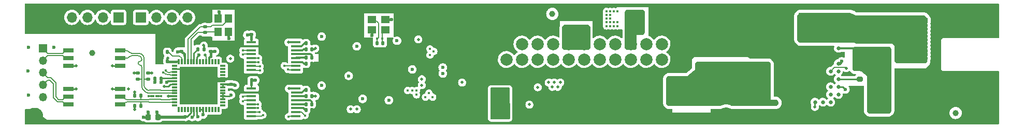
<source format=gbl>
G04 #@! TF.GenerationSoftware,KiCad,Pcbnew,(6.0.10)*
G04 #@! TF.CreationDate,2022-12-27T09:49:49+02:00*
G04 #@! TF.ProjectId,dock_rs232,646f636b-5f72-4733-9233-322e6b696361,rev?*
G04 #@! TF.SameCoordinates,Original*
G04 #@! TF.FileFunction,Copper,L6,Bot*
G04 #@! TF.FilePolarity,Positive*
%FSLAX46Y46*%
G04 Gerber Fmt 4.6, Leading zero omitted, Abs format (unit mm)*
G04 Created by KiCad (PCBNEW (6.0.10)) date 2022-12-27 09:49:49*
%MOMM*%
%LPD*%
G01*
G04 APERTURE LIST*
G04 Aperture macros list*
%AMRoundRect*
0 Rectangle with rounded corners*
0 $1 Rounding radius*
0 $2 $3 $4 $5 $6 $7 $8 $9 X,Y pos of 4 corners*
0 Add a 4 corners polygon primitive as box body*
4,1,4,$2,$3,$4,$5,$6,$7,$8,$9,$2,$3,0*
0 Add four circle primitives for the rounded corners*
1,1,$1+$1,$2,$3*
1,1,$1+$1,$4,$5*
1,1,$1+$1,$6,$7*
1,1,$1+$1,$8,$9*
0 Add four rect primitives between the rounded corners*
20,1,$1+$1,$2,$3,$4,$5,0*
20,1,$1+$1,$4,$5,$6,$7,0*
20,1,$1+$1,$6,$7,$8,$9,0*
20,1,$1+$1,$8,$9,$2,$3,0*%
G04 Aperture macros list end*
G04 #@! TA.AperFunction,ComponentPad*
%ADD10C,2.800000*%
G04 #@! TD*
G04 #@! TA.AperFunction,ComponentPad*
%ADD11R,3.100000X2.500000*%
G04 #@! TD*
G04 #@! TA.AperFunction,ComponentPad*
%ADD12C,2.000000*%
G04 #@! TD*
G04 #@! TA.AperFunction,ComponentPad*
%ADD13R,2.500000X2.500000*%
G04 #@! TD*
G04 #@! TA.AperFunction,ComponentPad*
%ADD14R,3.100000X3.100000*%
G04 #@! TD*
G04 #@! TA.AperFunction,SMDPad,CuDef*
%ADD15RoundRect,0.140000X0.140000X0.170000X-0.140000X0.170000X-0.140000X-0.170000X0.140000X-0.170000X0*%
G04 #@! TD*
G04 #@! TA.AperFunction,SMDPad,CuDef*
%ADD16C,0.635000*%
G04 #@! TD*
G04 #@! TA.AperFunction,SMDPad,CuDef*
%ADD17R,0.675000X0.250000*%
G04 #@! TD*
G04 #@! TA.AperFunction,SMDPad,CuDef*
%ADD18R,0.775000X0.400000*%
G04 #@! TD*
G04 #@! TA.AperFunction,SMDPad,CuDef*
%ADD19C,1.000000*%
G04 #@! TD*
G04 #@! TA.AperFunction,SMDPad,CuDef*
%ADD20RoundRect,0.250000X1.100000X-0.325000X1.100000X0.325000X-1.100000X0.325000X-1.100000X-0.325000X0*%
G04 #@! TD*
G04 #@! TA.AperFunction,SMDPad,CuDef*
%ADD21RoundRect,0.200000X-0.275000X0.200000X-0.275000X-0.200000X0.275000X-0.200000X0.275000X0.200000X0*%
G04 #@! TD*
G04 #@! TA.AperFunction,ComponentPad*
%ADD22R,1.700000X1.700000*%
G04 #@! TD*
G04 #@! TA.AperFunction,ComponentPad*
%ADD23O,1.700000X1.700000*%
G04 #@! TD*
G04 #@! TA.AperFunction,SMDPad,CuDef*
%ADD24RoundRect,0.140000X-0.170000X0.140000X-0.170000X-0.140000X0.170000X-0.140000X0.170000X0.140000X0*%
G04 #@! TD*
G04 #@! TA.AperFunction,SMDPad,CuDef*
%ADD25RoundRect,0.140000X-0.140000X-0.170000X0.140000X-0.170000X0.140000X0.170000X-0.140000X0.170000X0*%
G04 #@! TD*
G04 #@! TA.AperFunction,SMDPad,CuDef*
%ADD26RoundRect,0.250000X-0.475000X0.250000X-0.475000X-0.250000X0.475000X-0.250000X0.475000X0.250000X0*%
G04 #@! TD*
G04 #@! TA.AperFunction,SMDPad,CuDef*
%ADD27R,1.715000X0.760000*%
G04 #@! TD*
G04 #@! TA.AperFunction,SMDPad,CuDef*
%ADD28R,1.200000X1.400000*%
G04 #@! TD*
G04 #@! TA.AperFunction,SMDPad,CuDef*
%ADD29RoundRect,0.218750X0.218750X0.256250X-0.218750X0.256250X-0.218750X-0.256250X0.218750X-0.256250X0*%
G04 #@! TD*
G04 #@! TA.AperFunction,SMDPad,CuDef*
%ADD30R,1.075000X0.500000*%
G04 #@! TD*
G04 #@! TA.AperFunction,ComponentPad*
%ADD31R,1.275000X1.275000*%
G04 #@! TD*
G04 #@! TA.AperFunction,ComponentPad*
%ADD32C,1.275000*%
G04 #@! TD*
G04 #@! TA.AperFunction,SMDPad,CuDef*
%ADD33RoundRect,0.135000X0.185000X-0.135000X0.185000X0.135000X-0.185000X0.135000X-0.185000X-0.135000X0*%
G04 #@! TD*
G04 #@! TA.AperFunction,SMDPad,CuDef*
%ADD34R,2.100000X4.150000*%
G04 #@! TD*
G04 #@! TA.AperFunction,SMDPad,CuDef*
%ADD35RoundRect,0.135000X0.135000X0.185000X-0.135000X0.185000X-0.135000X-0.185000X0.135000X-0.185000X0*%
G04 #@! TD*
G04 #@! TA.AperFunction,SMDPad,CuDef*
%ADD36RoundRect,0.225000X-0.250000X0.225000X-0.250000X-0.225000X0.250000X-0.225000X0.250000X0.225000X0*%
G04 #@! TD*
G04 #@! TA.AperFunction,SMDPad,CuDef*
%ADD37R,1.400000X1.200000*%
G04 #@! TD*
G04 #@! TA.AperFunction,SMDPad,CuDef*
%ADD38RoundRect,0.140000X0.170000X-0.140000X0.170000X0.140000X-0.170000X0.140000X-0.170000X-0.140000X0*%
G04 #@! TD*
G04 #@! TA.AperFunction,SMDPad,CuDef*
%ADD39R,0.900000X0.300000*%
G04 #@! TD*
G04 #@! TA.AperFunction,SMDPad,CuDef*
%ADD40R,0.300000X0.900000*%
G04 #@! TD*
G04 #@! TA.AperFunction,SMDPad,CuDef*
%ADD41R,6.000000X6.000000*%
G04 #@! TD*
G04 #@! TA.AperFunction,ComponentPad*
%ADD42R,1.350000X1.350000*%
G04 #@! TD*
G04 #@! TA.AperFunction,ComponentPad*
%ADD43O,1.350000X1.350000*%
G04 #@! TD*
G04 #@! TA.AperFunction,SMDPad,CuDef*
%ADD44RoundRect,0.135000X-0.135000X-0.185000X0.135000X-0.185000X0.135000X0.185000X-0.135000X0.185000X0*%
G04 #@! TD*
G04 #@! TA.AperFunction,SMDPad,CuDef*
%ADD45R,1.639799X0.431000*%
G04 #@! TD*
G04 #@! TA.AperFunction,SMDPad,CuDef*
%ADD46R,1.300000X1.200000*%
G04 #@! TD*
G04 #@! TA.AperFunction,ViaPad*
%ADD47C,0.600000*%
G04 #@! TD*
G04 #@! TA.AperFunction,ViaPad*
%ADD48C,0.400000*%
G04 #@! TD*
G04 #@! TA.AperFunction,ViaPad*
%ADD49C,0.500000*%
G04 #@! TD*
G04 #@! TA.AperFunction,Conductor*
%ADD50C,0.300000*%
G04 #@! TD*
G04 #@! TA.AperFunction,Conductor*
%ADD51C,0.450000*%
G04 #@! TD*
G04 #@! TA.AperFunction,Conductor*
%ADD52C,0.250000*%
G04 #@! TD*
G04 #@! TA.AperFunction,Conductor*
%ADD53C,0.150000*%
G04 #@! TD*
G04 #@! TA.AperFunction,Conductor*
%ADD54C,0.500000*%
G04 #@! TD*
G04 #@! TA.AperFunction,Conductor*
%ADD55C,0.209700*%
G04 #@! TD*
G04 #@! TA.AperFunction,Conductor*
%ADD56C,0.200000*%
G04 #@! TD*
G04 #@! TA.AperFunction,Conductor*
%ADD57C,0.350000*%
G04 #@! TD*
G04 #@! TA.AperFunction,Conductor*
%ADD58C,0.191100*%
G04 #@! TD*
G04 APERTURE END LIST*
D10*
X216105919Y-113833157D03*
D11*
X321130919Y-108642354D03*
D10*
X329105919Y-113833157D03*
D12*
X295755031Y-104537243D03*
X293215031Y-104537243D03*
X303375031Y-101997243D03*
X305915031Y-101997243D03*
X316075031Y-101997243D03*
X303375031Y-104537243D03*
X308455031Y-104537243D03*
D10*
X372105919Y-113833157D03*
D12*
X310995031Y-104537243D03*
X298295031Y-104537243D03*
D13*
X368905919Y-108617354D03*
D12*
X310995031Y-101997243D03*
X295755031Y-101997243D03*
X300835031Y-104537243D03*
X298295031Y-101997243D03*
D10*
X285105919Y-96717354D03*
D12*
X318615031Y-101997243D03*
X321154998Y-101997354D03*
X308455031Y-101997243D03*
X300835031Y-101997243D03*
X316075031Y-104537243D03*
X318615031Y-104537243D03*
X313535031Y-104537243D03*
X313535031Y-101997243D03*
X293215031Y-101997243D03*
D10*
X372105919Y-96717354D03*
D12*
X321155031Y-104537243D03*
D14*
X324905919Y-97467354D03*
D10*
X285105919Y-113833157D03*
D13*
X353955919Y-111892354D03*
D12*
X305915031Y-104537243D03*
D10*
X329105919Y-96717354D03*
X216105919Y-96717354D03*
D15*
X261405919Y-105207354D03*
X260445919Y-105207354D03*
D16*
X347455919Y-98867354D03*
X346185919Y-98867354D03*
X344915919Y-98867354D03*
X343645919Y-98867354D03*
X342375919Y-98867354D03*
X341105919Y-98867354D03*
X339835919Y-98867354D03*
X338565919Y-98867354D03*
X337295919Y-98867354D03*
X336025919Y-98867354D03*
X334755919Y-98867354D03*
X347455919Y-100137354D03*
X346185919Y-100137354D03*
X344915919Y-100137354D03*
X343645919Y-100137354D03*
X342375919Y-100137354D03*
X341105919Y-100137354D03*
X339835919Y-100137354D03*
X338565919Y-100137354D03*
X337295919Y-100137354D03*
X336025919Y-100137354D03*
X334755919Y-100137354D03*
X347455919Y-101407354D03*
X346185919Y-101407354D03*
X344915919Y-101407354D03*
X343645919Y-101407354D03*
X342375919Y-101407354D03*
X341105919Y-101407354D03*
X339835919Y-101407354D03*
X338565919Y-101407354D03*
X337295919Y-101407354D03*
X336025919Y-101407354D03*
X334755919Y-101407354D03*
X347455919Y-102677354D03*
X346185919Y-102677354D03*
X344915919Y-102677354D03*
X343645919Y-102677354D03*
X342375919Y-102677354D03*
X341105919Y-102677354D03*
X339835919Y-102677354D03*
X338565919Y-102677354D03*
X337295919Y-102677354D03*
X336025919Y-102677354D03*
X334755919Y-102677354D03*
X347455919Y-103947354D03*
X346185919Y-103947354D03*
X344915919Y-103947354D03*
X343645919Y-103947354D03*
X342375919Y-103947354D03*
X341105919Y-103947354D03*
X339835919Y-103947354D03*
X338565919Y-103947354D03*
X337295919Y-103947354D03*
X336025919Y-103947354D03*
X334755919Y-103947354D03*
X347455919Y-105217354D03*
X346185919Y-105217354D03*
X344915919Y-105217354D03*
X343645919Y-105217354D03*
X342375919Y-105217354D03*
X341105919Y-105217354D03*
X339835919Y-105217354D03*
X338565919Y-105217354D03*
X337295919Y-105217354D03*
X336025919Y-105217354D03*
X334755919Y-105217354D03*
X347455919Y-106487354D03*
X346185919Y-106487354D03*
X344915919Y-106487354D03*
X343645919Y-106487354D03*
X342375919Y-106487354D03*
X341105919Y-106487354D03*
X339835919Y-106487354D03*
X338565919Y-106487354D03*
X337295919Y-106487354D03*
X336025919Y-106487354D03*
X334755919Y-106487354D03*
X347455919Y-107757354D03*
X346185919Y-107757354D03*
X344915919Y-107757354D03*
X343645919Y-107757354D03*
X342375919Y-107757354D03*
X341105919Y-107757354D03*
X339835919Y-107757354D03*
X338565919Y-107757354D03*
X337295919Y-107757354D03*
X336025919Y-107757354D03*
X334755919Y-107757354D03*
X347455919Y-109027354D03*
X346185919Y-109027354D03*
X344915919Y-109027354D03*
X343645919Y-109027354D03*
X342375919Y-109027354D03*
X341105919Y-109027354D03*
X339835919Y-109027354D03*
X338565919Y-109027354D03*
X337295919Y-109027354D03*
X336025919Y-109027354D03*
X334755919Y-109027354D03*
X347455919Y-110297354D03*
X346185919Y-110297354D03*
X344915919Y-110297354D03*
X343645919Y-110297354D03*
X342375919Y-110297354D03*
X341105919Y-110297354D03*
X339835919Y-110297354D03*
X338565919Y-110297354D03*
X337295919Y-110297354D03*
X336025919Y-110297354D03*
X334755919Y-110297354D03*
X347455919Y-111567354D03*
X346185919Y-111567354D03*
X344915919Y-111567354D03*
X343645919Y-111567354D03*
X342375919Y-111567354D03*
X341105919Y-111567354D03*
X339835919Y-111567354D03*
X338565919Y-111567354D03*
X337295919Y-111567354D03*
X336025919Y-111567354D03*
X334755919Y-111567354D03*
D17*
X236176419Y-109592354D03*
X236176419Y-110092354D03*
D18*
X236126419Y-110592354D03*
D17*
X236176419Y-111092354D03*
X236176419Y-111592354D03*
X235301419Y-111592354D03*
X235301419Y-111092354D03*
D18*
X235351419Y-110592354D03*
D17*
X235301419Y-110092354D03*
X235301419Y-109592354D03*
D19*
X225455919Y-103487354D03*
D20*
X321805919Y-114142354D03*
X321805919Y-111192354D03*
D21*
X350980919Y-107767354D03*
X350980919Y-109417354D03*
D22*
X233445919Y-97607354D03*
D23*
X235985919Y-97607354D03*
X238525919Y-97607354D03*
X241065919Y-97607354D03*
D24*
X248155919Y-107657354D03*
X248155919Y-108617354D03*
D25*
X271105919Y-101857354D03*
X272065919Y-101857354D03*
D24*
X244915919Y-102222354D03*
X244915919Y-103182354D03*
D15*
X261395919Y-104247354D03*
X260435919Y-104247354D03*
D25*
X235770919Y-107662354D03*
X236730919Y-107662354D03*
D26*
X351605919Y-96067354D03*
X351605919Y-97967354D03*
D19*
X366630919Y-113342354D03*
D27*
X230023919Y-103077354D03*
X230023919Y-104347354D03*
X230023919Y-105617354D03*
X230023919Y-109427354D03*
X230023919Y-110697354D03*
X230023919Y-111967354D03*
X221577919Y-111967354D03*
X221577919Y-110697354D03*
X221577919Y-109427354D03*
X221577919Y-105617354D03*
X221577919Y-104347354D03*
X221577919Y-103077354D03*
D28*
X246095919Y-100027354D03*
X246095919Y-97827354D03*
X247795919Y-97827354D03*
X247795919Y-100027354D03*
D25*
X260465919Y-110537354D03*
X261425919Y-110537354D03*
D29*
X236218419Y-114002354D03*
X234643419Y-114002354D03*
D30*
X315205919Y-97617354D03*
X317505919Y-97617354D03*
D25*
X250575919Y-107967354D03*
X251535919Y-107967354D03*
D24*
X251505919Y-99487354D03*
X251505919Y-100447354D03*
X240070919Y-102212354D03*
X240070919Y-103172354D03*
D15*
X273935919Y-101847354D03*
X272975919Y-101847354D03*
X261410919Y-101867354D03*
X260450919Y-101867354D03*
D19*
X300705919Y-97017354D03*
D31*
X327280919Y-107817354D03*
D32*
X327280919Y-102517354D03*
D22*
X229795919Y-97597354D03*
D23*
X227255919Y-97597354D03*
X224715919Y-97597354D03*
X222175919Y-97597354D03*
X219635919Y-97597354D03*
D33*
X232905919Y-107807354D03*
X232905919Y-106787354D03*
D15*
X261415919Y-109567354D03*
X260455919Y-109567354D03*
D25*
X236825919Y-104802354D03*
X237785919Y-104802354D03*
D15*
X261405919Y-111887354D03*
X260445919Y-111887354D03*
D34*
X359455919Y-101017354D03*
X359455919Y-109517354D03*
D15*
X261405919Y-112837354D03*
X260445919Y-112837354D03*
D35*
X233455919Y-112207354D03*
X232435919Y-112207354D03*
D36*
X304005919Y-97717354D03*
X304005919Y-99267354D03*
D37*
X273385919Y-99657354D03*
X271185919Y-99657354D03*
X271185919Y-97957354D03*
X273385919Y-97957354D03*
D38*
X243945919Y-101067354D03*
X243945919Y-100107354D03*
D24*
X243945919Y-98222354D03*
X243945919Y-99182354D03*
D25*
X260445919Y-102842354D03*
X261405919Y-102842354D03*
D39*
X238925919Y-112097354D03*
X238925919Y-111597354D03*
X238925919Y-111097354D03*
X238925919Y-110597354D03*
X238925919Y-110097354D03*
X238925919Y-109597354D03*
X238925919Y-109097354D03*
X238925919Y-108597354D03*
X238925919Y-108097354D03*
X238925919Y-107597354D03*
X238925919Y-107097354D03*
X238925919Y-106597354D03*
X238925919Y-106097354D03*
X238925919Y-105597354D03*
D40*
X239625919Y-104897354D03*
X240125919Y-104897354D03*
X240625919Y-104897354D03*
X241125919Y-104897354D03*
X241625919Y-104897354D03*
X242125919Y-104897354D03*
X242625919Y-104897354D03*
X243125919Y-104897354D03*
X243625919Y-104897354D03*
X244125919Y-104897354D03*
X244625919Y-104897354D03*
X245125919Y-104897354D03*
X245625919Y-104897354D03*
X246125919Y-104897354D03*
D39*
X246825919Y-105597354D03*
X246825919Y-106097354D03*
X246825919Y-106597354D03*
X246825919Y-107097354D03*
X246825919Y-107597354D03*
X246825919Y-108097354D03*
X246825919Y-108597354D03*
X246825919Y-109097354D03*
X246825919Y-109597354D03*
X246825919Y-110097354D03*
X246825919Y-110597354D03*
X246825919Y-111097354D03*
X246825919Y-111597354D03*
X246825919Y-112097354D03*
D40*
X246125919Y-112797354D03*
X245625919Y-112797354D03*
X245125919Y-112797354D03*
X244625919Y-112797354D03*
X244125919Y-112797354D03*
X243625919Y-112797354D03*
X243125919Y-112797354D03*
X242625919Y-112797354D03*
X242125919Y-112797354D03*
X241625919Y-112797354D03*
X241125919Y-112797354D03*
X240625919Y-112797354D03*
X240125919Y-112797354D03*
X239625919Y-112797354D03*
D41*
X242875919Y-108847354D03*
D20*
X325055919Y-114142354D03*
X325055919Y-111192354D03*
D42*
X217405919Y-102707354D03*
D43*
X217405919Y-104707354D03*
X217405919Y-106707354D03*
X217405919Y-108707354D03*
X217405919Y-110707354D03*
D44*
X236765919Y-103297354D03*
X237785919Y-103297354D03*
D45*
X258748119Y-101712355D03*
X258748119Y-102362353D03*
X258748119Y-103012355D03*
X258748119Y-103662353D03*
X258748119Y-104312352D03*
X258748119Y-104962353D03*
X258748119Y-105612352D03*
X258748119Y-106262353D03*
X251483719Y-106262353D03*
X251483719Y-105612355D03*
X251483719Y-104962353D03*
X251483719Y-104312355D03*
X251483719Y-103662356D03*
X251483719Y-103012355D03*
X251483719Y-102362356D03*
X251483719Y-101712355D03*
D36*
X305505919Y-97717354D03*
X305505919Y-99267354D03*
D44*
X242725919Y-102827354D03*
X243745919Y-102827354D03*
D35*
X233455919Y-110477354D03*
X232435919Y-110477354D03*
D46*
X352805919Y-101317354D03*
X352805919Y-103017354D03*
D45*
X258769019Y-109294855D03*
X258769019Y-109944853D03*
X258769019Y-110594855D03*
X258769019Y-111244853D03*
X258769019Y-111894852D03*
X258769019Y-112544853D03*
X258769019Y-113194852D03*
X258769019Y-113844853D03*
X251504619Y-113844853D03*
X251504619Y-113194855D03*
X251504619Y-112544853D03*
X251504619Y-111894855D03*
X251504619Y-111244856D03*
X251504619Y-110594855D03*
X251504619Y-109944856D03*
X251504619Y-109294855D03*
D33*
X234665919Y-107812354D03*
X234665919Y-106792354D03*
D47*
X232455919Y-114827354D03*
D48*
X367905919Y-97017354D03*
X324705919Y-101217354D03*
X318905919Y-114817354D03*
X318105919Y-99417354D03*
X370505919Y-109417354D03*
X353305919Y-96417354D03*
X350705919Y-111217354D03*
X363905919Y-114217354D03*
X365105919Y-112417354D03*
X363905919Y-99217354D03*
X351305919Y-114817354D03*
X361505919Y-113017354D03*
X350105919Y-113017354D03*
X365105919Y-99217354D03*
D47*
X262305919Y-114617354D03*
D48*
X362705919Y-107017354D03*
X322905919Y-100017354D03*
X336655919Y-100867354D03*
X339205919Y-99567354D03*
X316505919Y-111167354D03*
X321105919Y-98217354D03*
X344105919Y-114817354D03*
X363905919Y-108217354D03*
X334105919Y-96417354D03*
X321105919Y-100617354D03*
X325305919Y-103617354D03*
X318305919Y-113017354D03*
X368105919Y-110617354D03*
X359105919Y-106417354D03*
X328305919Y-99417354D03*
X321105919Y-106017354D03*
D47*
X271411722Y-105137354D03*
D48*
X325305919Y-100017354D03*
X341755919Y-104617354D03*
X335105919Y-113617354D03*
X318305919Y-114817354D03*
X367305919Y-96417354D03*
X350105919Y-112417354D03*
X370305919Y-97617354D03*
X364905919Y-97017354D03*
X342305919Y-113617354D03*
X367305919Y-97017354D03*
X328305919Y-100017354D03*
X369905919Y-113617354D03*
X323505919Y-103617354D03*
X365505919Y-95817354D03*
X365105919Y-110617354D03*
X366905919Y-99217354D03*
X334105919Y-95817354D03*
D47*
X267191722Y-95717354D03*
D48*
X341105919Y-114817354D03*
X360905919Y-112417354D03*
X357905919Y-109417354D03*
X361105919Y-95817354D03*
X325305919Y-100617354D03*
X329505919Y-101217354D03*
X370505919Y-100417354D03*
X330305919Y-100017354D03*
X332905919Y-103017354D03*
X315305919Y-113617354D03*
X362105919Y-108817354D03*
X361505919Y-110017354D03*
X347105919Y-114217354D03*
X362705919Y-103417354D03*
X350705919Y-111817354D03*
X314105919Y-114217354D03*
X343505919Y-114817354D03*
X360505919Y-95817354D03*
X329505919Y-100017354D03*
X370305919Y-95817354D03*
X343005919Y-104617354D03*
X333505919Y-97017354D03*
X318305919Y-113617354D03*
X363305919Y-107017354D03*
X362705919Y-106417354D03*
X357305919Y-106417354D03*
X320105919Y-114217354D03*
X338905919Y-97017354D03*
X337505919Y-114217354D03*
X363705919Y-97017354D03*
X366305919Y-99217354D03*
X331705919Y-102417354D03*
X363305919Y-101617354D03*
X363305919Y-114217354D03*
X315305919Y-114217354D03*
X368705919Y-100417354D03*
X360905919Y-111817354D03*
X367505919Y-112417354D03*
X321705919Y-106017354D03*
X335405919Y-100867354D03*
X321105919Y-98817354D03*
X327355919Y-114217354D03*
X319505919Y-114217354D03*
X372305919Y-108817354D03*
X362105919Y-106417354D03*
X332905919Y-99417354D03*
D47*
X249905919Y-107967354D03*
D48*
X315905919Y-114817354D03*
X333505919Y-101217354D03*
X363705919Y-96417354D03*
X368705919Y-99817354D03*
X362705919Y-107617354D03*
X325305919Y-102417354D03*
X343105919Y-95817354D03*
X319505919Y-97017354D03*
X359105919Y-112417354D03*
X338005919Y-107117354D03*
X338705919Y-114217354D03*
X355705919Y-95817354D03*
X366905919Y-111817354D03*
X366705919Y-96417354D03*
X339255919Y-105867354D03*
X369305919Y-110617354D03*
X363905919Y-111217354D03*
X363105919Y-96417354D03*
X333305919Y-114817354D03*
X338005919Y-105867354D03*
X334705919Y-96417354D03*
X321705919Y-96417354D03*
X317105919Y-111167354D03*
X368105919Y-112417354D03*
X356905919Y-96417354D03*
X325905919Y-99417354D03*
X322305919Y-97017354D03*
X325905919Y-103617354D03*
X348905919Y-114817354D03*
X314105919Y-114817354D03*
X344705919Y-114817354D03*
X330305919Y-103617354D03*
X363905919Y-101617354D03*
X368105919Y-100417354D03*
X331105919Y-103617354D03*
X370505919Y-107017354D03*
X364505919Y-99817354D03*
X357305919Y-108817354D03*
X333505919Y-102417354D03*
X332905919Y-103617354D03*
X321705919Y-100617354D03*
X318905919Y-98217354D03*
X323505919Y-102417354D03*
X340505919Y-103367354D03*
X360305919Y-107017354D03*
X372305919Y-98617354D03*
X362105919Y-113617354D03*
X337955919Y-102117354D03*
X338305919Y-96417354D03*
X357905919Y-114817354D03*
D47*
X308855919Y-107617354D03*
D48*
X364305919Y-96417354D03*
X314705919Y-110567354D03*
X371705919Y-100417354D03*
X322305919Y-99417354D03*
X329505919Y-99417354D03*
X328305919Y-103017354D03*
X344105919Y-114217354D03*
X317705919Y-113617354D03*
X322305919Y-98217354D03*
X332305919Y-101217354D03*
X330305919Y-98217354D03*
X322305919Y-103017354D03*
X322305919Y-105417354D03*
X327355919Y-113617354D03*
X357905919Y-110017354D03*
X326755919Y-114817354D03*
X338105919Y-114817354D03*
X350705919Y-113617354D03*
X335705919Y-114817354D03*
X363905919Y-110017354D03*
X321105919Y-97617354D03*
X316505919Y-110567354D03*
X368705919Y-113017354D03*
X319505919Y-97617354D03*
X318905919Y-97017354D03*
X317705919Y-109967354D03*
X369905919Y-107017354D03*
X371705919Y-99817354D03*
X316505919Y-107817354D03*
X363905919Y-100417354D03*
X372305919Y-108217354D03*
X357305919Y-114817354D03*
X356305919Y-96417354D03*
X332305919Y-102417354D03*
D47*
X225855919Y-95667354D03*
D48*
X341705919Y-114217354D03*
X321705919Y-97617354D03*
X315905919Y-109967354D03*
X362705919Y-105217354D03*
X338705919Y-114817354D03*
X370505919Y-107617354D03*
X318905919Y-114217354D03*
X343005919Y-105867354D03*
X363305919Y-103417354D03*
X362705919Y-114817354D03*
X347705919Y-114817354D03*
X353105919Y-114817354D03*
X367505919Y-98617354D03*
X317705919Y-114217354D03*
X339905919Y-113617354D03*
X371105919Y-99217354D03*
X325305919Y-103017354D03*
X317105919Y-114217354D03*
X362705919Y-113017354D03*
X340505919Y-107117354D03*
X363705919Y-95817354D03*
X336305919Y-114817354D03*
X364505919Y-113617354D03*
X320105919Y-114817354D03*
X349505919Y-113617354D03*
X366305919Y-109417354D03*
X365705919Y-114217354D03*
X332305919Y-96417354D03*
X371705919Y-111217354D03*
X314105919Y-113017354D03*
X367905919Y-96417354D03*
X338005919Y-103367354D03*
X362105919Y-108217354D03*
X333905919Y-114217354D03*
X323505919Y-100017354D03*
X345505919Y-104617354D03*
X333505919Y-98817354D03*
X369305919Y-114817354D03*
X366905919Y-110617354D03*
X368505919Y-95817354D03*
X348305919Y-113017354D03*
X335305919Y-97617354D03*
X337955919Y-99567354D03*
X327705919Y-100017354D03*
X344255919Y-109617354D03*
X366105919Y-97017354D03*
X363905919Y-107017354D03*
D47*
X242180919Y-106517354D03*
D48*
X317705919Y-110567354D03*
X317705919Y-111167354D03*
X320105919Y-97017354D03*
X350105919Y-113617354D03*
X367505919Y-114217354D03*
X362705919Y-105817354D03*
X365505919Y-97017354D03*
D47*
X274271722Y-105137354D03*
D48*
X314705919Y-111167354D03*
D47*
X304255919Y-114617354D03*
D48*
X360905919Y-107017354D03*
X339305919Y-113617354D03*
X365105919Y-114817354D03*
X369705919Y-97617354D03*
X337955919Y-100867354D03*
X337705919Y-97017354D03*
X355105919Y-95817354D03*
X369305919Y-111217354D03*
X372305919Y-110617354D03*
X347305919Y-95817354D03*
X372905919Y-110617354D03*
X317105919Y-113617354D03*
D47*
X224105919Y-114867354D03*
D48*
X315905919Y-106617354D03*
X337705919Y-95817354D03*
X332305919Y-100617354D03*
X360905919Y-108817354D03*
X366305919Y-107017354D03*
X322905919Y-97017354D03*
X367905919Y-95817354D03*
X345505919Y-107117354D03*
X366905919Y-108217354D03*
X333505919Y-100617354D03*
X315305919Y-113017354D03*
X327705919Y-99417354D03*
X368705919Y-114817354D03*
X328905919Y-103617354D03*
X372905919Y-108817354D03*
X363905919Y-103417354D03*
X347105919Y-113617354D03*
X372305919Y-111817354D03*
X371105919Y-109417354D03*
X336905919Y-114217354D03*
X336905919Y-113617354D03*
X339305919Y-114817354D03*
X357905919Y-108817354D03*
X322305919Y-100617354D03*
X342505919Y-95817354D03*
X334155919Y-98217354D03*
X359105919Y-113617354D03*
X337505919Y-114817354D03*
X362705919Y-102817354D03*
X372305919Y-99217354D03*
X327105919Y-98217354D03*
X332905919Y-101817354D03*
X314705919Y-114217354D03*
X357305919Y-113617354D03*
D47*
X245355919Y-108092354D03*
D48*
X351305919Y-111217354D03*
X353105919Y-114217354D03*
X322905919Y-101817354D03*
X359705919Y-113017354D03*
X334705919Y-97017354D03*
X319905919Y-106017354D03*
D47*
X245330919Y-109567354D03*
D48*
X320105919Y-96417354D03*
X359705919Y-107017354D03*
X315905919Y-107817354D03*
X350705919Y-114817354D03*
X333505919Y-100017354D03*
X341905919Y-95817354D03*
X331505919Y-114217354D03*
X356105919Y-114217354D03*
X363905919Y-106417354D03*
X339255919Y-109617354D03*
X329505919Y-102417354D03*
X330305919Y-103017354D03*
X330905919Y-114217354D03*
X314105919Y-107817354D03*
X367505919Y-107017354D03*
X343005919Y-109617354D03*
X314705919Y-106017354D03*
X359905919Y-95817354D03*
X372305919Y-100417354D03*
X343505919Y-113617354D03*
X355505919Y-114217354D03*
X353905919Y-95817354D03*
X364505919Y-111817354D03*
X368105919Y-99817354D03*
X361505919Y-107617354D03*
X371105919Y-108817354D03*
X372905919Y-111817354D03*
X355705919Y-96417354D03*
X366305919Y-98617354D03*
X324105919Y-103017354D03*
X332105919Y-114217354D03*
X365705919Y-114817354D03*
X322905919Y-102417354D03*
X324705919Y-100617354D03*
X317105919Y-106617354D03*
X365705919Y-107617354D03*
X322905919Y-104217354D03*
X363305919Y-110617354D03*
X369905919Y-113017354D03*
X339255919Y-104617354D03*
X343005919Y-108367354D03*
X342905919Y-114817354D03*
X359305919Y-95817354D03*
X370305919Y-97017354D03*
X346505919Y-113617354D03*
X365505919Y-97617354D03*
X343005919Y-110867354D03*
X348905919Y-113617354D03*
X331705919Y-101817354D03*
X331105919Y-102417354D03*
X325905919Y-101817354D03*
X352705919Y-95817354D03*
X371705919Y-109417354D03*
X368705919Y-99217354D03*
X331105919Y-97617354D03*
X314705919Y-107817354D03*
X322305919Y-101217354D03*
X359705919Y-114217354D03*
D47*
X242185919Y-109562354D03*
D48*
X363905919Y-113017354D03*
D47*
X243780919Y-106517354D03*
D48*
X328905919Y-101217354D03*
X358105919Y-96417354D03*
X364505919Y-110617354D03*
X329505919Y-98817354D03*
X370505919Y-99217354D03*
X365705919Y-99817354D03*
X367505919Y-111817354D03*
X372905919Y-99817354D03*
X365705919Y-100417354D03*
X362705919Y-104017354D03*
X368705919Y-98617354D03*
X323505919Y-99417354D03*
X325905919Y-101217354D03*
X324105919Y-100017354D03*
X369905919Y-114217354D03*
X331105919Y-100617354D03*
X363105919Y-97017354D03*
X362705919Y-108817354D03*
X341105919Y-113617354D03*
X366705919Y-95817354D03*
X360905919Y-108217354D03*
X315305919Y-110567354D03*
X347705919Y-114217354D03*
X316505919Y-109967354D03*
X330905919Y-113017354D03*
X368105919Y-114817354D03*
X360305919Y-113617354D03*
X361705919Y-96417354D03*
X320105919Y-100017354D03*
X344255919Y-107117354D03*
X315305919Y-106617354D03*
X321105919Y-99417354D03*
X331105919Y-96417354D03*
X363305919Y-111817354D03*
X317705919Y-106017354D03*
X362105919Y-114217354D03*
X322905919Y-103617354D03*
X335905919Y-95817354D03*
X360905919Y-114217354D03*
X336905919Y-114817354D03*
X366305919Y-114817354D03*
X316505919Y-114817354D03*
X324705919Y-100017354D03*
X368505919Y-97017354D03*
X359105919Y-107017354D03*
X328305919Y-101817354D03*
X341705919Y-113617354D03*
X335305919Y-97017354D03*
X342905919Y-113617354D03*
X319505919Y-98817354D03*
X369705919Y-96417354D03*
X366905919Y-111217354D03*
X322305919Y-106017354D03*
X335105919Y-113017354D03*
X317105919Y-114817354D03*
X320105919Y-113017354D03*
X332705919Y-114817354D03*
X359705919Y-113617354D03*
X369705919Y-95817354D03*
X359705919Y-114817354D03*
X314705919Y-109967354D03*
X314105919Y-107217354D03*
X319505919Y-96417354D03*
X332105919Y-113617354D03*
X317705919Y-107217354D03*
X363305919Y-100417354D03*
X325305919Y-101817354D03*
X338905919Y-95817354D03*
X364505919Y-111217354D03*
X326505919Y-101217354D03*
X369905919Y-99217354D03*
X363305919Y-102217354D03*
X367505919Y-114817354D03*
X368705919Y-107017354D03*
X339255919Y-108367354D03*
D49*
X261415919Y-105777354D03*
D48*
X372305919Y-99817354D03*
X316505919Y-106017354D03*
X364505919Y-114817354D03*
X318905919Y-99417354D03*
X365705919Y-109417354D03*
X363905919Y-105217354D03*
X318105919Y-100017354D03*
X370505919Y-108817354D03*
X361505919Y-108817354D03*
X340505919Y-109617354D03*
X361505919Y-109417354D03*
X371105919Y-111217354D03*
X362705919Y-100417354D03*
D47*
X242210919Y-108087354D03*
D48*
X363305919Y-112417354D03*
X326755919Y-114217354D03*
X367505919Y-111217354D03*
X364905919Y-97617354D03*
X349705919Y-95817354D03*
X344105919Y-113617354D03*
X357905919Y-112417354D03*
X315305919Y-107217354D03*
X320105919Y-99417354D03*
X345505919Y-103367354D03*
X338705919Y-113017354D03*
X332305919Y-101817354D03*
X315905919Y-111167354D03*
D49*
X249555919Y-102267354D03*
D48*
X317105919Y-107817354D03*
X322905919Y-100617354D03*
D47*
X240530919Y-106517354D03*
D48*
X315905919Y-110567354D03*
X360505919Y-96417354D03*
X354505919Y-96417354D03*
X352505919Y-114217354D03*
X365705919Y-110017354D03*
X353705919Y-114817354D03*
X371705919Y-110617354D03*
X372305919Y-110017354D03*
X371105919Y-107017354D03*
X327105919Y-100017354D03*
X366305919Y-100417354D03*
X320105919Y-95817354D03*
X331505919Y-113617354D03*
X344705919Y-114217354D03*
X372905919Y-99217354D03*
X314705919Y-113617354D03*
X338305919Y-97617354D03*
D47*
X279185919Y-95717354D03*
D48*
X362705919Y-101617354D03*
X339255919Y-103367354D03*
X314705919Y-106617354D03*
X338005919Y-108367354D03*
X337105919Y-97017354D03*
X362105919Y-110617354D03*
X371705919Y-110017354D03*
X366305919Y-111817354D03*
X331105919Y-99417354D03*
X322305919Y-97617354D03*
X331705919Y-101217354D03*
X329505919Y-100617354D03*
X364505919Y-108817354D03*
X365705919Y-98617354D03*
X347105919Y-114817354D03*
X334155919Y-100867354D03*
X364505919Y-99217354D03*
X317705919Y-114817354D03*
X361505919Y-108217354D03*
X321705919Y-99417354D03*
X348905919Y-114217354D03*
X337105919Y-97617354D03*
X321105919Y-95817354D03*
X336655919Y-99567354D03*
X353705919Y-114217354D03*
X339205919Y-102117354D03*
X362705919Y-98617354D03*
X364505919Y-108217354D03*
X340105919Y-95817354D03*
X345505919Y-108367354D03*
D47*
X234345919Y-95667354D03*
D48*
X327105919Y-99417354D03*
X314705919Y-114817354D03*
X364505919Y-110017354D03*
X341305919Y-110867354D03*
X357905919Y-111817354D03*
X354905919Y-114217354D03*
X363105919Y-97617354D03*
D47*
X233105919Y-100017354D03*
D48*
X335405919Y-99567354D03*
X318905919Y-113617354D03*
X336505919Y-97017354D03*
X332305919Y-98217354D03*
X321105919Y-100017354D03*
X350105919Y-114817354D03*
X339505919Y-95817354D03*
X359105919Y-111817354D03*
X332705919Y-113617354D03*
X357905919Y-110617354D03*
X357305919Y-111217354D03*
X362705919Y-109417354D03*
X358505919Y-114217354D03*
X328305919Y-100617354D03*
X350305919Y-96417354D03*
X369305919Y-98617354D03*
X341705919Y-114817354D03*
X365705919Y-99217354D03*
X362705919Y-108217354D03*
X314105919Y-106617354D03*
X369105919Y-97017354D03*
X331705919Y-97017354D03*
X331705919Y-100017354D03*
X345305919Y-114817354D03*
X367305919Y-95817354D03*
X314105919Y-110567354D03*
X322905919Y-103017354D03*
X363305919Y-107617354D03*
X366905919Y-108817354D03*
X339505919Y-97017354D03*
X331105919Y-100017354D03*
X332905919Y-96417354D03*
D47*
X240560919Y-108087354D03*
D48*
X369705919Y-97017354D03*
X325905919Y-100617354D03*
X332705919Y-113017354D03*
X354305919Y-114817354D03*
X341105919Y-114217354D03*
X338805919Y-110867354D03*
X371105919Y-110017354D03*
X348305919Y-112417354D03*
X366905919Y-107017354D03*
X361505919Y-112417354D03*
X357305919Y-111817354D03*
X363305919Y-108817354D03*
X337505919Y-113617354D03*
X371105919Y-108217354D03*
X369305919Y-114217354D03*
X357905919Y-113617354D03*
X362105919Y-107017354D03*
X352505919Y-114817354D03*
X363905919Y-102217354D03*
X371705919Y-108817354D03*
X361505919Y-111817354D03*
X368705919Y-112417354D03*
X364905919Y-96417354D03*
X332705919Y-114217354D03*
D47*
X271411722Y-108137354D03*
D48*
X332905919Y-102417354D03*
X331105919Y-101217354D03*
X360305919Y-114817354D03*
X362505919Y-96417354D03*
X351305919Y-113617354D03*
X367505919Y-110617354D03*
X370505919Y-98617354D03*
X332905919Y-101217354D03*
X332905919Y-98217354D03*
X366305919Y-99817354D03*
X331705919Y-96417354D03*
X342305919Y-114817354D03*
X368105919Y-114217354D03*
X334155919Y-99567354D03*
X360305919Y-114217354D03*
X361505919Y-111217354D03*
X327105919Y-98817354D03*
X343005919Y-107117354D03*
X319305919Y-106617354D03*
X369305919Y-112417354D03*
X334505919Y-114217354D03*
X337105919Y-95817354D03*
X317105919Y-106017354D03*
X338905919Y-96417354D03*
X323505919Y-103017354D03*
X365705919Y-112417354D03*
X371705919Y-108217354D03*
X365705919Y-111817354D03*
X369905919Y-112417354D03*
D47*
X272871722Y-105137354D03*
D48*
X322905919Y-99417354D03*
X320105919Y-98817354D03*
X359705919Y-111817354D03*
X363305919Y-108217354D03*
X339305919Y-114217354D03*
X349505919Y-114817354D03*
X341755919Y-108367354D03*
X369305919Y-100417354D03*
X336755919Y-103367354D03*
X344255919Y-108367354D03*
X314105919Y-106017354D03*
X332305919Y-99417354D03*
X366705919Y-97617354D03*
X322905919Y-105417354D03*
X322905919Y-97617354D03*
X358705919Y-95817354D03*
X345505919Y-109617354D03*
X363305919Y-105217354D03*
X322905919Y-98217354D03*
X350705919Y-114217354D03*
X331105919Y-98817354D03*
X340505919Y-108367354D03*
X331705919Y-95817354D03*
X335305919Y-95817354D03*
X326505919Y-100617354D03*
X332305919Y-97017354D03*
X363305919Y-104617354D03*
X338005919Y-109617354D03*
X369305919Y-111817354D03*
X357905919Y-113017354D03*
X364505919Y-112417354D03*
X350705919Y-112417354D03*
X328905919Y-99417354D03*
X368505919Y-96417354D03*
X336655919Y-98217354D03*
X363705919Y-97617354D03*
D47*
X243785919Y-109562354D03*
D48*
X366305919Y-111217354D03*
X327705919Y-101217354D03*
X335905919Y-97617354D03*
X360905919Y-106417354D03*
X314105919Y-109967354D03*
X343505919Y-114217354D03*
X345305919Y-113617354D03*
X371105919Y-107617354D03*
X363905919Y-104017354D03*
X329505919Y-101817354D03*
X363905919Y-111817354D03*
X334105919Y-97017354D03*
X341755919Y-105867354D03*
X362705919Y-99217354D03*
X368705919Y-111217354D03*
X362105919Y-107617354D03*
X324105919Y-101817354D03*
X358505919Y-111817354D03*
X363305919Y-98617354D03*
X362105919Y-112417354D03*
X365105919Y-109417354D03*
X356705919Y-114817354D03*
X363305919Y-99817354D03*
X333305919Y-113617354D03*
X331105919Y-103017354D03*
D47*
X243810919Y-108087354D03*
D48*
X371105919Y-99817354D03*
X333505919Y-98217354D03*
X328905919Y-100617354D03*
X363305919Y-113017354D03*
X362705919Y-111817354D03*
X315305919Y-106017354D03*
X368105919Y-107017354D03*
X341755919Y-109617354D03*
X361705919Y-95817354D03*
X332305919Y-98817354D03*
D47*
X308855919Y-112617354D03*
D48*
X372305919Y-111217354D03*
X357305919Y-112417354D03*
X363905919Y-114817354D03*
D49*
X350980919Y-110067354D03*
D48*
X338105919Y-113617354D03*
X332905919Y-95817354D03*
X322305919Y-100017354D03*
X356305919Y-95817354D03*
X326505919Y-99417354D03*
X324705919Y-102417354D03*
X319305919Y-106017354D03*
X315905919Y-107217354D03*
X353305919Y-95817354D03*
X327105919Y-97617354D03*
X366905919Y-98617354D03*
X351305919Y-112417354D03*
X335105919Y-114817354D03*
X364305919Y-97617354D03*
X329505919Y-103017354D03*
X367505919Y-99217354D03*
X330305919Y-100617354D03*
X327705919Y-100617354D03*
X338905919Y-97617354D03*
X366105919Y-97617354D03*
X359105919Y-113017354D03*
X331705919Y-103617354D03*
X344255919Y-105867354D03*
X362705919Y-104617354D03*
X327705919Y-98817354D03*
X362705919Y-101017354D03*
X327105919Y-100617354D03*
X319505919Y-114817354D03*
X366905919Y-110017354D03*
X336305919Y-114217354D03*
X372905919Y-109417354D03*
X346105919Y-95817354D03*
X325905919Y-103017354D03*
X333305919Y-114217354D03*
X372905919Y-111217354D03*
X333505919Y-103617354D03*
X372905919Y-98617354D03*
X322905919Y-104817354D03*
X330305919Y-101217354D03*
X369105919Y-96417354D03*
X321705919Y-98217354D03*
X315305919Y-107817354D03*
X336305919Y-113017354D03*
X345905919Y-114817354D03*
X327705919Y-98217354D03*
X336505919Y-97617354D03*
X371105919Y-98617354D03*
X333505919Y-99417354D03*
X365105919Y-108817354D03*
D47*
X248855919Y-112567354D03*
D49*
X348730919Y-106942354D03*
D48*
X317705919Y-107817354D03*
X326505919Y-100017354D03*
X362105919Y-113017354D03*
X369305919Y-113617354D03*
X358505919Y-113017354D03*
X331105919Y-97017354D03*
X317105919Y-110567354D03*
X350305919Y-95817354D03*
X348505919Y-95817354D03*
X330905919Y-114817354D03*
X334155919Y-102067354D03*
X333505919Y-96417354D03*
X322905919Y-101217354D03*
X339205919Y-98217354D03*
X328905919Y-100017354D03*
D47*
X272871722Y-106637354D03*
D48*
X358505919Y-106417354D03*
X336505919Y-96417354D03*
X372305919Y-107017354D03*
X366905919Y-109417354D03*
X337705919Y-97617354D03*
X369305919Y-113017354D03*
X331705919Y-98817354D03*
X334505919Y-114817354D03*
X369905919Y-98617354D03*
X340105919Y-96417354D03*
X344905919Y-95817354D03*
X331105919Y-95817354D03*
X328905919Y-102417354D03*
X366105919Y-96417354D03*
X325905919Y-102417354D03*
X328305919Y-98817354D03*
D47*
X308855919Y-110117354D03*
D48*
X334705919Y-97617354D03*
X367505919Y-99817354D03*
X363905919Y-108817354D03*
X344305919Y-95817354D03*
X316905919Y-100017354D03*
X320505919Y-106017354D03*
X365105919Y-99817354D03*
X330305919Y-101817354D03*
X360905919Y-110617354D03*
X340505919Y-104617354D03*
X362105919Y-110017354D03*
X328305919Y-102417354D03*
X324705919Y-103617354D03*
X329505919Y-103617354D03*
X333505919Y-103017354D03*
X315305919Y-109967354D03*
X362505919Y-95817354D03*
X337705919Y-96417354D03*
X361505919Y-107017354D03*
X324705919Y-103017354D03*
X332305919Y-103017354D03*
X341755919Y-107117354D03*
X335405919Y-102067354D03*
X368105919Y-113617354D03*
X338305919Y-97017354D03*
X344255919Y-104617354D03*
X325305919Y-101217354D03*
X340055919Y-110867354D03*
X335405919Y-103367354D03*
X366305919Y-108817354D03*
X314105919Y-111167354D03*
X357905919Y-106417354D03*
X328905919Y-98817354D03*
X368705919Y-114217354D03*
X339255919Y-107117354D03*
X338305919Y-95817354D03*
X324705919Y-99417354D03*
X371705919Y-107017354D03*
X357305919Y-114217354D03*
X362105919Y-111817354D03*
X366905919Y-100417354D03*
D47*
X240535919Y-109562354D03*
D48*
X342305919Y-114217354D03*
X334705919Y-95817354D03*
X334505919Y-113017354D03*
X322905919Y-106017354D03*
X332905919Y-100617354D03*
X322905919Y-96417354D03*
X336705919Y-102117354D03*
X331505919Y-114817354D03*
X370505919Y-111817354D03*
X318305919Y-107217354D03*
X347705919Y-113617354D03*
X364505919Y-107617354D03*
X334505919Y-113617354D03*
X368105919Y-111817354D03*
X348305919Y-114217354D03*
X357905919Y-111217354D03*
X350105919Y-114217354D03*
X362705919Y-111217354D03*
X336905919Y-113017354D03*
X317505919Y-100017354D03*
X316505919Y-113017354D03*
X331705919Y-98217354D03*
X369105919Y-97617354D03*
X318905919Y-98817354D03*
X325305919Y-99417354D03*
X326755919Y-113617354D03*
X346505919Y-114817354D03*
X357905919Y-114217354D03*
X357505919Y-95817354D03*
X364305919Y-97017354D03*
X367905919Y-97617354D03*
X359105919Y-114817354D03*
X321105919Y-96417354D03*
D47*
X305885919Y-95637354D03*
D48*
X348305919Y-114817354D03*
D47*
X294965919Y-95637354D03*
D48*
X365705919Y-108217354D03*
X368505919Y-97617354D03*
X355105919Y-96417354D03*
X323505919Y-101217354D03*
X363905919Y-101017354D03*
X332305919Y-100017354D03*
X362705919Y-102217354D03*
X332905919Y-97617354D03*
X314105919Y-113617354D03*
X367305919Y-97617354D03*
X371705919Y-111817354D03*
X350705919Y-110617354D03*
X339905919Y-114817354D03*
X324105919Y-103617354D03*
X331505919Y-113017354D03*
X363905919Y-104617354D03*
X327105919Y-97017354D03*
X371705919Y-98617354D03*
X365105919Y-108217354D03*
X369905919Y-111217354D03*
X360905919Y-113017354D03*
X363305919Y-106417354D03*
X357505919Y-96417354D03*
X324105919Y-99417354D03*
X372905919Y-108217354D03*
X358505919Y-114817354D03*
X321705919Y-95817354D03*
X332905919Y-100017354D03*
X363905919Y-113617354D03*
X365105919Y-100417354D03*
X363305919Y-99217354D03*
X324105919Y-101217354D03*
X314705919Y-113017354D03*
X333905919Y-114817354D03*
X347105919Y-113017354D03*
X339505919Y-96417354D03*
D47*
X318005919Y-96867354D03*
D48*
X362705919Y-114217354D03*
X355505919Y-114817354D03*
X368705919Y-110617354D03*
X364505919Y-109417354D03*
D47*
X274271722Y-108137354D03*
D48*
X358105919Y-95817354D03*
X339905919Y-114217354D03*
X359705919Y-106417354D03*
X322305919Y-98817354D03*
X351905919Y-114217354D03*
X366905919Y-114817354D03*
X372305919Y-107617354D03*
X362705919Y-110617354D03*
X345305919Y-114217354D03*
X362105919Y-109417354D03*
X345905919Y-113017354D03*
X317105919Y-109967354D03*
X327355919Y-113017354D03*
X363905919Y-102817354D03*
X358505919Y-107017354D03*
X317705919Y-106617354D03*
X316505919Y-106617354D03*
X340705919Y-95817354D03*
X343005919Y-103367354D03*
X323505919Y-100617354D03*
X318305919Y-107817354D03*
X321705919Y-98817354D03*
X368705919Y-113617354D03*
X369305919Y-107017354D03*
X368105919Y-99217354D03*
X365105919Y-110017354D03*
X351905919Y-114817354D03*
X370505919Y-110017354D03*
X331705919Y-97617354D03*
X363905919Y-107617354D03*
X328305919Y-101217354D03*
X321105919Y-97017354D03*
X340505919Y-113617354D03*
X334105919Y-97617354D03*
X346505919Y-113017354D03*
X330905919Y-113617354D03*
X314705919Y-107217354D03*
X317705919Y-113017354D03*
X331705919Y-103017354D03*
X351305919Y-113017354D03*
X361505919Y-106417354D03*
X351305919Y-111817354D03*
X361505919Y-110617354D03*
X317505919Y-99417354D03*
X357305919Y-109417354D03*
X369905919Y-111817354D03*
X331105919Y-101817354D03*
X353905919Y-96417354D03*
X360305919Y-113017354D03*
X363305919Y-113617354D03*
X366105919Y-95817354D03*
X340505919Y-114817354D03*
X365105919Y-113017354D03*
X318305919Y-106617354D03*
X364305919Y-95817354D03*
X363105919Y-95817354D03*
D47*
X271411722Y-106637354D03*
D48*
X364505919Y-107017354D03*
X315905919Y-113617354D03*
X360905919Y-107617354D03*
X365105919Y-98617354D03*
X352705919Y-96417354D03*
X330305919Y-98817354D03*
X319505919Y-95817354D03*
X338005919Y-104617354D03*
D47*
X274271722Y-106637354D03*
D48*
X345505919Y-95817354D03*
X370305919Y-96417354D03*
X333505919Y-95817354D03*
X365105919Y-111817354D03*
X349505919Y-114217354D03*
X344255919Y-103367354D03*
X364505919Y-98617354D03*
X358505919Y-113617354D03*
D47*
X245330919Y-106517354D03*
D48*
X351305919Y-110617354D03*
X363305919Y-101017354D03*
X323505919Y-101817354D03*
X365705919Y-108817354D03*
X335705919Y-114217354D03*
X371705919Y-99217354D03*
X346705919Y-95817354D03*
X318905919Y-95817354D03*
X318905919Y-100017354D03*
X363305919Y-114817354D03*
X347705919Y-113017354D03*
X335905919Y-96417354D03*
X366305919Y-110017354D03*
X342905919Y-114217354D03*
X327105919Y-96417354D03*
X370505919Y-110617354D03*
X338105919Y-114217354D03*
X365705919Y-107017354D03*
X347705919Y-112417354D03*
X364905919Y-95817354D03*
X333505919Y-97617354D03*
X365705919Y-110617354D03*
X339205919Y-100867354D03*
X361505919Y-113617354D03*
X371105919Y-111817354D03*
X336305919Y-113617354D03*
X337105919Y-96417354D03*
X339305919Y-113017354D03*
X345905919Y-113617354D03*
X319505919Y-100017354D03*
X340505919Y-114217354D03*
D47*
X318005919Y-98367354D03*
D48*
X362705919Y-110017354D03*
X370505919Y-112417354D03*
X332905919Y-97017354D03*
X318905919Y-96417354D03*
X362705919Y-113617354D03*
X319505919Y-99417354D03*
X332905919Y-98817354D03*
X317105919Y-113017354D03*
X369305919Y-99817354D03*
X362105919Y-114817354D03*
X363905919Y-99817354D03*
X321705919Y-97017354D03*
X366905919Y-107617354D03*
X341305919Y-95817354D03*
X362705919Y-112417354D03*
X335705919Y-113617354D03*
X369905919Y-99817354D03*
X370505919Y-99817354D03*
X344705919Y-113617354D03*
X365105919Y-114217354D03*
X356105919Y-114817354D03*
X356905919Y-95817354D03*
X366305919Y-108217354D03*
X358705919Y-96417354D03*
X363305919Y-102817354D03*
X365105919Y-111217354D03*
X364505919Y-113017354D03*
X368705919Y-111817354D03*
X354305919Y-114217354D03*
X368105919Y-113017354D03*
X336505919Y-95817354D03*
X338105919Y-113017354D03*
X337505919Y-113017354D03*
X365505919Y-96417354D03*
X320105919Y-98217354D03*
X359105919Y-114217354D03*
X363905919Y-98617354D03*
X348305919Y-111817354D03*
X331705919Y-99417354D03*
X363305919Y-110017354D03*
X360305919Y-106417354D03*
X363905919Y-105817354D03*
X345905919Y-114217354D03*
X363305919Y-109417354D03*
X316505919Y-107217354D03*
X372905919Y-110017354D03*
X332305919Y-103617354D03*
X347905919Y-95817354D03*
X368105919Y-98617354D03*
X322305919Y-103617354D03*
X315305919Y-111167354D03*
X321705919Y-100017354D03*
X331105919Y-98217354D03*
X341755919Y-103367354D03*
X345505919Y-105867354D03*
X372905919Y-107617354D03*
X354505919Y-95817354D03*
X371705919Y-107617354D03*
X361105919Y-96417354D03*
X372905919Y-107017354D03*
X366305919Y-110617354D03*
X370505919Y-111217354D03*
X318305919Y-109967354D03*
X332105919Y-113017354D03*
X337955919Y-98217354D03*
X368105919Y-111217354D03*
X340505919Y-105867354D03*
X365705919Y-111217354D03*
X335305919Y-96417354D03*
X356705919Y-114217354D03*
X360905919Y-109417354D03*
X334155919Y-103367354D03*
X365105919Y-107617354D03*
X360305919Y-112417354D03*
X348305919Y-111217354D03*
X319505919Y-98217354D03*
X363905919Y-109417354D03*
X331705919Y-100617354D03*
D47*
X253055919Y-109967354D03*
D48*
X332305919Y-97617354D03*
X369105919Y-95817354D03*
X372305919Y-109417354D03*
X319505919Y-113617354D03*
X322305919Y-96417354D03*
X363905919Y-112417354D03*
X335105919Y-114217354D03*
X333905919Y-113017354D03*
X318305919Y-110567354D03*
X327105919Y-95817354D03*
X318905919Y-113017354D03*
X335905919Y-97017354D03*
X357305919Y-113017354D03*
X320105919Y-113617354D03*
X370505919Y-108217354D03*
X319505919Y-113017354D03*
X361505919Y-114817354D03*
X358505919Y-112417354D03*
X322905919Y-98817354D03*
X369905919Y-110617354D03*
X372905919Y-100417354D03*
X315905919Y-113017354D03*
X360905919Y-113617354D03*
X362105919Y-111217354D03*
X318905919Y-97617354D03*
X369305919Y-99217354D03*
X346505919Y-114217354D03*
X363305919Y-104017354D03*
X316505919Y-113617354D03*
X316905919Y-99417354D03*
X363305919Y-105817354D03*
X328905919Y-101817354D03*
X360905919Y-110017354D03*
X315905919Y-114217354D03*
X357305919Y-110617354D03*
D49*
X249165919Y-95567354D03*
D48*
X324105919Y-100617354D03*
X332305919Y-95817354D03*
X359305919Y-96417354D03*
X333305919Y-113017354D03*
X333905919Y-113617354D03*
X343705919Y-95817354D03*
X322305919Y-95817354D03*
X366905919Y-99817354D03*
X363305919Y-111217354D03*
X360905919Y-114817354D03*
X317105919Y-107217354D03*
X364505919Y-114217354D03*
X332105919Y-114817354D03*
X363905919Y-110617354D03*
X349105919Y-95817354D03*
X325905919Y-100017354D03*
X333505919Y-101817354D03*
X348305919Y-113617354D03*
X324705919Y-101817354D03*
X369905919Y-100417354D03*
X339505919Y-97617354D03*
X351305919Y-114217354D03*
X357305919Y-110017354D03*
X322905919Y-95817354D03*
X366305919Y-107617354D03*
X371105919Y-110617354D03*
X366705919Y-97017354D03*
X324105919Y-102417354D03*
X354905919Y-114817354D03*
X360905919Y-111217354D03*
X330305919Y-99417354D03*
X365105919Y-113617354D03*
X364505919Y-100417354D03*
X359905919Y-96417354D03*
X318305919Y-111167354D03*
X371105919Y-100417354D03*
X328305919Y-103617354D03*
X328905919Y-103017354D03*
X359705919Y-112417354D03*
X361505919Y-114217354D03*
X327355919Y-114817354D03*
X335705919Y-113017354D03*
X315305919Y-114817354D03*
X339905919Y-113017354D03*
X360305919Y-111817354D03*
X316505919Y-114217354D03*
X362705919Y-99817354D03*
X365105919Y-107017354D03*
X335405919Y-98217354D03*
X367505919Y-100417354D03*
X318305919Y-114217354D03*
D47*
X272871722Y-108137354D03*
D48*
X330305919Y-102417354D03*
X350705919Y-113017354D03*
X327105919Y-101217354D03*
X369905919Y-114817354D03*
X338705919Y-113617354D03*
X320105919Y-97617354D03*
D49*
X243935919Y-97697354D03*
X243325919Y-101087354D03*
D47*
X240535919Y-111187354D03*
D49*
X252915919Y-102347354D03*
D47*
X273915919Y-102467354D03*
X247825919Y-101087354D03*
D48*
X236755919Y-110592354D03*
D49*
X239495919Y-102207354D03*
D47*
X242185919Y-111187354D03*
X252305919Y-99492354D03*
X248825919Y-107657354D03*
X271185919Y-100567354D03*
X270495919Y-101857354D03*
D49*
X261955919Y-109567354D03*
D47*
X243785919Y-111187354D03*
D49*
X261955919Y-101867354D03*
X236105919Y-104817354D03*
D47*
X274435919Y-97927354D03*
D49*
X261945919Y-112827354D03*
D47*
X235725919Y-108277354D03*
X246245919Y-96727354D03*
D48*
X234680919Y-110592354D03*
D47*
X245330919Y-111192354D03*
D48*
X292705919Y-109417354D03*
D49*
X267745919Y-112727354D03*
D48*
X291505919Y-113617354D03*
D47*
X282801722Y-106836201D03*
X252155919Y-107967354D03*
D48*
X291905919Y-110617354D03*
X290905919Y-113017354D03*
D47*
X245535919Y-103187354D03*
D48*
X291505919Y-109417354D03*
X292505919Y-110017354D03*
D47*
X282791722Y-105856201D03*
X248155919Y-110367354D03*
D48*
X292505919Y-110617354D03*
X292705919Y-113617354D03*
X290905919Y-113617354D03*
D49*
X268745919Y-112727354D03*
D48*
X291905919Y-111217354D03*
X292505919Y-111217354D03*
X280531722Y-110076551D03*
D49*
X285957072Y-108316201D03*
D48*
X281145919Y-110727354D03*
X292105919Y-109417354D03*
D47*
X240745919Y-113987354D03*
D49*
X279371722Y-107777354D03*
D48*
X291905919Y-112417354D03*
X292705919Y-113017354D03*
X292505919Y-111817354D03*
D47*
X250855919Y-100467354D03*
D48*
X291505919Y-113017354D03*
D49*
X279365919Y-108767354D03*
D48*
X292505919Y-112417354D03*
D47*
X248855919Y-108767354D03*
D48*
X291905919Y-111817354D03*
X279971722Y-110727354D03*
D47*
X277801722Y-106167354D03*
D48*
X292105919Y-113617354D03*
X291905919Y-110017354D03*
X293305919Y-109417354D03*
D47*
X241845919Y-114007354D03*
D48*
X293305919Y-113617354D03*
D49*
X243735919Y-102227354D03*
D48*
X292105919Y-113017354D03*
X293305919Y-113017354D03*
D47*
X236055919Y-113237354D03*
X243625919Y-113597354D03*
D48*
X290905919Y-109417354D03*
D47*
X273985919Y-111237354D03*
D49*
X278791722Y-101217354D03*
D48*
X310155919Y-98417354D03*
X309555919Y-98417354D03*
X280725919Y-102812004D03*
X310755919Y-99017354D03*
D49*
X300705919Y-109062354D03*
X301605919Y-109062354D03*
D48*
X310755919Y-98417354D03*
X310755919Y-96617354D03*
X311355919Y-99017354D03*
X309555919Y-97817354D03*
X309555919Y-97217354D03*
X311355919Y-96617354D03*
X310155919Y-97817354D03*
D49*
X301005919Y-108312354D03*
D48*
X310155919Y-97217354D03*
D47*
X263005919Y-108827354D03*
D49*
X300105919Y-108312354D03*
D48*
X280725919Y-103812004D03*
D47*
X263005919Y-100767354D03*
D48*
X311355919Y-98417354D03*
X310155919Y-96617354D03*
X309555919Y-96617354D03*
D49*
X302005919Y-108312354D03*
D48*
X281325919Y-103212004D03*
X309555919Y-99017354D03*
X310155919Y-99017354D03*
X237116019Y-106697254D03*
X237515819Y-106297454D03*
X277055919Y-109657704D03*
D47*
X268735919Y-102367354D03*
X267415919Y-107227354D03*
D48*
X278515919Y-110357704D03*
X277805919Y-109657704D03*
D47*
X269705919Y-111017354D03*
D48*
X278515919Y-109637704D03*
D47*
X275316722Y-101442354D03*
D48*
X250135919Y-103007354D03*
X250135919Y-103747354D03*
X250115919Y-110627354D03*
X250125919Y-111397354D03*
X257605919Y-113937354D03*
X260285919Y-113747354D03*
D49*
X298315919Y-109117354D03*
X296955919Y-111957354D03*
D48*
X314405919Y-96617354D03*
X313805919Y-97817354D03*
X313805919Y-97217354D03*
X312905919Y-100217354D03*
X313805919Y-98417354D03*
X314705919Y-100217354D03*
X314105919Y-100217354D03*
X314105919Y-99617354D03*
X314405919Y-97217354D03*
X314405919Y-97817354D03*
X314405919Y-98417354D03*
X313805919Y-96617354D03*
X315305919Y-99617354D03*
X313505919Y-99617354D03*
X312905919Y-99617354D03*
X313205919Y-96617354D03*
X314705919Y-99617354D03*
X313505919Y-100217354D03*
X315305919Y-100217354D03*
X313205919Y-98417354D03*
D49*
X261985919Y-110577354D03*
X257625919Y-109317354D03*
D48*
X253395919Y-113667354D03*
X252866722Y-113217354D03*
X252580919Y-111892354D03*
X252575919Y-112537354D03*
X252895919Y-106357354D03*
X252891722Y-105642354D03*
X252645919Y-104287354D03*
X252645919Y-104947354D03*
D49*
X248071052Y-104396020D03*
X243930919Y-103817354D03*
D47*
X237710919Y-108262354D03*
D49*
X237855919Y-104267354D03*
X235250919Y-106802354D03*
D47*
X234640919Y-113222354D03*
D49*
X232325919Y-106777354D03*
D47*
X233870919Y-114012354D03*
D49*
X232430919Y-112782354D03*
X231405919Y-109417354D03*
X232445919Y-109877354D03*
X237910919Y-110602354D03*
D47*
X242970919Y-103822354D03*
X242755919Y-113997354D03*
X236730919Y-108272354D03*
D49*
X228755919Y-109417354D03*
X228755919Y-105617354D03*
D47*
X239470919Y-103272354D03*
X219195919Y-102567354D03*
X215035919Y-110437354D03*
X215045919Y-102527354D03*
X215015919Y-106447354D03*
D49*
X261955919Y-102717354D03*
X257555919Y-101717354D03*
X237260919Y-109002354D03*
X222845919Y-109427354D03*
X222845919Y-105617354D03*
D48*
X272875919Y-101117354D03*
X272085919Y-101117354D03*
X353205919Y-104017354D03*
X352005919Y-106417354D03*
X355105919Y-110017354D03*
X352605919Y-107617354D03*
X353805919Y-103417354D03*
X354405919Y-110017354D03*
X353205919Y-105817354D03*
X355705919Y-113017354D03*
X355705919Y-111817354D03*
X354405919Y-104017354D03*
X352005919Y-105817354D03*
X353205919Y-106417354D03*
X352005919Y-104617354D03*
X354405919Y-107017354D03*
X350805919Y-104617354D03*
X350805919Y-105217354D03*
X355005919Y-105817354D03*
X351405919Y-102817354D03*
X350755919Y-103417354D03*
X355705919Y-112417354D03*
X352605919Y-106417354D03*
X352605919Y-105217354D03*
X353805919Y-102817354D03*
X354405919Y-108817354D03*
X354405919Y-109417354D03*
X353805919Y-107017354D03*
X352605919Y-110017354D03*
X353205919Y-104617354D03*
X353205919Y-108817354D03*
X355005919Y-102817354D03*
X352605919Y-108217354D03*
X353805919Y-106417354D03*
X355005919Y-105217354D03*
X350805919Y-105817354D03*
X355605919Y-103417354D03*
X353805919Y-110017354D03*
X355605919Y-104617354D03*
X353805919Y-105217354D03*
X353805919Y-104617354D03*
X353205919Y-107617354D03*
X352605919Y-105817354D03*
X354405919Y-107617354D03*
X354405919Y-106417354D03*
X352005919Y-104017354D03*
X355005919Y-104017354D03*
X353805919Y-105817354D03*
X353805919Y-108817354D03*
X353205919Y-109417354D03*
X355005919Y-103417354D03*
X353805919Y-108217354D03*
X354405919Y-103417354D03*
X351405919Y-104017354D03*
X352605919Y-108817354D03*
X352605919Y-104617354D03*
X350805919Y-104017354D03*
X355105919Y-108817354D03*
X352605919Y-109417354D03*
X352605919Y-104017354D03*
X351405919Y-105817354D03*
X353805919Y-107617354D03*
X353205919Y-110017354D03*
X355605919Y-102817354D03*
X353805919Y-104017354D03*
X355705919Y-108817354D03*
X355105919Y-109417354D03*
X355605919Y-105817354D03*
X351405919Y-105217354D03*
X352005919Y-105217354D03*
X353805919Y-109417354D03*
X355705919Y-110617354D03*
X350755919Y-102817354D03*
X354405919Y-102817354D03*
X355605919Y-105217354D03*
X355705919Y-111217354D03*
X354405919Y-104617354D03*
X353205919Y-107017354D03*
X351405919Y-104617354D03*
X354405919Y-108217354D03*
X355005919Y-106417354D03*
X352605919Y-107017354D03*
X354405919Y-105817354D03*
X355605919Y-104017354D03*
X351405919Y-103417354D03*
X353205919Y-108217354D03*
X355705919Y-109417354D03*
X353205919Y-105217354D03*
X355705919Y-110017354D03*
X355005919Y-104617354D03*
X355605919Y-106417354D03*
X354405919Y-105217354D03*
D49*
X348730919Y-105967354D03*
D48*
X360305919Y-104817354D03*
X357905919Y-100617354D03*
X356105919Y-98817354D03*
X348305919Y-97617354D03*
X351305919Y-101217354D03*
X347105919Y-97617354D03*
X361505919Y-103017354D03*
X356105919Y-98217354D03*
X356105919Y-101217354D03*
X345555919Y-100767354D03*
X356105919Y-97617354D03*
X358505919Y-97617354D03*
X357905919Y-101217354D03*
X345555919Y-99517354D03*
X348905919Y-99417354D03*
X359105919Y-104817354D03*
X351305919Y-99417354D03*
X354905919Y-100017354D03*
X350655919Y-98217354D03*
X358505919Y-104817354D03*
X353105919Y-98817354D03*
X360905919Y-98217354D03*
X350705919Y-101217354D03*
X343005919Y-98267354D03*
X342305919Y-97617354D03*
X342905919Y-97617354D03*
X344105919Y-97017354D03*
X361505919Y-97617354D03*
X354905919Y-100617354D03*
X354905919Y-98217354D03*
X359705919Y-104817354D03*
X356705919Y-100017354D03*
X351305919Y-100617354D03*
X356705919Y-98817354D03*
X348305919Y-97017354D03*
X352505919Y-99417354D03*
X348205919Y-100767354D03*
X344255919Y-99517354D03*
X357305919Y-97617354D03*
X343505919Y-97017354D03*
X357305919Y-99417354D03*
X361505919Y-99417354D03*
X360905919Y-102417354D03*
X360905919Y-98817354D03*
X342305919Y-97017354D03*
X357905919Y-99417354D03*
X357905919Y-101817354D03*
X355505919Y-99417354D03*
X345905919Y-97617354D03*
X349505919Y-100017354D03*
X353105919Y-99417354D03*
X354305919Y-98217354D03*
X353705919Y-100617354D03*
X354305919Y-100617354D03*
X360905919Y-97617354D03*
X353705919Y-100017354D03*
X357905919Y-104217354D03*
X353705919Y-98817354D03*
X354305919Y-99417354D03*
X354305919Y-97617354D03*
X357305919Y-101817354D03*
X356705919Y-99417354D03*
X356105919Y-100617354D03*
X349505919Y-97617354D03*
X361505919Y-101217354D03*
X357305919Y-98817354D03*
X346805919Y-100767354D03*
X351905919Y-99417354D03*
X351305919Y-98817354D03*
X356705919Y-100617354D03*
X343005919Y-100767354D03*
X345555919Y-98267354D03*
X357905919Y-97617354D03*
X357905919Y-104817354D03*
X357905919Y-103617354D03*
X357905919Y-98817354D03*
X361505919Y-103617354D03*
X350705919Y-99417354D03*
X345305919Y-97017354D03*
X350105919Y-98817354D03*
X356105919Y-100017354D03*
X357305919Y-102417354D03*
X349505919Y-98817354D03*
X347705919Y-97617354D03*
X344705919Y-97017354D03*
X342905919Y-97017354D03*
X359105919Y-98217354D03*
X346505919Y-97017354D03*
X345905919Y-97017354D03*
X356705919Y-101217354D03*
X343505919Y-97617354D03*
X361505919Y-100017354D03*
X346805919Y-98267354D03*
X361505919Y-104817354D03*
X357305919Y-104217354D03*
X344255919Y-100767354D03*
X348205919Y-98267354D03*
X359705919Y-103617354D03*
X351905919Y-100617354D03*
X355505919Y-98817354D03*
X348905919Y-100617354D03*
X348205919Y-98917354D03*
X356705919Y-101817354D03*
X350105919Y-101217354D03*
X349505919Y-98217354D03*
X359705919Y-97617354D03*
X351905919Y-98817354D03*
X360905919Y-104217354D03*
X357305919Y-98217354D03*
X344705919Y-97617354D03*
X360905919Y-100017354D03*
X355505919Y-97617354D03*
X360905919Y-103017354D03*
X350705919Y-100017354D03*
X344105919Y-97617354D03*
X353105919Y-100017354D03*
X357905919Y-98217354D03*
X359105919Y-103617354D03*
X346805919Y-99517354D03*
X351305919Y-100017354D03*
X360305919Y-104217354D03*
X354305919Y-101217354D03*
X358505919Y-103617354D03*
X356705919Y-97617354D03*
X360905919Y-100617354D03*
X357305919Y-103017354D03*
X349505919Y-99417354D03*
X341705919Y-97617354D03*
X359105919Y-104217354D03*
X353105919Y-97617354D03*
X360305919Y-103617354D03*
X361505919Y-102417354D03*
X344255919Y-98267354D03*
X354905919Y-97617354D03*
X350105919Y-100617354D03*
X353705919Y-98217354D03*
X360905919Y-101217354D03*
X341705919Y-97017354D03*
X345305919Y-97617354D03*
X350705919Y-98817354D03*
X360305919Y-98217354D03*
X341705919Y-98267354D03*
X358505919Y-98217354D03*
X341705919Y-100767354D03*
X360305919Y-97617354D03*
X353705919Y-99417354D03*
X356705919Y-98217354D03*
X341105919Y-97617354D03*
X356105919Y-99417354D03*
X355505919Y-101217354D03*
X352555919Y-98217354D03*
X352505919Y-98817354D03*
X341705919Y-99517354D03*
X361505919Y-104217354D03*
X360905919Y-104817354D03*
X352505919Y-100017354D03*
X353705919Y-101217354D03*
X350655919Y-97617354D03*
X353105919Y-98217354D03*
X351905919Y-100017354D03*
X348205919Y-99517354D03*
X360905919Y-103617354D03*
X348905919Y-97617354D03*
X347705919Y-97017354D03*
X361505919Y-101817354D03*
X350105919Y-100017354D03*
X355505919Y-100017354D03*
X347105919Y-97017354D03*
X355505919Y-100617354D03*
X350105919Y-99417354D03*
X349505919Y-100617354D03*
X357905919Y-102417354D03*
X348905919Y-100017354D03*
X352545919Y-97617354D03*
X359705919Y-104217354D03*
X354905919Y-99417354D03*
X341105919Y-97017354D03*
X358505919Y-104217354D03*
X360905919Y-99417354D03*
X361505919Y-98217354D03*
X361505919Y-98817354D03*
X357305919Y-101217354D03*
X348905919Y-97017354D03*
X357305919Y-103617354D03*
X353705919Y-97617354D03*
X346505919Y-97617354D03*
X357905919Y-100017354D03*
X354305919Y-98817354D03*
X359105919Y-97617354D03*
X354905919Y-101217354D03*
X355505919Y-98217354D03*
X343005919Y-99517354D03*
X350705919Y-100617354D03*
X349505919Y-101217354D03*
X348205919Y-100167354D03*
X360905919Y-101817354D03*
X350105919Y-97617354D03*
X357305919Y-100017354D03*
X359705919Y-98217354D03*
X354305919Y-100017354D03*
X348905919Y-101217354D03*
X354905919Y-98817354D03*
X348205919Y-101367354D03*
X361505919Y-100617354D03*
X357305919Y-104817354D03*
X350105919Y-98217354D03*
X351905919Y-101217354D03*
X357305919Y-100617354D03*
X357905919Y-103017354D03*
X348905919Y-98217354D03*
X348905919Y-98817354D03*
D47*
X348005919Y-104842354D03*
X348615919Y-109487354D03*
D49*
X343625919Y-112337354D03*
D48*
X324305919Y-110017354D03*
X323705919Y-108817354D03*
X323705919Y-108217354D03*
X331505919Y-108217354D03*
X333305919Y-105817354D03*
X332105919Y-107617354D03*
X329105919Y-107017354D03*
X332705919Y-109417354D03*
X333305919Y-107617354D03*
X324905919Y-105817354D03*
X326705919Y-110017354D03*
X330305919Y-107017354D03*
X334005919Y-109417354D03*
X326705919Y-105217354D03*
X329705919Y-107617354D03*
X329105919Y-105217354D03*
X326705919Y-105817354D03*
X332105919Y-111817354D03*
X332705919Y-110617354D03*
X332105919Y-108817354D03*
X325505919Y-107617354D03*
X332105919Y-105817354D03*
X331505919Y-108817354D03*
X327305919Y-105217354D03*
X323705919Y-109417354D03*
X334005919Y-105817354D03*
X328505919Y-110617354D03*
X331505919Y-107617354D03*
X332105919Y-111217354D03*
X331505919Y-109417354D03*
X328505919Y-111817354D03*
X332705919Y-106417354D03*
X330905919Y-107617354D03*
X327905919Y-106417354D03*
X328505919Y-111217354D03*
X323055919Y-108217354D03*
X332105919Y-107017354D03*
X329705919Y-110017354D03*
X324905919Y-110017354D03*
X330305919Y-107617354D03*
X330305919Y-108817354D03*
X332705919Y-110017354D03*
X334005919Y-106417354D03*
X324305919Y-105217354D03*
X329705919Y-110617354D03*
X329105919Y-110017354D03*
X330905919Y-111217354D03*
X333305919Y-109417354D03*
X329105919Y-111217354D03*
X329705919Y-111217354D03*
X335405919Y-105867354D03*
X330905919Y-111817354D03*
X330305919Y-105217354D03*
X327905919Y-111217354D03*
X334005919Y-105217354D03*
X324305919Y-107617354D03*
X329105919Y-108217354D03*
X327305919Y-106417354D03*
X323055919Y-108817354D03*
X326105919Y-108217354D03*
X328505919Y-110017354D03*
X330905919Y-108817354D03*
X326105919Y-108817354D03*
X332105919Y-110017354D03*
X330905919Y-105817354D03*
X334005919Y-107017354D03*
X324305919Y-108817354D03*
X328505919Y-106417354D03*
X329705919Y-108217354D03*
X327305919Y-111217354D03*
X327305919Y-110617354D03*
X332105919Y-105217354D03*
X333305919Y-110617354D03*
X323705919Y-107617354D03*
X332105919Y-110617354D03*
X330905919Y-107017354D03*
X332705919Y-111817354D03*
X328505919Y-107617354D03*
X323055919Y-109417354D03*
X324905919Y-108217354D03*
X325505919Y-105817354D03*
X329705919Y-111817354D03*
X330305919Y-111217354D03*
X326705919Y-110617354D03*
X331505919Y-110617354D03*
X329705919Y-107017354D03*
X331505919Y-107017354D03*
X329705919Y-105817354D03*
X330305919Y-110617354D03*
X333305919Y-108217354D03*
X334005919Y-110017354D03*
X330905919Y-110617354D03*
X330305919Y-105817354D03*
X324305919Y-108217354D03*
X330305919Y-106417354D03*
X327905919Y-110617354D03*
X324305919Y-107017354D03*
X327905919Y-105217354D03*
X326705919Y-111217354D03*
X324905919Y-107017354D03*
X334005919Y-111817354D03*
X329105919Y-110617354D03*
X332705919Y-108217354D03*
X326705919Y-106417354D03*
X334005919Y-110617354D03*
X329105919Y-108817354D03*
X329105919Y-107617354D03*
X329105919Y-106417354D03*
X326705919Y-108817354D03*
X331505919Y-110017354D03*
X327305919Y-105817354D03*
X328505919Y-109417354D03*
X324305919Y-106417354D03*
X332705919Y-107617354D03*
X333305919Y-111817354D03*
X331505919Y-111217354D03*
X326105919Y-107017354D03*
X335405919Y-109717354D03*
X327905919Y-108817354D03*
X330905919Y-108217354D03*
X328505919Y-108817354D03*
X323055919Y-110017354D03*
X326105919Y-110017354D03*
X324905919Y-109417354D03*
X334005919Y-111217354D03*
X323705919Y-107017354D03*
X325505919Y-106417354D03*
X325505919Y-105217354D03*
X332705919Y-105817354D03*
X333305919Y-107017354D03*
X327305919Y-111817354D03*
X326105919Y-105817354D03*
X327305919Y-110017354D03*
X326105919Y-105217354D03*
X326105919Y-107617354D03*
X332105919Y-109417354D03*
X330905919Y-110017354D03*
X324305919Y-105817354D03*
X328505919Y-105217354D03*
X323705919Y-110017354D03*
X324905919Y-108817354D03*
X328505919Y-108217354D03*
X331505919Y-105217354D03*
X334005919Y-108817354D03*
X331505919Y-111817354D03*
X326105919Y-109417354D03*
X325505919Y-110017354D03*
X325505919Y-108217354D03*
X327905919Y-111817354D03*
X329705919Y-105217354D03*
X330905919Y-106417354D03*
X326105919Y-106417354D03*
X331505919Y-106417354D03*
X330305919Y-108217354D03*
X324905919Y-106417354D03*
X327305919Y-108817354D03*
X334005919Y-107617354D03*
X323055919Y-107617354D03*
X333305919Y-111217354D03*
X332705919Y-107017354D03*
X333305919Y-110017354D03*
X332705919Y-111217354D03*
X330905919Y-105217354D03*
X330905919Y-109417354D03*
X328505919Y-107017354D03*
X328505919Y-105817354D03*
X329105919Y-105817354D03*
X332105919Y-108217354D03*
X330305919Y-110017354D03*
X335405919Y-108417354D03*
X332105919Y-106417354D03*
X329705919Y-106417354D03*
X329705919Y-109417354D03*
X333305919Y-108817354D03*
X331505919Y-105817354D03*
X325505919Y-109417354D03*
X333305919Y-105217354D03*
X333305919Y-106417354D03*
X326705919Y-109417354D03*
X325505919Y-107017354D03*
X332705919Y-105217354D03*
X327305919Y-109417354D03*
X326705919Y-111817354D03*
X327905919Y-109417354D03*
X327905919Y-110017354D03*
X324305919Y-109417354D03*
X330305919Y-111817354D03*
X329105919Y-109417354D03*
X324905919Y-107617354D03*
X332705919Y-108817354D03*
X324905919Y-105217354D03*
X330305919Y-109417354D03*
X334005919Y-108217354D03*
X325505919Y-108817354D03*
X327905919Y-105817354D03*
X329705919Y-108817354D03*
X335405919Y-107167354D03*
X335405919Y-110917354D03*
X257485919Y-106177354D03*
X256895919Y-105547354D03*
D50*
X236105919Y-104817354D02*
X236810919Y-104817354D01*
D51*
X252305919Y-99492354D02*
X252300919Y-99487354D01*
D52*
X240725919Y-106697354D02*
X242875919Y-108847354D01*
D50*
X240070919Y-102212354D02*
X240065919Y-102207354D01*
D51*
X273915919Y-101867354D02*
X273935919Y-101847354D01*
D50*
X261405919Y-112837354D02*
X261935919Y-112837354D01*
X249903421Y-109944856D02*
X249775919Y-109817354D01*
D52*
X240125919Y-106097354D02*
X240725919Y-106697354D01*
D51*
X250575919Y-107967354D02*
X249905919Y-107967354D01*
X246245919Y-96727354D02*
X246245919Y-97677354D01*
D50*
X243945919Y-97707354D02*
X243945919Y-98222354D01*
X252900917Y-102362356D02*
X251483719Y-102362356D01*
X243325919Y-101087354D02*
X243925919Y-101087354D01*
D51*
X247795919Y-100027354D02*
X247795919Y-101057354D01*
D50*
X261415919Y-109567354D02*
X261955919Y-109567354D01*
X350980919Y-110067354D02*
X350980919Y-109417354D01*
D52*
X248095919Y-107597354D02*
X248155919Y-107657354D01*
D51*
X270495919Y-101857354D02*
X271105919Y-101857354D01*
X273915919Y-102467354D02*
X273915919Y-101867354D01*
X235770919Y-108232354D02*
X235770919Y-107662354D01*
D50*
X236810919Y-104817354D02*
X236825919Y-104802354D01*
D52*
X243625919Y-108097354D02*
X246825919Y-108097354D01*
D51*
X274405919Y-97957354D02*
X273385919Y-97957354D01*
D50*
X261935919Y-112837354D02*
X261945919Y-112827354D01*
X261410919Y-101867354D02*
X261955919Y-101867354D01*
D51*
X274435919Y-97927354D02*
X274405919Y-97957354D01*
D53*
X236755919Y-110592354D02*
X236126419Y-110592354D01*
D50*
X252915919Y-102347354D02*
X252900917Y-102362356D01*
X253033421Y-109944856D02*
X253055919Y-109967354D01*
X261405919Y-105767354D02*
X261415919Y-105777354D01*
X240065919Y-102207354D02*
X239495919Y-102207354D01*
D51*
X247795919Y-101057354D02*
X247825919Y-101087354D01*
D52*
X242875919Y-108847354D02*
X243625919Y-108097354D01*
X246825919Y-107597354D02*
X248095919Y-107597354D01*
D50*
X243925919Y-101087354D02*
X243945919Y-101067354D01*
D52*
X238925919Y-106097354D02*
X240125919Y-106097354D01*
D51*
X235725919Y-108277354D02*
X235770919Y-108232354D01*
D50*
X251504619Y-109944856D02*
X253033421Y-109944856D01*
X249555919Y-102267354D02*
X249650921Y-102362356D01*
D52*
X244125919Y-107597354D02*
X242875919Y-108847354D01*
D50*
X261405919Y-105207354D02*
X261405919Y-105767354D01*
D51*
X252300919Y-99487354D02*
X251505919Y-99487354D01*
X271185919Y-100567354D02*
X271185919Y-99657354D01*
D50*
X249650921Y-102362356D02*
X251483719Y-102362356D01*
D52*
X246825919Y-107597354D02*
X244125919Y-107597354D01*
D51*
X248825919Y-107657354D02*
X248155919Y-107657354D01*
D50*
X251504619Y-109944856D02*
X249903421Y-109944856D01*
X249775919Y-108097354D02*
X249905919Y-107967354D01*
D53*
X234680919Y-110592354D02*
X235351419Y-110592354D01*
D50*
X249775919Y-109817354D02*
X249775919Y-108097354D01*
D51*
X250875919Y-100447354D02*
X250855919Y-100467354D01*
D52*
X243625919Y-113597354D02*
X243625919Y-112797354D01*
D51*
X248705919Y-108617354D02*
X248155919Y-108617354D01*
D50*
X243745919Y-102237354D02*
X243745919Y-102827354D01*
D51*
X236055919Y-113839854D02*
X236218419Y-114002354D01*
X248855919Y-108767354D02*
X248705919Y-108617354D01*
X251505919Y-100447354D02*
X250875919Y-100447354D01*
D50*
X246825919Y-108597354D02*
X247565919Y-108597354D01*
X243735919Y-102227354D02*
X243745919Y-102237354D01*
D52*
X251483719Y-101712355D02*
X251483719Y-101239554D01*
D51*
X244915919Y-103182354D02*
X245530919Y-103182354D01*
D52*
X246825919Y-109097354D02*
X246825919Y-108597354D01*
D51*
X251505919Y-107997354D02*
X251505919Y-108717354D01*
D52*
X242125919Y-113727354D02*
X242125919Y-112797354D01*
X241845919Y-114007354D02*
X242125919Y-113727354D01*
D51*
X236055919Y-113237354D02*
X236055919Y-113839854D01*
D52*
X241625919Y-113317354D02*
X241625919Y-112797354D01*
D54*
X240710919Y-114022354D02*
X236238419Y-114022354D01*
D51*
X244785919Y-104087354D02*
X244855919Y-104017354D01*
D52*
X251504619Y-109294855D02*
X251504619Y-108718654D01*
X251504619Y-108718654D02*
X251505919Y-108717354D01*
D51*
X248140919Y-108602354D02*
X247570919Y-108602354D01*
D52*
X246825919Y-111097354D02*
X246825919Y-110597354D01*
D54*
X236238419Y-114022354D02*
X236218419Y-114002354D01*
D52*
X240955919Y-113987354D02*
X241625919Y-113317354D01*
X246825919Y-110097354D02*
X246825919Y-110597354D01*
X251483719Y-101239554D02*
X251505919Y-101217354D01*
X248155919Y-110367354D02*
X247925919Y-110597354D01*
X243125919Y-112797354D02*
X243625919Y-112797354D01*
D51*
X248155919Y-108617354D02*
X248140919Y-108602354D01*
X244855919Y-103242354D02*
X244915919Y-103182354D01*
X245530919Y-103182354D02*
X245535919Y-103187354D01*
D50*
X247565919Y-108597354D02*
X247570919Y-108602354D01*
X244625919Y-104247354D02*
X244625919Y-104897354D01*
D52*
X247925919Y-110597354D02*
X246825919Y-110597354D01*
D51*
X251535919Y-107967354D02*
X251505919Y-107997354D01*
D54*
X240745919Y-113987354D02*
X240710919Y-114022354D01*
D51*
X251505919Y-100447354D02*
X251505919Y-101217354D01*
D50*
X244785919Y-104087354D02*
X244625919Y-104247354D01*
D51*
X244855919Y-104017354D02*
X244855919Y-103242354D01*
D52*
X240745919Y-113987354D02*
X240955919Y-113987354D01*
D51*
X251535919Y-107967354D02*
X252155919Y-107967354D01*
D55*
X237126319Y-106697254D02*
X237116019Y-106697254D01*
X238188468Y-107034904D02*
X237795340Y-107034904D01*
X238250918Y-107097354D02*
X238188468Y-107034904D01*
X238925919Y-107097354D02*
X238250918Y-107097354D01*
X237441786Y-106888457D02*
X237338451Y-106785122D01*
X237795340Y-107034874D02*
G75*
G02*
X237441786Y-106888457I-40J499974D01*
G01*
X237338451Y-106785122D02*
G75*
G03*
X237126319Y-106697254I-212151J-212178D01*
G01*
X237597158Y-106513357D02*
X237515819Y-106432018D01*
X238925919Y-106597354D02*
X238250918Y-106597354D01*
X238188468Y-106659804D02*
X237950712Y-106659804D01*
X237515819Y-106432018D02*
X237515819Y-106297454D01*
X238250918Y-106597354D02*
X238188468Y-106659804D01*
X237597151Y-106513364D02*
G75*
G03*
X237950712Y-106659804I353549J353564D01*
G01*
D56*
X250140920Y-103012355D02*
X251483719Y-103012355D01*
X250135919Y-103007354D02*
X250140920Y-103012355D01*
X250220917Y-103662356D02*
X251483719Y-103662356D01*
X250135919Y-103747354D02*
X250220917Y-103662356D01*
X250115919Y-110627354D02*
X250148418Y-110594855D01*
X250148418Y-110594855D02*
X251504619Y-110594855D01*
X250278417Y-111244856D02*
X251504619Y-111244856D01*
X250125919Y-111397354D02*
X250278417Y-111244856D01*
X257605919Y-113937354D02*
X257698420Y-113844853D01*
X257698420Y-113844853D02*
X258769019Y-113844853D01*
X259733417Y-113194852D02*
X258769019Y-113194852D01*
X260285919Y-113747354D02*
X259733417Y-113194852D01*
D50*
X260465919Y-110537354D02*
X260120921Y-110537354D01*
X260063420Y-110594855D02*
X258769019Y-110594855D01*
X260120921Y-110537354D02*
X260063420Y-110594855D01*
X261985919Y-110577354D02*
X261465919Y-110577354D01*
X261465919Y-110577354D02*
X261425919Y-110537354D01*
X257625919Y-109317354D02*
X258746520Y-109317354D01*
X258746520Y-109317354D02*
X258769019Y-109294855D01*
X260305919Y-112837354D02*
X260013418Y-112544853D01*
X260445919Y-112837354D02*
X260305919Y-112837354D01*
X260013418Y-112544853D02*
X258769019Y-112544853D01*
D56*
X253215919Y-113847354D02*
X251507120Y-113847354D01*
X253395919Y-113667354D02*
X253215919Y-113847354D01*
X251507120Y-113847354D02*
X251504619Y-113844853D01*
X252866722Y-113217354D02*
X251527118Y-113217354D01*
X251527118Y-113217354D02*
X251504619Y-113194855D01*
X251507120Y-111892354D02*
X251504619Y-111894855D01*
X252580919Y-111892354D02*
X251507120Y-111892354D01*
X251504619Y-112544853D02*
X252568420Y-112544853D01*
X252568420Y-112544853D02*
X252575919Y-112537354D01*
X251578720Y-106357354D02*
X251483719Y-106262353D01*
X252895919Y-106357354D02*
X251578720Y-106357354D01*
X251513718Y-105642354D02*
X251483719Y-105612355D01*
X252891722Y-105642354D02*
X251513718Y-105642354D01*
X252645919Y-104287354D02*
X251508720Y-104287354D01*
X251508720Y-104287354D02*
X251483719Y-104312355D01*
X252630920Y-104962353D02*
X251483719Y-104962353D01*
X252645919Y-104947354D02*
X252630920Y-104962353D01*
D50*
X258771520Y-109947354D02*
X258769019Y-109944853D01*
X260165919Y-109567354D02*
X259785919Y-109947354D01*
X259785919Y-109947354D02*
X258771520Y-109947354D01*
X260455919Y-109567354D02*
X260165919Y-109567354D01*
X261405919Y-111487354D02*
X261135919Y-111217354D01*
X261405919Y-111887354D02*
X261405919Y-111487354D01*
X261135919Y-111217354D02*
X258796518Y-111217354D01*
X258796518Y-111217354D02*
X258769019Y-111244853D01*
X258776517Y-111887354D02*
X258769019Y-111894852D01*
X260445919Y-111887354D02*
X258776517Y-111887354D01*
D56*
X244125919Y-104012354D02*
X244125919Y-104897354D01*
X243930919Y-103817354D02*
X244125919Y-104012354D01*
D57*
X237855919Y-104267354D02*
X237785919Y-104337354D01*
D50*
X237710919Y-108262354D02*
X237875919Y-108097354D01*
X232435919Y-109887354D02*
X232445919Y-109877354D01*
X234665919Y-106792354D02*
X235240919Y-106792354D01*
D51*
X237855919Y-104872354D02*
X237785919Y-104802354D01*
D50*
X238925919Y-110597354D02*
X237915919Y-110597354D01*
X232325919Y-106777354D02*
X232335919Y-106787354D01*
X235240919Y-106792354D02*
X235250919Y-106802354D01*
X232430919Y-112262354D02*
X232430919Y-112782354D01*
X237915919Y-110597354D02*
X237910919Y-110602354D01*
D51*
X234643419Y-114002354D02*
X233880919Y-114002354D01*
D50*
X232435919Y-110477354D02*
X232435919Y-109887354D01*
X232335919Y-106787354D02*
X232905919Y-106787354D01*
D51*
X233880919Y-114002354D02*
X233870919Y-114012354D01*
D50*
X232395919Y-112227354D02*
X232430919Y-112262354D01*
D57*
X237785919Y-104337354D02*
X237785919Y-104802354D01*
D51*
X234643419Y-114002354D02*
X234643419Y-113224854D01*
D50*
X237875919Y-108097354D02*
X238925919Y-108097354D01*
D51*
X234643419Y-113224854D02*
X234640919Y-113222354D01*
X239230919Y-104872354D02*
X237855919Y-104872354D01*
D50*
X239255919Y-104897354D02*
X239625919Y-104897354D01*
X239230919Y-104872354D02*
X239255919Y-104897354D01*
D52*
X242625919Y-113867354D02*
X242625919Y-112797354D01*
X242755919Y-113997354D02*
X242625919Y-113867354D01*
X242625919Y-104897354D02*
X242625919Y-104291618D01*
X242713787Y-104079486D02*
X242970919Y-103822354D01*
X242713782Y-104079481D02*
G75*
G03*
X242625919Y-104291618I212118J-212119D01*
G01*
D51*
X236730919Y-108272354D02*
X236730919Y-107662354D01*
D52*
X236795919Y-107597354D02*
X238925919Y-107597354D01*
X236730919Y-107662354D02*
X236795919Y-107597354D01*
X228755919Y-109417354D02*
X230013919Y-109417354D01*
X230013919Y-109417354D02*
X230023919Y-109427354D01*
X230023919Y-105617354D02*
X228755919Y-105617354D01*
D50*
X240625919Y-104897354D02*
X240625919Y-103967354D01*
D51*
X239570919Y-103172354D02*
X240070919Y-103172354D01*
X240520919Y-103622354D02*
X240520919Y-103862354D01*
D50*
X240625919Y-103967354D02*
X240520919Y-103862354D01*
D51*
X239470919Y-103272354D02*
X239570919Y-103172354D01*
X240070919Y-103172354D02*
X240520919Y-103622354D01*
D50*
X260055919Y-102842354D02*
X259885918Y-103012355D01*
X260445919Y-102842354D02*
X260055919Y-102842354D01*
X259885918Y-103012355D02*
X258748119Y-103012355D01*
X261830919Y-102842354D02*
X261405919Y-102842354D01*
X257555919Y-101717354D02*
X257560918Y-101712355D01*
X257560918Y-101712355D02*
X258748119Y-101712355D01*
X261955919Y-102717354D02*
X261830919Y-102842354D01*
X258748119Y-104962353D02*
X259860918Y-104962353D01*
X259860918Y-104962353D02*
X260105919Y-105207354D01*
X260105919Y-105207354D02*
X260445919Y-105207354D01*
X260215919Y-101867354D02*
X260450919Y-101867354D01*
X258748119Y-102362353D02*
X259720920Y-102362353D01*
X259720920Y-102362353D02*
X260215919Y-101867354D01*
X258813118Y-103597354D02*
X258748119Y-103662353D01*
X261395919Y-103827354D02*
X261165919Y-103597354D01*
X261395919Y-104247354D02*
X261395919Y-103827354D01*
X261165919Y-103597354D02*
X258813118Y-103597354D01*
X260435919Y-104247354D02*
X258813117Y-104247354D01*
X258813117Y-104247354D02*
X258748119Y-104312352D01*
D52*
X237900919Y-109002354D02*
X238305919Y-108597354D01*
X238305919Y-108597354D02*
X238925919Y-108597354D01*
X237260919Y-109002354D02*
X237900919Y-109002354D01*
D56*
X237930919Y-103297354D02*
X237785919Y-103297354D01*
X239750919Y-103952354D02*
X238585919Y-103952354D01*
X240125919Y-104327354D02*
X239750919Y-103952354D01*
X238585919Y-103952354D02*
X237930919Y-103297354D01*
X240125919Y-104897354D02*
X240125919Y-104327354D01*
D52*
X242125919Y-103427354D02*
X242125919Y-104897354D01*
X242725919Y-102827354D02*
X242125919Y-103427354D01*
D58*
X220662569Y-103515204D02*
X221100419Y-103077354D01*
X218213769Y-103515204D02*
X220662569Y-103515204D01*
X221100419Y-103077354D02*
X221577919Y-103077354D01*
X217405919Y-102707354D02*
X218213769Y-103515204D01*
X218203769Y-103909504D02*
X220662569Y-103909504D01*
X221100419Y-104347354D02*
X221577919Y-104347354D01*
X220662569Y-103909504D02*
X221100419Y-104347354D01*
X217405919Y-104707354D02*
X218203769Y-103909504D01*
X218727582Y-107510203D02*
X218208768Y-107510203D01*
X221577919Y-110697354D02*
X221100419Y-110697354D01*
X218208768Y-107510203D02*
X217405919Y-106707354D01*
X221100419Y-110697354D02*
X220662569Y-111135204D01*
X220022583Y-111135204D02*
X219573069Y-110685690D01*
X220662569Y-111135204D02*
X220022583Y-111135204D01*
X219573069Y-110685690D02*
X219573069Y-108355690D01*
X219573069Y-108355690D02*
X218727582Y-107510203D01*
X220662569Y-111529504D02*
X219859255Y-111529504D01*
X221577919Y-111967354D02*
X221100419Y-111967354D01*
X219178769Y-108519018D02*
X218564256Y-107904505D01*
X218564256Y-107904505D02*
X218208768Y-107904505D01*
X219178769Y-110849018D02*
X219178769Y-108519018D01*
X221100419Y-111967354D02*
X220662569Y-111529504D01*
X219859255Y-111529504D02*
X219178769Y-110849018D01*
X218208768Y-107904505D02*
X217405919Y-108707354D01*
D52*
X221577919Y-109427354D02*
X222845919Y-109427354D01*
X221577919Y-105617354D02*
X222845919Y-105617354D01*
D58*
X236176419Y-111592354D02*
X236682670Y-111592354D01*
X234742318Y-111539504D02*
X234795168Y-111592354D01*
X231136376Y-111539504D02*
X233463769Y-111539504D01*
X236682670Y-111592354D02*
X236730520Y-111544504D01*
X238250918Y-111597354D02*
X238925919Y-111597354D01*
X233463769Y-111539504D02*
X234742318Y-111539504D01*
X233463769Y-111539504D02*
X233463769Y-112199504D01*
X236176419Y-111592354D02*
X235301419Y-111592354D01*
X236730520Y-111544504D02*
X238198068Y-111544504D01*
X238198068Y-111544504D02*
X238250918Y-111597354D01*
X230647866Y-111820907D02*
X230782823Y-111685950D01*
X233463769Y-112199504D02*
X233455919Y-112207354D01*
X230023919Y-111967354D02*
X230294312Y-111967354D01*
X234795168Y-111592354D02*
X235301419Y-111592354D01*
X230294312Y-111967376D02*
G75*
G03*
X230647866Y-111820907I-12J499976D01*
G01*
X231136376Y-111539486D02*
G75*
G03*
X230782823Y-111685950I24J-500014D01*
G01*
X236740520Y-111150204D02*
X238198068Y-111150204D01*
X238198068Y-111150204D02*
X238250918Y-111097354D01*
X236176419Y-111092354D02*
X235301419Y-111092354D01*
X233468069Y-111145204D02*
X234742318Y-111145204D01*
X230023919Y-110697354D02*
X230294312Y-110697354D01*
X236176419Y-111092354D02*
X236682670Y-111092354D01*
X234742318Y-111145204D02*
X234795168Y-111092354D01*
X230647866Y-110843801D02*
X230802823Y-110998758D01*
X236682670Y-111092354D02*
X236740520Y-111150204D01*
X233468069Y-110489504D02*
X233455919Y-110477354D01*
X233468069Y-111145204D02*
X233468069Y-110489504D01*
X231156376Y-111145204D02*
X233468069Y-111145204D01*
X238250918Y-111097354D02*
X238925919Y-111097354D01*
X234795168Y-111092354D02*
X235301419Y-111092354D01*
X230647869Y-110843798D02*
G75*
G03*
X230294312Y-110697354I-353569J-353602D01*
G01*
X231156376Y-111145219D02*
G75*
G02*
X230802824Y-110998757I24J500019D01*
G01*
X232999589Y-105139384D02*
X232999589Y-105150204D01*
X234795168Y-110092354D02*
X234742318Y-110039504D01*
X233375702Y-104055951D02*
X233442323Y-104122572D01*
X236176419Y-110092354D02*
X236682670Y-110092354D01*
X234212808Y-109893057D02*
X233735215Y-109415464D01*
X238250918Y-110097354D02*
X238925919Y-110097354D01*
X233588769Y-105750204D02*
X233588769Y-107804504D01*
X236682670Y-110092354D02*
X236730520Y-110044504D01*
X236176419Y-110092354D02*
X235301419Y-110092354D01*
X231955127Y-103909504D02*
X233022148Y-103909504D01*
X230023919Y-104347354D02*
X231103063Y-104347354D01*
X234742318Y-110039504D02*
X234566362Y-110039504D01*
X233588769Y-104476125D02*
X233588769Y-104550204D01*
X236730520Y-110044504D02*
X238198068Y-110044504D01*
X233588769Y-105739384D02*
X233588769Y-105750204D01*
X238198068Y-110044504D02*
X238250918Y-110097354D01*
X235301419Y-110092354D02*
X234795168Y-110092354D01*
X233585919Y-107807354D02*
X233588769Y-107804504D01*
X233588769Y-109061911D02*
X233588769Y-107804504D01*
X231456617Y-104200907D02*
X231601574Y-104055950D01*
X232905919Y-107807354D02*
X233585919Y-107807354D01*
X231601561Y-104055937D02*
G75*
G02*
X231955127Y-103909504I353539J-353563D01*
G01*
X233735214Y-109415465D02*
G75*
G02*
X233588769Y-109061911I353586J353565D01*
G01*
X233294179Y-104844769D02*
G75*
G03*
X233588769Y-104550204I21J294569D01*
G01*
X233588806Y-105739384D02*
G75*
G03*
X233294179Y-105444794I-294606J-16D01*
G01*
X232999594Y-105139384D02*
G75*
G02*
X233294179Y-104844794I294606J-16D01*
G01*
X233442329Y-104122566D02*
G75*
G02*
X233588769Y-104476125I-353529J-353534D01*
G01*
X233294179Y-105444811D02*
G75*
G02*
X232999589Y-105150204I21J294611D01*
G01*
X231456626Y-104200916D02*
G75*
G02*
X231103063Y-104347354I-353526J353516D01*
G01*
X233375677Y-104055976D02*
G75*
G03*
X233022148Y-103909504I-353577J-353524D01*
G01*
X234212826Y-109893039D02*
G75*
G03*
X234566362Y-110039504I353574J353539D01*
G01*
X233983069Y-108898583D02*
X233983069Y-107814504D01*
X233836622Y-103959243D02*
X233539029Y-103661650D01*
X234376136Y-109498757D02*
X234129515Y-109252136D01*
X238198068Y-109650204D02*
X238250918Y-109597354D01*
X236176419Y-109592354D02*
X236682670Y-109592354D01*
X234795168Y-109592354D02*
X234742318Y-109645204D01*
X235301419Y-109592354D02*
X234795168Y-109592354D01*
X231601573Y-103368757D02*
X231456616Y-103223800D01*
X236740520Y-109650204D02*
X238198068Y-109650204D01*
X234665919Y-107812354D02*
X233985219Y-107812354D01*
X233983069Y-107814504D02*
X233983069Y-104312797D01*
X238250918Y-109597354D02*
X238925919Y-109597354D01*
X233185476Y-103515204D02*
X231955127Y-103515204D01*
X236176419Y-109592354D02*
X235301419Y-109592354D01*
X234742318Y-109645204D02*
X234729690Y-109645204D01*
X236682670Y-109592354D02*
X236740520Y-109650204D01*
X233985219Y-107812354D02*
X233983069Y-107814504D01*
X231103063Y-103077354D02*
X230023919Y-103077354D01*
X231601559Y-103368771D02*
G75*
G03*
X231955127Y-103515204I353541J353571D01*
G01*
X233983080Y-104312797D02*
G75*
G03*
X233836622Y-103959243I-499980J-3D01*
G01*
X231103063Y-103077394D02*
G75*
G02*
X231456616Y-103223800I37J-500006D01*
G01*
X233539040Y-103661639D02*
G75*
G03*
X233185476Y-103515204I-353540J-353561D01*
G01*
X233983090Y-108898583D02*
G75*
G03*
X234129515Y-109252136I500010J-17D01*
G01*
X234729690Y-109645210D02*
G75*
G02*
X234376136Y-109498757I10J500010D01*
G01*
D56*
X272875919Y-101117354D02*
X272871722Y-101121551D01*
X272875919Y-101117354D02*
X272875919Y-100167354D01*
X272871722Y-101743157D02*
X272975919Y-101847354D01*
X272871722Y-101121551D02*
X272871722Y-101743157D01*
X272875919Y-100167354D02*
X273385919Y-99657354D01*
X271675919Y-97957354D02*
X271185919Y-97957354D01*
X272291722Y-98573157D02*
X271675919Y-97957354D01*
X272085919Y-101117354D02*
X272065919Y-101137354D01*
X272065919Y-101137354D02*
X272065919Y-101857354D01*
X272291722Y-100911551D02*
X272291722Y-98573157D01*
X272085919Y-101117354D02*
X272291722Y-100911551D01*
D53*
X242725919Y-100107354D02*
X243945919Y-100107354D01*
X241625919Y-101207354D02*
X242725919Y-100107354D01*
X241625919Y-104897354D02*
X241625919Y-101207354D01*
X244025919Y-100027354D02*
X246095919Y-100027354D01*
X243945919Y-100107354D02*
X244025919Y-100027354D01*
X243945919Y-99182354D02*
X244850919Y-99182354D01*
X247795919Y-97957354D02*
X247795919Y-97827354D01*
X241125919Y-101272354D02*
X241125919Y-101212380D01*
X243155945Y-99182354D02*
X243945919Y-99182354D01*
X244850919Y-99182354D02*
X245125919Y-98907354D01*
X245125919Y-98907354D02*
X246845919Y-98907354D01*
X241140919Y-101257354D02*
X241125919Y-101272354D01*
X241125919Y-101272354D02*
X241125919Y-104897354D01*
X241125919Y-101212380D02*
X243155945Y-99182354D01*
X246845919Y-98907354D02*
X247795919Y-97957354D01*
D57*
X351605919Y-103017354D02*
X352805919Y-103017354D01*
X347455919Y-102677354D02*
X351305919Y-102677354D01*
X351265919Y-102677354D02*
X351605919Y-103017354D01*
D56*
X348730919Y-105967354D02*
X348610919Y-105847354D01*
X348610919Y-105847354D02*
X346825919Y-105847354D01*
X346825919Y-105847354D02*
X346185919Y-106487354D01*
D51*
X347630919Y-105217354D02*
X347455919Y-105217354D01*
X348005919Y-104842354D02*
X347630919Y-105217354D01*
D52*
X350970919Y-107757354D02*
X350980919Y-107767354D01*
X347455919Y-107757354D02*
X350970919Y-107757354D01*
X348155919Y-109027354D02*
X347455919Y-109027354D01*
X348615919Y-109487354D02*
X348155919Y-109027354D01*
X343625919Y-112337354D02*
X343625919Y-111587354D01*
X343625919Y-111587354D02*
X343645919Y-111567354D01*
D56*
X257485919Y-106177354D02*
X257570918Y-106262353D01*
X257570918Y-106262353D02*
X258748119Y-106262353D01*
X256895919Y-105547354D02*
X256960917Y-105612352D01*
X256960917Y-105612352D02*
X258748119Y-105612352D01*
G04 #@! TA.AperFunction,Conductor*
G36*
X349356193Y-96825831D02*
G01*
X349980919Y-97067354D01*
X350255919Y-97317354D01*
X361578729Y-97317354D01*
X361646850Y-97337356D01*
X361667824Y-97354259D01*
X361994014Y-97680449D01*
X362028040Y-97742761D01*
X362030919Y-97769544D01*
X362030919Y-98396608D01*
X362026960Y-98427943D01*
X362025201Y-98434792D01*
X362022443Y-98441867D01*
X362000313Y-98609965D01*
X362018918Y-98778489D01*
X362021528Y-98785620D01*
X362023245Y-98790313D01*
X362030919Y-98833614D01*
X362030919Y-98996606D01*
X362026961Y-99027939D01*
X362025202Y-99034790D01*
X362022443Y-99041867D01*
X362000313Y-99209965D01*
X362018918Y-99378489D01*
X362021528Y-99385620D01*
X362023245Y-99390313D01*
X362030919Y-99433614D01*
X362030919Y-99596606D01*
X362026961Y-99627939D01*
X362025202Y-99634790D01*
X362022443Y-99641867D01*
X362000313Y-99809965D01*
X362018918Y-99978489D01*
X362021528Y-99985620D01*
X362023245Y-99990313D01*
X362030919Y-100033614D01*
X362030919Y-100196606D01*
X362026961Y-100227939D01*
X362025202Y-100234790D01*
X362022443Y-100241867D01*
X362000313Y-100409965D01*
X362018918Y-100578489D01*
X362021528Y-100585620D01*
X362023245Y-100590313D01*
X362030919Y-100633614D01*
X362030919Y-100796606D01*
X362026961Y-100827939D01*
X362025202Y-100834790D01*
X362022443Y-100841867D01*
X362000313Y-101009965D01*
X362018918Y-101178489D01*
X362021528Y-101185620D01*
X362023245Y-101190313D01*
X362030919Y-101233614D01*
X362030919Y-101396606D01*
X362026961Y-101427939D01*
X362025202Y-101434790D01*
X362022443Y-101441867D01*
X362000313Y-101609965D01*
X362018918Y-101778489D01*
X362021528Y-101785620D01*
X362023245Y-101790313D01*
X362030919Y-101833614D01*
X362030919Y-101996606D01*
X362026961Y-102027939D01*
X362025202Y-102034790D01*
X362022443Y-102041867D01*
X362021452Y-102049398D01*
X362003772Y-102183692D01*
X362000313Y-102209965D01*
X362018918Y-102378489D01*
X362021528Y-102385620D01*
X362023245Y-102390313D01*
X362030919Y-102433614D01*
X362030919Y-102596606D01*
X362026961Y-102627939D01*
X362025202Y-102634790D01*
X362022443Y-102641867D01*
X362000313Y-102809965D01*
X362018918Y-102978489D01*
X362021528Y-102985620D01*
X362023245Y-102990313D01*
X362030919Y-103033614D01*
X362030919Y-103196606D01*
X362026961Y-103227939D01*
X362025202Y-103234790D01*
X362022443Y-103241867D01*
X362021452Y-103249398D01*
X362007832Y-103352854D01*
X362000313Y-103409965D01*
X362018918Y-103578489D01*
X362021528Y-103585620D01*
X362023245Y-103590313D01*
X362030919Y-103633614D01*
X362030919Y-103796606D01*
X362026961Y-103827939D01*
X362025202Y-103834790D01*
X362022443Y-103841867D01*
X362000313Y-104009965D01*
X362018918Y-104178489D01*
X362021528Y-104185620D01*
X362023245Y-104190313D01*
X362030919Y-104233614D01*
X362030919Y-104396606D01*
X362026961Y-104427939D01*
X362025202Y-104434790D01*
X362022443Y-104441867D01*
X362017886Y-104476481D01*
X362003802Y-104583466D01*
X362000313Y-104609965D01*
X362009704Y-104695028D01*
X362017336Y-104764160D01*
X362004930Y-104834064D01*
X361981192Y-104867081D01*
X361692824Y-105155449D01*
X361630512Y-105189475D01*
X361603729Y-105192354D01*
X357033109Y-105192354D01*
X356964988Y-105172352D01*
X356944014Y-105155449D01*
X356642824Y-104854259D01*
X356608798Y-104791947D01*
X356605919Y-104765164D01*
X356605919Y-102267354D01*
X356255919Y-101917354D01*
X353512529Y-101917354D01*
X353506366Y-101917188D01*
X353503296Y-101916854D01*
X352806226Y-101916854D01*
X352108543Y-101916855D01*
X352105477Y-101917188D01*
X352099331Y-101917354D01*
X350451366Y-101917354D01*
X350411521Y-101910888D01*
X350205919Y-101842354D01*
X350105919Y-101767354D01*
X341208109Y-101767354D01*
X341139988Y-101747352D01*
X341119014Y-101730449D01*
X340792824Y-101404259D01*
X340758798Y-101341947D01*
X340755919Y-101315164D01*
X340755919Y-97269544D01*
X340775921Y-97201423D01*
X340792824Y-97180449D01*
X341119014Y-96854259D01*
X341181326Y-96820233D01*
X341208109Y-96817354D01*
X349310759Y-96817354D01*
X349356193Y-96825831D01*
G37*
G04 #@! TD.AperFunction*
G04 #@! TA.AperFunction,Conductor*
G36*
X293673242Y-109186261D02*
G01*
X293684886Y-109196182D01*
X293727432Y-109238524D01*
X293755341Y-109292974D01*
X293756596Y-109308220D01*
X293780240Y-114226209D01*
X293761613Y-114284490D01*
X293751413Y-114296520D01*
X293709944Y-114338189D01*
X293655494Y-114366098D01*
X293639772Y-114367354D01*
X290721927Y-114367354D01*
X290663736Y-114348447D01*
X290651923Y-114338358D01*
X290609915Y-114296350D01*
X290582138Y-114241833D01*
X290580919Y-114226346D01*
X290580919Y-109308362D01*
X290599826Y-109250171D01*
X290609915Y-109238358D01*
X290651923Y-109196350D01*
X290706440Y-109168573D01*
X290721927Y-109167354D01*
X293615051Y-109167354D01*
X293673242Y-109186261D01*
G37*
G04 #@! TD.AperFunction*
G04 #@! TA.AperFunction,Conductor*
G36*
X373664610Y-95336761D02*
G01*
X373700574Y-95386261D01*
X373705419Y-95416854D01*
X373705419Y-100917854D01*
X373686512Y-100976045D01*
X373637012Y-101012009D01*
X373606419Y-101016854D01*
X364695228Y-101016854D01*
X364679741Y-101015635D01*
X364663616Y-101013081D01*
X364655919Y-101011862D01*
X364648222Y-101013081D01*
X364624400Y-101016854D01*
X364599871Y-101020739D01*
X364538310Y-101030489D01*
X364538309Y-101030489D01*
X364530615Y-101031708D01*
X364523676Y-101035244D01*
X364523675Y-101035244D01*
X364424516Y-101085768D01*
X364424514Y-101085769D01*
X364417577Y-101089304D01*
X364327869Y-101179012D01*
X364324334Y-101185949D01*
X364324333Y-101185951D01*
X364305209Y-101223484D01*
X364270273Y-101292050D01*
X364259343Y-101361063D01*
X364250427Y-101417354D01*
X364251646Y-101425051D01*
X364254200Y-101441176D01*
X364255419Y-101456663D01*
X364255419Y-105978045D01*
X364254200Y-105993531D01*
X364250427Y-106017354D01*
X364251646Y-106025051D01*
X364255419Y-106048873D01*
X364258866Y-106070636D01*
X364268255Y-106129914D01*
X364270273Y-106142658D01*
X364273809Y-106149597D01*
X364273809Y-106149598D01*
X364301277Y-106203506D01*
X364327869Y-106255696D01*
X364417577Y-106345404D01*
X364424514Y-106348939D01*
X364424516Y-106348940D01*
X364523675Y-106399464D01*
X364530615Y-106403000D01*
X364538308Y-106404219D01*
X364538310Y-106404219D01*
X364621244Y-106417354D01*
X364655919Y-106422846D01*
X364679742Y-106419073D01*
X364695228Y-106417854D01*
X373606419Y-106417854D01*
X373664610Y-106436761D01*
X373700574Y-106486261D01*
X373705419Y-106516854D01*
X373705419Y-115117854D01*
X373686512Y-115176045D01*
X373637012Y-115212009D01*
X373606419Y-115216854D01*
X214605419Y-115216854D01*
X214547228Y-115197947D01*
X214511264Y-115148447D01*
X214506419Y-115117854D01*
X214506419Y-112816354D01*
X214525326Y-112758163D01*
X214574826Y-112722199D01*
X214605419Y-112717354D01*
X215477274Y-112717354D01*
X215530139Y-112732651D01*
X216454585Y-113316512D01*
X216457191Y-113318215D01*
X218143635Y-114459045D01*
X218143637Y-114459046D01*
X218155919Y-114467354D01*
X233291764Y-114467354D01*
X233349955Y-114486261D01*
X233358385Y-114493125D01*
X233462152Y-114587545D01*
X233467401Y-114590395D01*
X233481008Y-114597783D01*
X233611154Y-114668446D01*
X233650301Y-114678716D01*
X233769383Y-114709957D01*
X233769387Y-114709958D01*
X233775152Y-114711470D01*
X233781113Y-114711564D01*
X233781116Y-114711564D01*
X233873773Y-114713019D01*
X233944679Y-114714133D01*
X233950500Y-114712800D01*
X233951146Y-114712732D01*
X234010994Y-114725453D01*
X234031499Y-114741186D01*
X234042110Y-114751797D01*
X234047474Y-114754969D01*
X234047475Y-114754970D01*
X234077648Y-114772814D01*
X234176780Y-114831441D01*
X234327027Y-114875091D01*
X234332069Y-114875488D01*
X234332070Y-114875488D01*
X234337965Y-114875952D01*
X234362132Y-114877854D01*
X234643202Y-114877854D01*
X234924705Y-114877853D01*
X234926650Y-114877700D01*
X234954769Y-114875488D01*
X234954772Y-114875487D01*
X234959811Y-114875091D01*
X234972913Y-114871285D01*
X235000531Y-114867354D01*
X235861307Y-114867354D01*
X235888925Y-114871285D01*
X235902027Y-114875091D01*
X235907069Y-114875488D01*
X235907070Y-114875488D01*
X235912965Y-114875952D01*
X235937132Y-114877854D01*
X236218202Y-114877854D01*
X236499705Y-114877853D01*
X236501650Y-114877700D01*
X236529769Y-114875488D01*
X236529772Y-114875487D01*
X236534811Y-114875091D01*
X236547913Y-114871285D01*
X236575531Y-114867354D01*
X236605919Y-114867354D01*
X236605919Y-114862259D01*
X236625419Y-114855923D01*
X236642776Y-114843725D01*
X236685058Y-114831441D01*
X236784190Y-114772814D01*
X236814363Y-114754970D01*
X236814364Y-114754969D01*
X236819728Y-114751797D01*
X236869675Y-114701850D01*
X236924192Y-114674073D01*
X236939679Y-114672854D01*
X240585483Y-114672854D01*
X240610605Y-114676095D01*
X240650152Y-114686470D01*
X240656121Y-114686564D01*
X240656123Y-114686564D01*
X240718260Y-114687540D01*
X240819679Y-114689133D01*
X240825494Y-114687801D01*
X240825496Y-114687801D01*
X240979125Y-114652616D01*
X240979128Y-114652615D01*
X240984948Y-114651282D01*
X240994047Y-114646706D01*
X241109291Y-114588744D01*
X241136417Y-114575101D01*
X241140958Y-114571223D01*
X241140962Y-114571220D01*
X241220958Y-114502897D01*
X241277486Y-114479482D01*
X241336980Y-114493766D01*
X241351879Y-114504952D01*
X241437152Y-114582545D01*
X241586154Y-114663446D01*
X241624440Y-114673490D01*
X241744383Y-114704957D01*
X241744387Y-114704958D01*
X241750152Y-114706470D01*
X241756113Y-114706564D01*
X241756116Y-114706564D01*
X241834884Y-114707801D01*
X241919679Y-114709133D01*
X241925494Y-114707801D01*
X241925496Y-114707801D01*
X242079125Y-114672616D01*
X242079128Y-114672615D01*
X242084948Y-114671282D01*
X242096252Y-114665597D01*
X242175516Y-114625731D01*
X242236417Y-114595101D01*
X242243860Y-114588744D01*
X242300388Y-114565328D01*
X242355393Y-114577019D01*
X242496154Y-114653446D01*
X242531108Y-114662616D01*
X242654383Y-114694957D01*
X242654387Y-114694958D01*
X242660152Y-114696470D01*
X242666113Y-114696564D01*
X242666116Y-114696564D01*
X242744915Y-114697801D01*
X242829679Y-114699133D01*
X242835494Y-114697801D01*
X242835496Y-114697801D01*
X242989125Y-114662616D01*
X242989128Y-114662615D01*
X242994948Y-114661282D01*
X243003870Y-114656795D01*
X243074089Y-114621478D01*
X243146417Y-114585101D01*
X243150954Y-114581226D01*
X243150957Y-114581224D01*
X243270807Y-114478862D01*
X243270810Y-114478859D01*
X243275342Y-114474988D01*
X243278823Y-114470144D01*
X243370796Y-114342150D01*
X243370797Y-114342148D01*
X243374280Y-114337301D01*
X243376011Y-114332995D01*
X243420237Y-114291464D01*
X243480939Y-114283796D01*
X243487499Y-114285280D01*
X243530152Y-114296470D01*
X243536121Y-114296564D01*
X243536123Y-114296564D01*
X243598260Y-114297540D01*
X243699679Y-114299133D01*
X243705494Y-114297801D01*
X243705496Y-114297801D01*
X243859125Y-114262616D01*
X243859128Y-114262615D01*
X243864948Y-114261282D01*
X243871146Y-114258165D01*
X243946282Y-114220375D01*
X244016417Y-114185101D01*
X244020954Y-114181226D01*
X244020957Y-114181224D01*
X244140807Y-114078862D01*
X244140810Y-114078859D01*
X244145342Y-114074988D01*
X244163158Y-114050195D01*
X244240796Y-113942150D01*
X244240797Y-113942148D01*
X244244280Y-113937301D01*
X244250486Y-113921865D01*
X244305296Y-113785521D01*
X244305297Y-113785519D01*
X244307520Y-113779988D01*
X244308367Y-113774042D01*
X244314758Y-113729129D01*
X244341675Y-113674183D01*
X244395748Y-113645552D01*
X244428255Y-113645297D01*
X244437165Y-113646708D01*
X244440554Y-113647245D01*
X244440555Y-113647245D01*
X244444400Y-113647854D01*
X244625895Y-113647854D01*
X244807437Y-113647853D01*
X244811281Y-113647244D01*
X244811284Y-113647244D01*
X244826759Y-113644793D01*
X244860435Y-113639460D01*
X244891400Y-113639460D01*
X244925073Y-113644793D01*
X244940554Y-113647245D01*
X244940555Y-113647245D01*
X244944400Y-113647854D01*
X245125895Y-113647854D01*
X245307437Y-113647853D01*
X245311281Y-113647244D01*
X245311284Y-113647244D01*
X245326759Y-113644793D01*
X245360435Y-113639460D01*
X245391400Y-113639460D01*
X245425073Y-113644793D01*
X245440554Y-113647245D01*
X245440555Y-113647245D01*
X245444400Y-113647854D01*
X245625895Y-113647854D01*
X245807437Y-113647853D01*
X245811281Y-113647244D01*
X245811284Y-113647244D01*
X245826759Y-113644793D01*
X245860435Y-113639460D01*
X245891400Y-113639460D01*
X245925073Y-113644793D01*
X245940554Y-113647245D01*
X245940555Y-113647245D01*
X245944400Y-113647854D01*
X246125919Y-113647854D01*
X246307437Y-113647853D01*
X246311280Y-113647244D01*
X246311285Y-113647244D01*
X246353815Y-113640508D01*
X246401223Y-113633000D01*
X246457742Y-113604202D01*
X246507322Y-113578940D01*
X246507324Y-113578939D01*
X246514261Y-113575404D01*
X246603969Y-113485696D01*
X246611225Y-113471457D01*
X246658029Y-113379598D01*
X246658029Y-113379597D01*
X246661565Y-113372658D01*
X246663009Y-113363545D01*
X246675810Y-113282719D01*
X246675810Y-113282717D01*
X246676419Y-113278873D01*
X246676418Y-112746853D01*
X246695325Y-112688663D01*
X246744825Y-112652699D01*
X246775418Y-112647854D01*
X247283556Y-112647853D01*
X247307437Y-112647853D01*
X247311280Y-112647244D01*
X247311285Y-112647244D01*
X247354440Y-112640409D01*
X247401223Y-112633000D01*
X247457742Y-112604202D01*
X247507322Y-112578940D01*
X247507324Y-112578939D01*
X247514261Y-112575404D01*
X247603969Y-112485696D01*
X247629737Y-112435125D01*
X247658029Y-112379598D01*
X247658029Y-112379597D01*
X247661565Y-112372658D01*
X247663959Y-112357547D01*
X247675810Y-112282719D01*
X247675810Y-112282717D01*
X247676419Y-112278873D01*
X247676418Y-111915836D01*
X247668025Y-111862838D01*
X247668025Y-111831873D01*
X247676419Y-111778873D01*
X247676418Y-111415836D01*
X247675063Y-111407276D01*
X247673491Y-111397354D01*
X247668025Y-111362838D01*
X247668025Y-111331873D01*
X247676419Y-111278873D01*
X247676419Y-111221854D01*
X247695326Y-111163663D01*
X247744826Y-111127699D01*
X247775419Y-111122854D01*
X247912042Y-111122854D01*
X247916188Y-111122941D01*
X247975838Y-111125441D01*
X247982410Y-111123900D01*
X247982416Y-111123899D01*
X248017252Y-111115728D01*
X248026422Y-111114028D01*
X248061879Y-111109171D01*
X248061880Y-111109171D01*
X248068565Y-111108255D01*
X248074760Y-111105574D01*
X248074761Y-111105574D01*
X248083481Y-111101801D01*
X248100187Y-111096276D01*
X248116012Y-111092564D01*
X248137604Y-111080694D01*
X248186853Y-111068460D01*
X248229679Y-111069133D01*
X248235494Y-111067801D01*
X248235496Y-111067801D01*
X248389125Y-111032616D01*
X248389128Y-111032615D01*
X248394948Y-111031282D01*
X248415599Y-111020896D01*
X248470682Y-110993192D01*
X248546417Y-110955101D01*
X248550954Y-110951226D01*
X248550957Y-110951224D01*
X248670807Y-110848862D01*
X248670810Y-110848859D01*
X248675342Y-110844988D01*
X248680377Y-110837981D01*
X248770796Y-110712150D01*
X248770797Y-110712148D01*
X248774280Y-110707301D01*
X248781452Y-110689462D01*
X248806419Y-110627354D01*
X249510237Y-110627354D01*
X249530875Y-110784116D01*
X249591383Y-110930195D01*
X249595329Y-110935338D01*
X249595334Y-110935346D01*
X249613180Y-110958602D01*
X249633605Y-111016277D01*
X249613182Y-111079136D01*
X249601383Y-111094513D01*
X249578198Y-111150486D01*
X249546684Y-111226569D01*
X249540875Y-111240592D01*
X249520237Y-111397354D01*
X249540875Y-111554116D01*
X249601383Y-111700195D01*
X249697637Y-111825636D01*
X249823078Y-111921890D01*
X249969157Y-111982398D01*
X250125919Y-112003036D01*
X250152429Y-111999546D01*
X250172299Y-111996930D01*
X250232460Y-112008080D01*
X250274577Y-112052462D01*
X250284221Y-112095083D01*
X250284221Y-112141873D01*
X250284829Y-112145713D01*
X250284830Y-112145722D01*
X250294118Y-112204366D01*
X250294118Y-112235339D01*
X250287735Y-112275641D01*
X250284220Y-112297834D01*
X250284221Y-112791871D01*
X250284831Y-112795722D01*
X250294118Y-112854367D01*
X250294118Y-112885338D01*
X250284829Y-112943988D01*
X250284220Y-112947836D01*
X250284221Y-113441873D01*
X250284829Y-113445715D01*
X250284830Y-113445722D01*
X250294118Y-113504366D01*
X250294118Y-113535339D01*
X250286317Y-113584592D01*
X250284220Y-113597834D01*
X250284221Y-114091871D01*
X250299074Y-114185657D01*
X250302610Y-114192596D01*
X250352986Y-114291464D01*
X250356670Y-114298695D01*
X250446378Y-114388403D01*
X250453315Y-114391938D01*
X250453317Y-114391939D01*
X250552476Y-114442463D01*
X250559416Y-114445999D01*
X250567110Y-114447218D01*
X250567111Y-114447218D01*
X250649355Y-114460244D01*
X250649357Y-114460244D01*
X250653201Y-114460853D01*
X251504509Y-114460853D01*
X252356036Y-114460852D01*
X252359879Y-114460243D01*
X252359884Y-114460243D01*
X252396735Y-114454406D01*
X252449822Y-114445999D01*
X252531788Y-114404235D01*
X252555921Y-114391939D01*
X252555923Y-114391938D01*
X252562860Y-114388403D01*
X252574413Y-114376850D01*
X252628930Y-114349073D01*
X252644417Y-114347854D01*
X253148753Y-114347854D01*
X253161454Y-114349273D01*
X253161456Y-114349251D01*
X253168488Y-114349817D01*
X253175366Y-114351373D01*
X253229020Y-114348044D01*
X253235152Y-114347854D01*
X253251859Y-114347854D01*
X253255346Y-114347355D01*
X253255354Y-114347354D01*
X253263040Y-114346253D01*
X253270943Y-114345443D01*
X253311420Y-114342932D01*
X253311423Y-114342931D01*
X253318457Y-114342495D01*
X253325086Y-114340102D01*
X253325090Y-114340101D01*
X253328106Y-114339012D01*
X253347682Y-114334131D01*
X253348874Y-114333960D01*
X253350855Y-114333677D01*
X253350856Y-114333677D01*
X253357837Y-114332677D01*
X253364256Y-114329758D01*
X253364261Y-114329757D01*
X253401176Y-114312973D01*
X253408534Y-114309977D01*
X253439785Y-114298695D01*
X253453306Y-114293814D01*
X253461591Y-114287762D01*
X253479005Y-114277586D01*
X253488347Y-114273338D01*
X253492755Y-114269540D01*
X253532413Y-114255066D01*
X253552681Y-114252398D01*
X253698760Y-114191890D01*
X253824201Y-114095636D01*
X253920455Y-113970195D01*
X253980963Y-113824116D01*
X254001601Y-113667354D01*
X253980963Y-113510592D01*
X253920455Y-113364513D01*
X253824201Y-113239072D01*
X253698760Y-113142818D01*
X253552681Y-113082310D01*
X253521758Y-113078239D01*
X253512128Y-113076971D01*
X253456904Y-113050630D01*
X253433587Y-113016704D01*
X253420478Y-112985056D01*
X253391258Y-112914513D01*
X253295004Y-112789072D01*
X253257863Y-112760573D01*
X253207254Y-112721739D01*
X253172598Y-112671314D01*
X253169368Y-112630275D01*
X253180754Y-112543788D01*
X253181601Y-112537354D01*
X253180169Y-112526473D01*
X253176209Y-112496397D01*
X253160963Y-112380592D01*
X253110505Y-112258776D01*
X253105704Y-112197779D01*
X253110505Y-112183004D01*
X253163479Y-112055113D01*
X253165963Y-112049116D01*
X253186601Y-111892354D01*
X253165963Y-111735592D01*
X253105455Y-111589513D01*
X253009201Y-111464072D01*
X252883760Y-111367818D01*
X252797744Y-111332189D01*
X252786132Y-111327379D01*
X252739607Y-111287642D01*
X252725018Y-111235915D01*
X252725017Y-111001733D01*
X252725017Y-110997838D01*
X252719427Y-110962539D01*
X252715120Y-110935341D01*
X252715120Y-110904369D01*
X252724409Y-110845720D01*
X252724409Y-110845718D01*
X252725018Y-110841874D01*
X252725017Y-110347837D01*
X252724408Y-110343988D01*
X252716668Y-110295118D01*
X252710164Y-110254051D01*
X252678482Y-110191871D01*
X252656104Y-110147952D01*
X252656103Y-110147950D01*
X252652568Y-110141013D01*
X252562860Y-110051305D01*
X252555923Y-110047770D01*
X252555921Y-110047769D01*
X252527062Y-110033065D01*
X252483797Y-109989800D01*
X252474226Y-109929368D01*
X252502003Y-109874851D01*
X252527062Y-109856645D01*
X252555921Y-109841941D01*
X252555923Y-109841940D01*
X252562860Y-109838405D01*
X252652568Y-109748697D01*
X252656708Y-109740573D01*
X252706628Y-109642599D01*
X252706628Y-109642598D01*
X252710164Y-109635659D01*
X252715356Y-109602881D01*
X252724409Y-109545720D01*
X252724409Y-109545718D01*
X252725018Y-109541874D01*
X252725018Y-109310492D01*
X256970677Y-109310492D01*
X256971332Y-109316425D01*
X256971332Y-109316429D01*
X256983147Y-109423446D01*
X256987954Y-109466987D01*
X256990006Y-109472594D01*
X257039612Y-109608149D01*
X257042062Y-109614844D01*
X257045391Y-109619798D01*
X257126548Y-109740573D01*
X257126551Y-109740577D01*
X257129877Y-109745526D01*
X257134288Y-109749540D01*
X257134290Y-109749542D01*
X257241914Y-109847472D01*
X257246329Y-109851489D01*
X257285761Y-109872899D01*
X257379449Y-109923768D01*
X257379451Y-109923769D01*
X257384695Y-109926616D01*
X257474743Y-109950239D01*
X257526231Y-109983294D01*
X257548621Y-110045999D01*
X257548621Y-110191871D01*
X257550058Y-110200942D01*
X257558518Y-110254367D01*
X257558518Y-110285338D01*
X257549229Y-110343988D01*
X257548620Y-110347836D01*
X257548621Y-110841873D01*
X257549229Y-110845715D01*
X257549230Y-110845722D01*
X257558518Y-110904366D01*
X257558518Y-110935339D01*
X257555388Y-110955101D01*
X257548620Y-110997834D01*
X257548621Y-111491871D01*
X257549231Y-111495722D01*
X257558518Y-111554366D01*
X257558518Y-111585338D01*
X257548620Y-111647833D01*
X257548621Y-112141870D01*
X257549230Y-112145713D01*
X257549231Y-112145721D01*
X257558518Y-112204366D01*
X257558518Y-112235337D01*
X257551014Y-112282720D01*
X257548620Y-112297834D01*
X257548621Y-112791871D01*
X257549231Y-112795722D01*
X257558518Y-112854366D01*
X257558518Y-112885338D01*
X257557614Y-112891045D01*
X257548620Y-112947833D01*
X257548621Y-113143408D01*
X257548621Y-113252395D01*
X257529714Y-113310585D01*
X257480214Y-113346549D01*
X257462542Y-113350548D01*
X257461638Y-113350667D01*
X257455594Y-113351462D01*
X257455590Y-113351463D01*
X257449157Y-113352310D01*
X257303078Y-113412818D01*
X257177637Y-113509072D01*
X257081383Y-113634513D01*
X257020875Y-113780592D01*
X257010888Y-113856451D01*
X257001794Y-113925531D01*
X257000237Y-113937354D01*
X257020875Y-114094116D01*
X257081383Y-114240195D01*
X257177637Y-114365636D01*
X257303078Y-114461890D01*
X257449157Y-114522398D01*
X257605919Y-114543036D01*
X257762681Y-114522398D01*
X257804795Y-114504954D01*
X257893070Y-114468389D01*
X257930956Y-114460853D01*
X259236017Y-114460852D01*
X259620436Y-114460852D01*
X259624279Y-114460243D01*
X259624284Y-114460243D01*
X259661135Y-114454406D01*
X259714222Y-114445999D01*
X259796188Y-114404235D01*
X259820321Y-114391939D01*
X259820323Y-114391938D01*
X259827260Y-114388403D01*
X259908510Y-114307153D01*
X259963027Y-114279376D01*
X260016399Y-114285693D01*
X260123157Y-114329913D01*
X260123159Y-114329914D01*
X260129157Y-114332398D01*
X260285919Y-114353036D01*
X260442681Y-114332398D01*
X260588760Y-114271890D01*
X260648114Y-114226346D01*
X290175419Y-114226346D01*
X290176669Y-114258165D01*
X290177888Y-114273652D01*
X290178001Y-114274610D01*
X290178002Y-114274616D01*
X290180853Y-114298695D01*
X290181630Y-114305263D01*
X290183129Y-114309877D01*
X290183130Y-114309881D01*
X290202530Y-114369590D01*
X290220833Y-114425922D01*
X290248610Y-114480439D01*
X290250900Y-114483591D01*
X290320896Y-114579935D01*
X290320900Y-114579940D01*
X290323183Y-114583082D01*
X290365191Y-114625090D01*
X290388576Y-114646706D01*
X290389326Y-114647346D01*
X290389331Y-114647351D01*
X290393134Y-114650599D01*
X290400389Y-114656795D01*
X290401167Y-114657408D01*
X290420760Y-114672854D01*
X290425391Y-114676505D01*
X290429728Y-114678715D01*
X290429730Y-114678716D01*
X290496492Y-114712732D01*
X290538432Y-114734101D01*
X290596623Y-114753008D01*
X290671928Y-114764935D01*
X290718081Y-114772245D01*
X290718083Y-114772245D01*
X290721927Y-114772854D01*
X293639772Y-114772854D01*
X293672064Y-114771566D01*
X293687786Y-114770310D01*
X293692240Y-114769775D01*
X293715053Y-114767034D01*
X293715058Y-114767033D01*
X293719892Y-114766452D01*
X293760932Y-114753008D01*
X293836764Y-114728167D01*
X293836767Y-114728166D01*
X293840457Y-114726957D01*
X293894907Y-114699048D01*
X293997365Y-114624230D01*
X294038834Y-114582561D01*
X294060703Y-114558761D01*
X294070903Y-114546731D01*
X294090813Y-114521255D01*
X294147865Y-114407939D01*
X294166492Y-114349658D01*
X294167592Y-114342495D01*
X294185146Y-114228098D01*
X294185735Y-114224260D01*
X294174804Y-111950492D01*
X296300677Y-111950492D01*
X296301332Y-111956425D01*
X296301332Y-111956429D01*
X296316917Y-112097598D01*
X296317954Y-112106987D01*
X296323704Y-112122699D01*
X296364622Y-112234513D01*
X296372062Y-112254844D01*
X296375391Y-112259798D01*
X296456548Y-112380573D01*
X296456551Y-112380577D01*
X296459877Y-112385526D01*
X296464288Y-112389540D01*
X296464290Y-112389542D01*
X296570803Y-112486461D01*
X296576329Y-112491489D01*
X296608376Y-112508889D01*
X296709449Y-112563768D01*
X296709451Y-112563769D01*
X296714695Y-112566616D01*
X296770946Y-112581373D01*
X296861219Y-112605056D01*
X296861223Y-112605056D01*
X296866988Y-112606569D01*
X296872949Y-112606663D01*
X296872952Y-112606663D01*
X296945701Y-112607806D01*
X297024414Y-112609042D01*
X297056231Y-112601755D01*
X297172068Y-112575225D01*
X297172070Y-112575224D01*
X297177887Y-112573892D01*
X297183218Y-112571211D01*
X297313218Y-112505828D01*
X297313220Y-112505827D01*
X297318544Y-112503149D01*
X297333936Y-112490003D01*
X297433729Y-112404772D01*
X297433730Y-112404771D01*
X297438267Y-112400896D01*
X297517925Y-112290040D01*
X297526659Y-112277886D01*
X297526660Y-112277884D01*
X297530143Y-112273037D01*
X297534328Y-112262628D01*
X297586645Y-112132485D01*
X297586646Y-112132483D01*
X297588869Y-112126952D01*
X297590088Y-112118391D01*
X297610597Y-111974283D01*
X297610597Y-111974279D01*
X297611053Y-111971077D01*
X297611197Y-111957354D01*
X297600369Y-111867875D01*
X297593991Y-111815164D01*
X318825419Y-111815164D01*
X318825489Y-111816465D01*
X318825489Y-111816476D01*
X318828099Y-111865177D01*
X318828314Y-111869191D01*
X318828453Y-111870483D01*
X318828454Y-111870497D01*
X318830921Y-111893446D01*
X318831193Y-111895974D01*
X318839852Y-111949405D01*
X318841550Y-111953958D01*
X318841551Y-111953961D01*
X318851920Y-111981760D01*
X318890134Y-112084213D01*
X318924160Y-112146525D01*
X318926275Y-112149350D01*
X318996775Y-112243524D01*
X319010382Y-112261701D01*
X319236572Y-112487891D01*
X319249245Y-112499275D01*
X319263951Y-112512485D01*
X319276816Y-112524042D01*
X319297790Y-112540945D01*
X319341695Y-112572606D01*
X319346111Y-112574623D01*
X319346115Y-112574625D01*
X319381510Y-112590789D01*
X319472573Y-112632376D01*
X319540694Y-112652378D01*
X319683109Y-112672854D01*
X320256139Y-112672854D01*
X320314330Y-112691761D01*
X320350294Y-112741261D01*
X320355139Y-112771854D01*
X320355139Y-113312085D01*
X326605139Y-113312085D01*
X326605139Y-112771854D01*
X326624046Y-112713663D01*
X326673546Y-112677699D01*
X326704139Y-112672854D01*
X328158954Y-112672854D01*
X328222271Y-112665234D01*
X328275951Y-112658774D01*
X328275956Y-112658773D01*
X328278890Y-112658420D01*
X328281766Y-112657717D01*
X328281769Y-112657717D01*
X328334088Y-112644939D01*
X328334094Y-112644937D01*
X328336973Y-112644234D01*
X328339750Y-112643191D01*
X328339756Y-112643189D01*
X328430911Y-112608948D01*
X328450060Y-112601755D01*
X328458263Y-112597494D01*
X328544254Y-112552825D01*
X328557089Y-112547271D01*
X328730251Y-112486461D01*
X328743739Y-112482771D01*
X328923763Y-112446962D01*
X328937637Y-112445210D01*
X329035342Y-112439833D01*
X329120885Y-112435125D01*
X329134855Y-112435344D01*
X329317732Y-112451183D01*
X329331532Y-112453369D01*
X329510343Y-112494815D01*
X329523700Y-112498925D01*
X329586373Y-112523171D01*
X329694864Y-112565143D01*
X329707517Y-112571097D01*
X329742680Y-112590789D01*
X329742688Y-112590793D01*
X329745440Y-112592334D01*
X329748371Y-112593514D01*
X329748372Y-112593515D01*
X329759143Y-112597853D01*
X329864803Y-112640409D01*
X329926370Y-112656475D01*
X329929503Y-112656877D01*
X329929508Y-112656878D01*
X329990188Y-112664664D01*
X330054007Y-112672854D01*
X337303729Y-112672854D01*
X337305030Y-112672784D01*
X337305041Y-112672784D01*
X337356440Y-112670030D01*
X337356458Y-112670029D01*
X337357756Y-112669959D01*
X337359048Y-112669820D01*
X337359062Y-112669819D01*
X337383218Y-112667222D01*
X337384539Y-112667080D01*
X337437970Y-112658421D01*
X337442523Y-112656723D01*
X337442526Y-112656722D01*
X337538198Y-112621037D01*
X337572778Y-112608139D01*
X337635090Y-112574113D01*
X337717413Y-112512485D01*
X337747445Y-112490003D01*
X337747446Y-112490002D01*
X337750266Y-112487891D01*
X337976456Y-112261701D01*
X338012607Y-112221457D01*
X338029510Y-112200483D01*
X338061171Y-112156578D01*
X338066130Y-112145721D01*
X338092807Y-112087304D01*
X338120941Y-112025700D01*
X338140943Y-111957579D01*
X338161419Y-111815164D01*
X338161419Y-111494544D01*
X338161276Y-111491871D01*
X338158595Y-111441833D01*
X338158594Y-111441815D01*
X338158524Y-111440517D01*
X338155645Y-111413734D01*
X338146986Y-111360303D01*
X338143801Y-111351762D01*
X338109716Y-111260382D01*
X338096704Y-111225495D01*
X338062678Y-111163183D01*
X337996630Y-111074956D01*
X337978568Y-111050828D01*
X337978567Y-111050827D01*
X337976456Y-111048007D01*
X337750266Y-110821817D01*
X337730622Y-110804171D01*
X337710992Y-110786537D01*
X337710985Y-110786531D01*
X337710022Y-110785666D01*
X337696759Y-110774977D01*
X337690051Y-110769571D01*
X337690044Y-110769565D01*
X337689048Y-110768763D01*
X337645143Y-110737102D01*
X337640727Y-110735085D01*
X337640723Y-110735083D01*
X337567759Y-110701762D01*
X337514265Y-110677332D01*
X337446144Y-110657330D01*
X337303729Y-110636854D01*
X337010419Y-110636854D01*
X336952228Y-110617947D01*
X336916264Y-110568447D01*
X336911419Y-110537854D01*
X336911419Y-105219544D01*
X336911231Y-105216038D01*
X336908595Y-105166833D01*
X336908594Y-105166815D01*
X336908524Y-105165517D01*
X336907419Y-105155232D01*
X336905787Y-105140055D01*
X336905645Y-105138734D01*
X336896986Y-105085303D01*
X336888965Y-105063797D01*
X336849448Y-104957853D01*
X336846704Y-104950495D01*
X336812678Y-104888183D01*
X336726456Y-104773007D01*
X336500266Y-104546817D01*
X336463120Y-104513449D01*
X336460992Y-104511537D01*
X336460985Y-104511531D01*
X336460022Y-104510666D01*
X336459001Y-104509843D01*
X336440051Y-104494571D01*
X336440044Y-104494565D01*
X336439048Y-104493763D01*
X336395143Y-104462102D01*
X336390727Y-104460085D01*
X336390723Y-104460083D01*
X336302361Y-104419730D01*
X336264265Y-104402332D01*
X336196144Y-104382330D01*
X336053729Y-104361854D01*
X333002643Y-104361854D01*
X332947728Y-104345227D01*
X332618116Y-104125485D01*
X332618115Y-104125485D01*
X332605919Y-104117354D01*
X323955919Y-104117354D01*
X323892164Y-104170483D01*
X323517964Y-104482316D01*
X323517963Y-104482317D01*
X323505919Y-104492354D01*
X323505919Y-105167354D01*
X323504203Y-105167354D01*
X323505595Y-105183545D01*
X323500419Y-105219544D01*
X323500419Y-105976817D01*
X323481512Y-106035008D01*
X323463264Y-106054123D01*
X322607762Y-106738525D01*
X322605718Y-106740160D01*
X322543873Y-106761854D01*
X319683109Y-106761854D01*
X319681808Y-106761924D01*
X319681797Y-106761924D01*
X319630398Y-106764678D01*
X319630380Y-106764679D01*
X319629082Y-106764749D01*
X319627790Y-106764888D01*
X319627776Y-106764889D01*
X319603620Y-106767486D01*
X319602299Y-106767628D01*
X319548868Y-106776287D01*
X319544315Y-106777985D01*
X319544312Y-106777986D01*
X319498271Y-106795159D01*
X319414060Y-106826569D01*
X319351748Y-106860595D01*
X319313779Y-106889019D01*
X319241344Y-106943245D01*
X319236572Y-106946817D01*
X319010382Y-107173007D01*
X318974231Y-107213251D01*
X318973415Y-107214264D01*
X318958600Y-107232647D01*
X318957328Y-107234225D01*
X318925667Y-107278130D01*
X318923650Y-107282546D01*
X318923648Y-107282550D01*
X318912426Y-107307124D01*
X318865897Y-107409008D01*
X318845895Y-107477129D01*
X318825419Y-107619544D01*
X318825419Y-111815164D01*
X297593991Y-111815164D01*
X297592999Y-111806970D01*
X297592998Y-111806967D01*
X297592282Y-111801048D01*
X297583903Y-111778872D01*
X297538739Y-111659350D01*
X297536629Y-111653766D01*
X297466533Y-111551776D01*
X297450831Y-111528930D01*
X297450830Y-111528929D01*
X297447450Y-111524011D01*
X297442997Y-111520044D01*
X297442994Y-111520040D01*
X297357817Y-111444151D01*
X297329895Y-111419273D01*
X297319434Y-111413734D01*
X297196024Y-111348391D01*
X297196021Y-111348390D01*
X297190750Y-111345599D01*
X297114399Y-111326421D01*
X297043837Y-111308697D01*
X297043834Y-111308697D01*
X297038047Y-111307243D01*
X296958483Y-111306827D01*
X296886569Y-111306450D01*
X296886567Y-111306450D01*
X296880603Y-111306419D01*
X296727507Y-111343174D01*
X296684571Y-111365335D01*
X296592904Y-111412647D01*
X296592902Y-111412649D01*
X296587598Y-111415386D01*
X296468953Y-111518887D01*
X296378420Y-111647702D01*
X296321228Y-111794393D01*
X296320450Y-111800304D01*
X296320449Y-111800307D01*
X296316294Y-111831869D01*
X296300677Y-111950492D01*
X294174804Y-111950492D01*
X294162091Y-109306271D01*
X294160994Y-109281045D01*
X294160771Y-109275913D01*
X294160770Y-109275900D01*
X294160729Y-109274953D01*
X294159474Y-109259707D01*
X294157099Y-109240144D01*
X294156279Y-109233385D01*
X294156278Y-109233383D01*
X294155695Y-109228576D01*
X294154187Y-109223972D01*
X294117410Y-109111704D01*
X294117409Y-109111701D01*
X294117013Y-109110492D01*
X297660677Y-109110492D01*
X297661332Y-109116425D01*
X297661332Y-109116429D01*
X297675525Y-109244988D01*
X297677954Y-109266987D01*
X297683711Y-109282719D01*
X297727449Y-109402238D01*
X297732062Y-109414844D01*
X297735391Y-109419798D01*
X297816548Y-109540573D01*
X297816551Y-109540577D01*
X297819877Y-109545526D01*
X297824288Y-109549540D01*
X297824290Y-109549542D01*
X297931914Y-109647472D01*
X297936329Y-109651489D01*
X297989254Y-109680225D01*
X298069449Y-109723768D01*
X298069451Y-109723769D01*
X298074695Y-109726616D01*
X298146776Y-109745526D01*
X298221219Y-109765056D01*
X298221223Y-109765056D01*
X298226988Y-109766569D01*
X298232949Y-109766663D01*
X298232952Y-109766663D01*
X298305701Y-109767805D01*
X298384414Y-109769042D01*
X298415790Y-109761856D01*
X298532068Y-109735225D01*
X298532070Y-109735224D01*
X298537887Y-109733892D01*
X298543218Y-109731211D01*
X298673218Y-109665828D01*
X298673220Y-109665827D01*
X298678544Y-109663149D01*
X298695966Y-109648269D01*
X298793729Y-109564772D01*
X298793730Y-109564771D01*
X298798267Y-109560896D01*
X298855968Y-109480597D01*
X298886659Y-109437886D01*
X298886660Y-109437884D01*
X298890143Y-109433037D01*
X298896305Y-109417710D01*
X298946645Y-109292485D01*
X298946646Y-109292483D01*
X298948869Y-109286952D01*
X298950574Y-109274977D01*
X298970597Y-109134283D01*
X298970597Y-109134279D01*
X298971053Y-109131077D01*
X298971197Y-109117354D01*
X298959085Y-109017266D01*
X298952999Y-108966970D01*
X298952998Y-108966967D01*
X298952282Y-108961048D01*
X298948525Y-108951104D01*
X298898739Y-108819350D01*
X298896629Y-108813766D01*
X298822502Y-108705912D01*
X298810831Y-108688930D01*
X298810830Y-108688929D01*
X298807450Y-108684011D01*
X298802997Y-108680044D01*
X298802994Y-108680040D01*
X298722233Y-108608085D01*
X298689895Y-108579273D01*
X298666366Y-108566815D01*
X298556024Y-108508391D01*
X298556021Y-108508390D01*
X298550750Y-108505599D01*
X298456607Y-108481952D01*
X298403837Y-108468697D01*
X298403834Y-108468697D01*
X298398047Y-108467243D01*
X298318483Y-108466827D01*
X298246569Y-108466450D01*
X298246567Y-108466450D01*
X298240603Y-108466419D01*
X298152857Y-108487485D01*
X298102969Y-108499462D01*
X298087507Y-108503174D01*
X298033781Y-108530904D01*
X297952904Y-108572647D01*
X297952902Y-108572649D01*
X297947598Y-108575386D01*
X297828953Y-108678887D01*
X297738420Y-108807702D01*
X297681228Y-108954393D01*
X297680450Y-108960304D01*
X297680449Y-108960307D01*
X297672498Y-109020703D01*
X297660677Y-109110492D01*
X294117013Y-109110492D01*
X294116200Y-109108011D01*
X294088291Y-109053561D01*
X294021116Y-108961569D01*
X294015770Y-108954248D01*
X294015769Y-108954247D01*
X294013474Y-108951104D01*
X294004814Y-108942485D01*
X293980685Y-108918472D01*
X293970928Y-108908762D01*
X293970240Y-108908129D01*
X293970224Y-108908113D01*
X293948577Y-108888176D01*
X293948572Y-108888172D01*
X293947870Y-108887525D01*
X293946860Y-108886664D01*
X293936932Y-108878205D01*
X293936916Y-108878192D01*
X293936226Y-108877604D01*
X293935502Y-108877034D01*
X293935485Y-108877020D01*
X293915401Y-108861206D01*
X293915400Y-108861205D01*
X293911587Y-108858203D01*
X293907265Y-108856001D01*
X293907262Y-108855999D01*
X293802018Y-108802376D01*
X293798546Y-108800607D01*
X293740355Y-108781700D01*
X293630154Y-108764246D01*
X293618897Y-108762463D01*
X293618895Y-108762463D01*
X293615051Y-108761854D01*
X290721927Y-108761854D01*
X290690108Y-108763104D01*
X290682017Y-108763741D01*
X290675594Y-108764246D01*
X290675573Y-108764248D01*
X290674621Y-108764323D01*
X290673663Y-108764436D01*
X290673657Y-108764437D01*
X290647830Y-108767494D01*
X290647826Y-108767495D01*
X290643010Y-108768065D01*
X290638396Y-108769564D01*
X290638392Y-108769565D01*
X290579416Y-108788727D01*
X290522351Y-108807268D01*
X290467834Y-108835045D01*
X290464682Y-108837335D01*
X290368338Y-108907331D01*
X290368333Y-108907335D01*
X290365191Y-108909618D01*
X290323183Y-108951626D01*
X290322553Y-108952308D01*
X290322542Y-108952319D01*
X290308237Y-108967795D01*
X290301567Y-108975011D01*
X290291478Y-108986824D01*
X290285748Y-108994093D01*
X290275189Y-109007487D01*
X290271768Y-109011826D01*
X290269558Y-109016163D01*
X290269557Y-109016165D01*
X290218471Y-109116429D01*
X290214172Y-109124867D01*
X290195265Y-109183058D01*
X290191623Y-109206054D01*
X290176721Y-109300144D01*
X290175419Y-109308362D01*
X290175419Y-114226346D01*
X260648114Y-114226346D01*
X260714201Y-114175636D01*
X260810455Y-114050195D01*
X260870963Y-113904116D01*
X260891601Y-113747354D01*
X260870963Y-113590592D01*
X260864672Y-113575404D01*
X260862065Y-113569109D01*
X260857265Y-113508112D01*
X260893674Y-113452368D01*
X260966321Y-113397226D01*
X260966326Y-113397221D01*
X260971704Y-113393139D01*
X261061238Y-113275182D01*
X261115752Y-113137494D01*
X261126419Y-113049349D01*
X261126418Y-112720492D01*
X267090677Y-112720492D01*
X267091332Y-112726425D01*
X267091332Y-112726429D01*
X267098557Y-112791871D01*
X267107954Y-112876987D01*
X267115260Y-112896952D01*
X267148090Y-112986663D01*
X267162062Y-113024844D01*
X267165391Y-113029798D01*
X267246548Y-113150573D01*
X267246551Y-113150577D01*
X267249877Y-113155526D01*
X267254288Y-113159540D01*
X267254290Y-113159542D01*
X267356902Y-113252911D01*
X267366329Y-113261489D01*
X267401448Y-113280557D01*
X267499449Y-113333768D01*
X267499451Y-113333769D01*
X267504695Y-113336616D01*
X267566946Y-113352947D01*
X267651219Y-113375056D01*
X267651223Y-113375056D01*
X267656988Y-113376569D01*
X267662949Y-113376663D01*
X267662952Y-113376663D01*
X267735701Y-113377805D01*
X267814414Y-113379042D01*
X267842288Y-113372658D01*
X267962068Y-113345225D01*
X267962070Y-113345224D01*
X267967887Y-113343892D01*
X267976429Y-113339596D01*
X268103218Y-113275828D01*
X268103220Y-113275827D01*
X268108544Y-113273149D01*
X268122196Y-113261489D01*
X268181759Y-113210618D01*
X268238287Y-113187203D01*
X268297782Y-113201487D01*
X268312682Y-113212675D01*
X268361909Y-113257468D01*
X268361913Y-113257471D01*
X268366329Y-113261489D01*
X268401448Y-113280557D01*
X268499449Y-113333768D01*
X268499451Y-113333769D01*
X268504695Y-113336616D01*
X268566946Y-113352947D01*
X268651219Y-113375056D01*
X268651223Y-113375056D01*
X268656988Y-113376569D01*
X268662949Y-113376663D01*
X268662952Y-113376663D01*
X268735701Y-113377805D01*
X268814414Y-113379042D01*
X268842288Y-113372658D01*
X268962068Y-113345225D01*
X268962070Y-113345224D01*
X268967887Y-113343892D01*
X268976429Y-113339596D01*
X269103218Y-113275828D01*
X269103220Y-113275827D01*
X269108544Y-113273149D01*
X269122196Y-113261489D01*
X269223729Y-113174772D01*
X269223730Y-113174771D01*
X269228267Y-113170896D01*
X269290138Y-113084794D01*
X269316659Y-113047886D01*
X269316660Y-113047884D01*
X269320143Y-113043037D01*
X269342385Y-112987710D01*
X269376645Y-112902485D01*
X269376646Y-112902483D01*
X269378869Y-112896952D01*
X269380834Y-112883149D01*
X269400597Y-112744283D01*
X269400597Y-112744279D01*
X269401053Y-112741077D01*
X269401197Y-112727354D01*
X269392003Y-112651382D01*
X269382999Y-112576970D01*
X269382998Y-112576967D01*
X269382282Y-112571048D01*
X269373298Y-112547271D01*
X269328739Y-112429350D01*
X269326629Y-112423766D01*
X269262523Y-112330492D01*
X269240831Y-112298930D01*
X269240830Y-112298929D01*
X269237450Y-112294011D01*
X269232997Y-112290044D01*
X269232994Y-112290040D01*
X269160400Y-112225362D01*
X269119895Y-112189273D01*
X269104361Y-112181048D01*
X268986024Y-112118391D01*
X268986021Y-112118390D01*
X268980750Y-112115599D01*
X268889210Y-112092606D01*
X268833837Y-112078697D01*
X268833834Y-112078697D01*
X268828047Y-112077243D01*
X268748483Y-112076827D01*
X268676569Y-112076450D01*
X268676567Y-112076450D01*
X268670603Y-112076419D01*
X268517507Y-112113174D01*
X268454448Y-112145721D01*
X268382904Y-112182647D01*
X268382902Y-112182649D01*
X268377598Y-112185386D01*
X268373099Y-112189310D01*
X268373100Y-112189310D01*
X268310953Y-112243524D01*
X268254673Y-112267529D01*
X268195032Y-112253869D01*
X268180015Y-112242838D01*
X268160400Y-112225362D01*
X268119895Y-112189273D01*
X268104361Y-112181048D01*
X267986024Y-112118391D01*
X267986021Y-112118390D01*
X267980750Y-112115599D01*
X267889210Y-112092606D01*
X267833837Y-112078697D01*
X267833834Y-112078697D01*
X267828047Y-112077243D01*
X267748483Y-112076827D01*
X267676569Y-112076450D01*
X267676567Y-112076450D01*
X267670603Y-112076419D01*
X267517507Y-112113174D01*
X267454448Y-112145721D01*
X267382904Y-112182647D01*
X267382902Y-112182649D01*
X267377598Y-112185386D01*
X267258953Y-112288887D01*
X267168420Y-112417702D01*
X267111228Y-112564393D01*
X267110450Y-112570304D01*
X267110449Y-112570307D01*
X267103771Y-112621037D01*
X267090677Y-112720492D01*
X261126418Y-112720492D01*
X261126418Y-112696853D01*
X261145325Y-112638663D01*
X261194825Y-112602699D01*
X261225418Y-112597854D01*
X261345227Y-112597854D01*
X261587913Y-112597853D01*
X261590879Y-112597494D01*
X261590881Y-112597494D01*
X261669746Y-112587951D01*
X261669747Y-112587951D01*
X261676059Y-112587187D01*
X261701476Y-112577124D01*
X261731736Y-112565143D01*
X261813747Y-112532673D01*
X261931704Y-112443139D01*
X262021238Y-112325182D01*
X262075752Y-112187494D01*
X262086419Y-112099349D01*
X262086418Y-111675360D01*
X262077917Y-111605101D01*
X262076516Y-111593527D01*
X262076516Y-111593526D01*
X262075752Y-111587214D01*
X262066031Y-111562660D01*
X262061721Y-111551776D01*
X262021238Y-111449526D01*
X261993343Y-111412775D01*
X261974417Y-111387841D01*
X261954296Y-111330059D01*
X261971980Y-111271485D01*
X262020717Y-111234493D01*
X262042925Y-111229528D01*
X262048440Y-111228948D01*
X262054414Y-111229042D01*
X262157112Y-111205521D01*
X262202068Y-111195225D01*
X262202070Y-111195224D01*
X262207887Y-111193892D01*
X262213218Y-111191211D01*
X262343218Y-111125828D01*
X262343220Y-111125827D01*
X262348544Y-111123149D01*
X262377647Y-111098293D01*
X262463729Y-111024772D01*
X262463730Y-111024771D01*
X262468267Y-111020896D01*
X262476122Y-111009965D01*
X269000313Y-111009965D01*
X269000968Y-111015898D01*
X269000968Y-111015902D01*
X269016916Y-111160358D01*
X269018918Y-111178489D01*
X269077185Y-111337710D01*
X269080510Y-111342659D01*
X269080511Y-111342660D01*
X269120418Y-111402048D01*
X269171749Y-111478437D01*
X269297152Y-111592545D01*
X269446154Y-111673446D01*
X269481108Y-111682616D01*
X269604383Y-111714957D01*
X269604387Y-111714958D01*
X269610152Y-111716470D01*
X269616113Y-111716564D01*
X269616116Y-111716564D01*
X269694915Y-111717801D01*
X269779679Y-111719133D01*
X269785494Y-111717801D01*
X269785496Y-111717801D01*
X269939125Y-111682616D01*
X269939128Y-111682615D01*
X269944948Y-111681282D01*
X269960529Y-111673446D01*
X270091084Y-111607783D01*
X270096417Y-111605101D01*
X270100954Y-111601226D01*
X270100957Y-111601224D01*
X270220807Y-111498862D01*
X270220810Y-111498859D01*
X270225342Y-111494988D01*
X270243855Y-111469225D01*
X270320796Y-111362150D01*
X270320797Y-111362148D01*
X270324280Y-111357301D01*
X270328279Y-111347355D01*
X270375470Y-111229965D01*
X273280313Y-111229965D01*
X273280968Y-111235898D01*
X273280968Y-111235902D01*
X273295232Y-111365105D01*
X273298918Y-111398489D01*
X273357185Y-111557710D01*
X273360510Y-111562659D01*
X273360511Y-111562660D01*
X273379293Y-111590611D01*
X273451749Y-111698437D01*
X273577152Y-111812545D01*
X273726154Y-111893446D01*
X273761108Y-111902616D01*
X273884383Y-111934957D01*
X273884387Y-111934958D01*
X273890152Y-111936470D01*
X273896113Y-111936564D01*
X273896116Y-111936564D01*
X273974884Y-111937801D01*
X274059679Y-111939133D01*
X274065494Y-111937801D01*
X274065496Y-111937801D01*
X274219125Y-111902616D01*
X274219128Y-111902615D01*
X274224948Y-111901282D01*
X274232216Y-111897627D01*
X274362966Y-111831866D01*
X274376417Y-111825101D01*
X274380954Y-111821226D01*
X274380957Y-111821224D01*
X274500807Y-111718862D01*
X274500810Y-111718859D01*
X274505342Y-111714988D01*
X274529562Y-111681282D01*
X274600796Y-111582150D01*
X274600797Y-111582148D01*
X274604280Y-111577301D01*
X274609523Y-111564260D01*
X274665296Y-111425521D01*
X274665297Y-111425519D01*
X274667520Y-111419988D01*
X274668597Y-111412420D01*
X274690953Y-111255339D01*
X274690953Y-111255333D01*
X274691409Y-111252132D01*
X274691564Y-111237354D01*
X274677987Y-111125158D01*
X274671912Y-111074956D01*
X274671911Y-111074953D01*
X274671195Y-111069034D01*
X274611264Y-110910431D01*
X274599310Y-110893037D01*
X274518611Y-110775621D01*
X274515231Y-110770703D01*
X274388640Y-110657914D01*
X274382287Y-110654550D01*
X274340144Y-110632237D01*
X274238800Y-110578578D01*
X274147406Y-110555621D01*
X274080150Y-110538727D01*
X274080147Y-110538727D01*
X274074360Y-110537273D01*
X273988760Y-110536825D01*
X273910780Y-110536416D01*
X273910778Y-110536416D01*
X273904814Y-110536385D01*
X273899018Y-110537777D01*
X273899014Y-110537777D01*
X273791622Y-110563561D01*
X273739951Y-110575966D01*
X273702120Y-110595492D01*
X273594594Y-110650990D01*
X273594592Y-110650992D01*
X273589288Y-110653729D01*
X273461523Y-110765185D01*
X273458092Y-110770067D01*
X273458091Y-110770068D01*
X273368259Y-110897886D01*
X273364032Y-110903901D01*
X273343024Y-110957783D01*
X273306673Y-111051019D01*
X273302443Y-111061867D01*
X273301664Y-111067782D01*
X273301664Y-111067783D01*
X273299964Y-111080694D01*
X273280313Y-111229965D01*
X270375470Y-111229965D01*
X270385296Y-111205521D01*
X270385297Y-111205519D01*
X270387520Y-111199988D01*
X270391424Y-111172558D01*
X270410953Y-111035339D01*
X270410953Y-111035333D01*
X270411409Y-111032132D01*
X270411564Y-111017354D01*
X270398352Y-110908176D01*
X270391912Y-110854956D01*
X270391911Y-110854953D01*
X270391195Y-110849034D01*
X270331264Y-110690431D01*
X270323270Y-110678799D01*
X270238611Y-110555621D01*
X270235231Y-110550703D01*
X270108640Y-110437914D01*
X270094653Y-110430508D01*
X270059676Y-110411989D01*
X269958800Y-110358578D01*
X269876580Y-110337926D01*
X269800150Y-110318727D01*
X269800147Y-110318727D01*
X269794360Y-110317273D01*
X269708760Y-110316825D01*
X269630780Y-110316416D01*
X269630778Y-110316416D01*
X269624814Y-110316385D01*
X269619018Y-110317777D01*
X269619014Y-110317777D01*
X269511622Y-110343561D01*
X269459951Y-110355966D01*
X269403042Y-110385339D01*
X269314594Y-110430990D01*
X269314592Y-110430992D01*
X269309288Y-110433729D01*
X269181523Y-110545185D01*
X269178092Y-110550067D01*
X269178091Y-110550068D01*
X269148372Y-110592354D01*
X269084032Y-110683901D01*
X269081864Y-110689462D01*
X269048272Y-110775621D01*
X269022443Y-110841867D01*
X269021664Y-110847782D01*
X269021664Y-110847783D01*
X269019836Y-110861666D01*
X269000313Y-111009965D01*
X262476122Y-111009965D01*
X262529741Y-110935346D01*
X262556659Y-110897886D01*
X262556660Y-110897884D01*
X262560143Y-110893037D01*
X262563486Y-110884723D01*
X262616645Y-110752485D01*
X262616646Y-110752483D01*
X262618869Y-110746952D01*
X262619867Y-110739945D01*
X262640597Y-110594283D01*
X262640597Y-110594279D01*
X262641053Y-110591077D01*
X262641197Y-110577354D01*
X262629056Y-110477028D01*
X262622999Y-110426970D01*
X262622998Y-110426967D01*
X262622282Y-110421048D01*
X262600780Y-110364143D01*
X262568739Y-110279350D01*
X262566629Y-110273766D01*
X262477450Y-110144011D01*
X262472997Y-110140044D01*
X262472994Y-110140040D01*
X262379579Y-110056811D01*
X262359895Y-110039273D01*
X262348170Y-110033065D01*
X262226024Y-109968391D01*
X262226021Y-109968390D01*
X262220750Y-109965599D01*
X262121005Y-109940545D01*
X262073837Y-109928697D01*
X262073834Y-109928697D01*
X262068047Y-109927243D01*
X261911854Y-109926426D01*
X261852517Y-109906282D01*
X261839939Y-109896735D01*
X261839124Y-109896116D01*
X261839122Y-109896115D01*
X261833747Y-109892035D01*
X261696059Y-109837521D01*
X261607914Y-109826854D01*
X261604926Y-109826854D01*
X261425553Y-109826855D01*
X261243925Y-109826855D01*
X261241313Y-109827171D01*
X261182155Y-109811819D01*
X261143277Y-109764573D01*
X261136419Y-109728368D01*
X261136419Y-109657704D01*
X276450237Y-109657704D01*
X276451084Y-109664138D01*
X276451380Y-109666385D01*
X276470875Y-109814466D01*
X276531383Y-109960545D01*
X276627637Y-110085986D01*
X276753078Y-110182240D01*
X276899157Y-110242748D01*
X277055919Y-110263386D01*
X277212681Y-110242748D01*
X277358760Y-110182240D01*
X277370652Y-110173115D01*
X277428328Y-110152691D01*
X277491186Y-110173115D01*
X277503078Y-110182240D01*
X277649157Y-110242748D01*
X277737413Y-110254367D01*
X277799485Y-110262539D01*
X277805919Y-110263386D01*
X277812162Y-110262564D01*
X277870275Y-110281446D01*
X277906239Y-110330946D01*
X277910346Y-110356878D01*
X277910237Y-110357704D01*
X277930875Y-110514466D01*
X277991383Y-110660545D01*
X278087637Y-110785986D01*
X278213078Y-110882240D01*
X278359157Y-110942748D01*
X278515919Y-110963386D01*
X278672681Y-110942748D01*
X278818760Y-110882240D01*
X278944201Y-110785986D01*
X278989191Y-110727354D01*
X279366040Y-110727354D01*
X279366887Y-110733788D01*
X279367323Y-110737102D01*
X279386678Y-110884116D01*
X279447186Y-111030195D01*
X279543440Y-111155636D01*
X279668881Y-111251890D01*
X279786676Y-111300683D01*
X279802677Y-111307310D01*
X279814960Y-111312398D01*
X279928753Y-111327379D01*
X279962858Y-111331869D01*
X279971722Y-111333036D01*
X279980587Y-111331869D01*
X280014691Y-111327379D01*
X280128484Y-111312398D01*
X280140768Y-111307310D01*
X280156768Y-111300683D01*
X280274563Y-111251890D01*
X280400004Y-111155636D01*
X280480279Y-111051019D01*
X280530704Y-111016364D01*
X280591868Y-111017966D01*
X280637362Y-111051019D01*
X280717637Y-111155636D01*
X280843078Y-111251890D01*
X280960873Y-111300683D01*
X280976874Y-111307310D01*
X280989157Y-111312398D01*
X281102950Y-111327379D01*
X281137055Y-111331869D01*
X281145919Y-111333036D01*
X281154784Y-111331869D01*
X281188888Y-111327379D01*
X281302681Y-111312398D01*
X281314965Y-111307310D01*
X281330965Y-111300683D01*
X281448760Y-111251890D01*
X281574201Y-111155636D01*
X281670455Y-111030195D01*
X281730963Y-110884116D01*
X281750318Y-110737102D01*
X281750754Y-110733788D01*
X281751601Y-110727354D01*
X281730963Y-110570592D01*
X281670455Y-110424513D01*
X281574201Y-110299072D01*
X281448760Y-110202818D01*
X281302681Y-110142310D01*
X281264444Y-110137276D01*
X281218613Y-110131242D01*
X281163389Y-110104901D01*
X281133383Y-110046011D01*
X281133382Y-110045999D01*
X281116766Y-109919789D01*
X281056258Y-109773710D01*
X280960004Y-109648269D01*
X280834563Y-109552015D01*
X280688484Y-109491507D01*
X280531722Y-109470869D01*
X280374960Y-109491507D01*
X280228881Y-109552015D01*
X280103440Y-109648269D01*
X280007186Y-109773710D01*
X279946678Y-109919789D01*
X279929904Y-110047203D01*
X279929105Y-110053272D01*
X279902764Y-110108497D01*
X279843875Y-110138503D01*
X279832937Y-110139943D01*
X279814960Y-110142310D01*
X279668881Y-110202818D01*
X279543440Y-110299072D01*
X279447186Y-110424513D01*
X279386678Y-110570592D01*
X279366040Y-110727354D01*
X278989191Y-110727354D01*
X279040455Y-110660545D01*
X279100963Y-110514466D01*
X279121601Y-110357704D01*
X279100963Y-110200942D01*
X279094969Y-110186470D01*
X279076326Y-110141463D01*
X279040455Y-110054863D01*
X279036507Y-110049717D01*
X279035055Y-110047203D01*
X279022334Y-109987355D01*
X279035055Y-109948205D01*
X279036507Y-109945691D01*
X279040455Y-109940545D01*
X279100963Y-109794466D01*
X279121601Y-109637704D01*
X279117200Y-109604275D01*
X279105118Y-109512502D01*
X279116268Y-109452341D01*
X279160651Y-109410224D01*
X279221312Y-109402238D01*
X279228394Y-109403821D01*
X279271214Y-109415055D01*
X279271220Y-109415056D01*
X279276988Y-109416569D01*
X279282949Y-109416663D01*
X279282952Y-109416663D01*
X279355701Y-109417805D01*
X279434414Y-109419042D01*
X279448417Y-109415835D01*
X279582068Y-109385225D01*
X279582070Y-109385224D01*
X279587887Y-109383892D01*
X279593218Y-109381211D01*
X279723218Y-109315828D01*
X279723220Y-109315827D01*
X279728544Y-109313149D01*
X279733080Y-109309275D01*
X279843729Y-109214772D01*
X279843730Y-109214771D01*
X279848267Y-109210896D01*
X279913322Y-109120363D01*
X279936659Y-109087886D01*
X279936660Y-109087884D01*
X279940143Y-109083037D01*
X279951993Y-109053561D01*
X279996645Y-108942485D01*
X279996646Y-108942483D01*
X279998869Y-108936952D01*
X280000412Y-108926115D01*
X280020597Y-108784283D01*
X280020597Y-108784279D01*
X280021053Y-108781077D01*
X280021197Y-108767354D01*
X280011577Y-108687858D01*
X280002999Y-108616970D01*
X280002998Y-108616967D01*
X280002282Y-108611048D01*
X279995634Y-108593453D01*
X279948739Y-108469350D01*
X279946629Y-108463766D01*
X279857450Y-108334011D01*
X279859090Y-108332884D01*
X279848899Y-108309339D01*
X285301830Y-108309339D01*
X285302485Y-108315272D01*
X285302485Y-108315276D01*
X285316806Y-108444988D01*
X285319107Y-108465834D01*
X285326413Y-108485799D01*
X285369756Y-108604238D01*
X285373215Y-108613691D01*
X285376542Y-108618642D01*
X285457701Y-108739420D01*
X285457704Y-108739424D01*
X285461030Y-108744373D01*
X285465441Y-108748387D01*
X285465443Y-108748389D01*
X285571990Y-108845339D01*
X285577482Y-108850336D01*
X285613446Y-108869863D01*
X285710602Y-108922615D01*
X285710604Y-108922616D01*
X285715848Y-108925463D01*
X285780733Y-108942485D01*
X285862372Y-108963903D01*
X285862376Y-108963903D01*
X285868141Y-108965416D01*
X285874102Y-108965510D01*
X285874105Y-108965510D01*
X285946854Y-108966653D01*
X286025567Y-108967889D01*
X286053162Y-108961569D01*
X286173221Y-108934072D01*
X286173223Y-108934071D01*
X286179040Y-108932739D01*
X286184371Y-108930058D01*
X286314371Y-108864675D01*
X286314373Y-108864674D01*
X286319697Y-108861996D01*
X286330015Y-108853184D01*
X286434882Y-108763619D01*
X286434883Y-108763618D01*
X286439420Y-108759743D01*
X286497544Y-108678855D01*
X286527812Y-108636733D01*
X286527813Y-108636731D01*
X286531296Y-108631884D01*
X286536620Y-108618642D01*
X286587798Y-108491332D01*
X286587799Y-108491330D01*
X286590022Y-108485799D01*
X286591411Y-108476045D01*
X286611750Y-108333130D01*
X286611750Y-108333126D01*
X286612206Y-108329924D01*
X286612350Y-108316201D01*
X286611054Y-108305492D01*
X299450677Y-108305492D01*
X299451332Y-108311425D01*
X299451332Y-108311429D01*
X299465574Y-108440431D01*
X299467954Y-108461987D01*
X299474506Y-108479892D01*
X299516179Y-108593767D01*
X299522062Y-108609844D01*
X299527974Y-108618642D01*
X299606548Y-108735573D01*
X299606551Y-108735577D01*
X299609877Y-108740526D01*
X299614288Y-108744540D01*
X299614290Y-108744542D01*
X299721914Y-108842472D01*
X299726329Y-108846489D01*
X299784742Y-108878205D01*
X299859449Y-108918768D01*
X299859451Y-108918769D01*
X299864695Y-108921616D01*
X299923153Y-108936952D01*
X299977600Y-108951236D01*
X300029088Y-108984291D01*
X300051314Y-109041297D01*
X300051473Y-109048034D01*
X300051457Y-109049567D01*
X300050677Y-109055492D01*
X300067954Y-109211987D01*
X300074025Y-109228576D01*
X300119335Y-109352392D01*
X300122062Y-109359844D01*
X300125391Y-109364798D01*
X300206548Y-109485573D01*
X300206551Y-109485577D01*
X300209877Y-109490526D01*
X300214288Y-109494540D01*
X300214290Y-109494542D01*
X300318781Y-109589621D01*
X300326329Y-109596489D01*
X300384300Y-109627965D01*
X300459449Y-109668768D01*
X300459451Y-109668769D01*
X300464695Y-109671616D01*
X300544453Y-109692540D01*
X300611219Y-109710056D01*
X300611223Y-109710056D01*
X300616988Y-109711569D01*
X300622949Y-109711663D01*
X300622952Y-109711663D01*
X300695701Y-109712805D01*
X300774414Y-109714042D01*
X300791818Y-109710056D01*
X300922068Y-109680225D01*
X300922070Y-109680224D01*
X300927887Y-109678892D01*
X300933218Y-109676211D01*
X301063218Y-109610828D01*
X301063220Y-109610827D01*
X301068544Y-109608149D01*
X301085256Y-109593876D01*
X301090177Y-109589673D01*
X301146705Y-109566259D01*
X301206199Y-109580543D01*
X301221100Y-109591731D01*
X301226329Y-109596489D01*
X301284300Y-109627965D01*
X301359449Y-109668768D01*
X301359451Y-109668769D01*
X301364695Y-109671616D01*
X301444453Y-109692540D01*
X301511219Y-109710056D01*
X301511223Y-109710056D01*
X301516988Y-109711569D01*
X301522949Y-109711663D01*
X301522952Y-109711663D01*
X301595701Y-109712805D01*
X301674414Y-109714042D01*
X301691818Y-109710056D01*
X301822068Y-109680225D01*
X301822070Y-109680224D01*
X301827887Y-109678892D01*
X301833218Y-109676211D01*
X301963218Y-109610828D01*
X301963220Y-109610827D01*
X301968544Y-109608149D01*
X301982196Y-109596489D01*
X302083729Y-109509772D01*
X302083730Y-109509771D01*
X302088267Y-109505896D01*
X302150678Y-109419042D01*
X302176659Y-109382886D01*
X302176660Y-109382884D01*
X302180143Y-109378037D01*
X302184526Y-109367136D01*
X302236645Y-109237485D01*
X302236646Y-109237483D01*
X302238869Y-109231952D01*
X302240913Y-109217594D01*
X302260597Y-109079283D01*
X302260597Y-109079279D01*
X302261053Y-109076077D01*
X302261197Y-109062354D01*
X302255256Y-109013260D01*
X302252421Y-108989831D01*
X302264201Y-108929791D01*
X302306222Y-108889494D01*
X302363215Y-108860830D01*
X302363220Y-108860827D01*
X302368544Y-108858149D01*
X302378862Y-108849337D01*
X302483729Y-108759772D01*
X302483730Y-108759771D01*
X302488267Y-108755896D01*
X302551993Y-108667212D01*
X302576659Y-108632886D01*
X302576660Y-108632884D01*
X302580143Y-108628037D01*
X302587271Y-108610307D01*
X302636645Y-108487485D01*
X302636646Y-108487483D01*
X302638869Y-108481952D01*
X302640756Y-108468697D01*
X302660597Y-108329283D01*
X302660597Y-108329279D01*
X302661053Y-108326077D01*
X302661197Y-108312354D01*
X302650628Y-108225019D01*
X302642999Y-108161970D01*
X302642998Y-108161967D01*
X302642282Y-108156048D01*
X302586629Y-108008766D01*
X302520115Y-107911989D01*
X302500831Y-107883930D01*
X302500830Y-107883929D01*
X302497450Y-107879011D01*
X302492997Y-107875044D01*
X302492994Y-107875040D01*
X302402925Y-107794792D01*
X302379895Y-107774273D01*
X302367381Y-107767647D01*
X302246024Y-107703391D01*
X302246021Y-107703390D01*
X302240750Y-107700599D01*
X302132979Y-107673529D01*
X302093837Y-107663697D01*
X302093834Y-107663697D01*
X302088047Y-107662243D01*
X302008483Y-107661827D01*
X301936569Y-107661450D01*
X301936567Y-107661450D01*
X301930603Y-107661419D01*
X301818065Y-107688437D01*
X301801333Y-107692454D01*
X301777507Y-107698174D01*
X301704954Y-107735621D01*
X301642904Y-107767647D01*
X301642902Y-107767649D01*
X301637598Y-107770386D01*
X301622267Y-107783760D01*
X301570953Y-107828524D01*
X301514673Y-107852529D01*
X301455032Y-107838869D01*
X301440015Y-107827838D01*
X301414333Y-107804956D01*
X301379895Y-107774273D01*
X301367381Y-107767647D01*
X301246024Y-107703391D01*
X301246021Y-107703390D01*
X301240750Y-107700599D01*
X301132979Y-107673529D01*
X301093837Y-107663697D01*
X301093834Y-107663697D01*
X301088047Y-107662243D01*
X301008483Y-107661827D01*
X300936569Y-107661450D01*
X300936567Y-107661450D01*
X300930603Y-107661419D01*
X300818065Y-107688437D01*
X300801333Y-107692454D01*
X300777507Y-107698174D01*
X300704954Y-107735621D01*
X300642904Y-107767647D01*
X300642902Y-107767649D01*
X300637598Y-107770386D01*
X300633103Y-107774307D01*
X300633099Y-107774310D01*
X300621482Y-107784445D01*
X300565202Y-107808451D01*
X300505561Y-107794792D01*
X300490543Y-107783760D01*
X300484349Y-107778241D01*
X300484347Y-107778240D01*
X300479895Y-107774273D01*
X300467381Y-107767647D01*
X300346024Y-107703391D01*
X300346021Y-107703390D01*
X300340750Y-107700599D01*
X300232979Y-107673529D01*
X300193837Y-107663697D01*
X300193834Y-107663697D01*
X300188047Y-107662243D01*
X300108483Y-107661827D01*
X300036569Y-107661450D01*
X300036567Y-107661450D01*
X300030603Y-107661419D01*
X299918065Y-107688437D01*
X299901333Y-107692454D01*
X299877507Y-107698174D01*
X299804954Y-107735621D01*
X299742904Y-107767647D01*
X299742902Y-107767649D01*
X299737598Y-107770386D01*
X299618953Y-107873887D01*
X299528420Y-108002702D01*
X299471228Y-108149393D01*
X299470450Y-108155304D01*
X299470449Y-108155307D01*
X299465634Y-108191882D01*
X299450677Y-108305492D01*
X286611054Y-108305492D01*
X286600817Y-108220896D01*
X286594152Y-108165817D01*
X286594151Y-108165814D01*
X286593435Y-108159895D01*
X286589692Y-108149988D01*
X286539892Y-108018197D01*
X286537782Y-108012613D01*
X286468624Y-107911989D01*
X286451984Y-107887777D01*
X286451983Y-107887776D01*
X286448603Y-107882858D01*
X286444150Y-107878891D01*
X286444147Y-107878887D01*
X286365091Y-107808451D01*
X286331048Y-107778120D01*
X286323852Y-107774310D01*
X286197177Y-107707238D01*
X286197174Y-107707237D01*
X286191903Y-107704446D01*
X286108449Y-107683484D01*
X286044990Y-107667544D01*
X286044987Y-107667544D01*
X286039200Y-107666090D01*
X285959636Y-107665674D01*
X285887722Y-107665297D01*
X285887720Y-107665297D01*
X285881756Y-107665266D01*
X285728660Y-107702021D01*
X285715406Y-107708862D01*
X285594057Y-107771494D01*
X285594055Y-107771496D01*
X285588751Y-107774233D01*
X285470106Y-107877734D01*
X285379573Y-108006549D01*
X285322381Y-108153240D01*
X285321603Y-108159151D01*
X285321602Y-108159154D01*
X285316149Y-108200573D01*
X285301830Y-108309339D01*
X279848899Y-108309339D01*
X279838248Y-108284732D01*
X279851590Y-108225019D01*
X279856407Y-108217644D01*
X279934779Y-108108578D01*
X279942462Y-108097886D01*
X279942463Y-108097884D01*
X279945946Y-108093037D01*
X279954320Y-108072208D01*
X280002448Y-107952485D01*
X280002449Y-107952483D01*
X280004672Y-107946952D01*
X280006716Y-107932594D01*
X280026400Y-107794283D01*
X280026400Y-107794279D01*
X280026856Y-107791077D01*
X280027000Y-107777354D01*
X280013070Y-107662243D01*
X280008802Y-107626970D01*
X280008801Y-107626967D01*
X280008085Y-107621048D01*
X279952432Y-107473766D01*
X279863253Y-107344011D01*
X279858800Y-107340044D01*
X279858797Y-107340040D01*
X279789310Y-107278130D01*
X279745698Y-107239273D01*
X279738357Y-107235386D01*
X279611827Y-107168391D01*
X279611824Y-107168390D01*
X279606553Y-107165599D01*
X279500944Y-107139072D01*
X279459640Y-107128697D01*
X279459637Y-107128697D01*
X279453850Y-107127243D01*
X279374286Y-107126827D01*
X279302372Y-107126450D01*
X279302370Y-107126450D01*
X279296406Y-107126419D01*
X279217503Y-107145362D01*
X279150254Y-107161507D01*
X279143310Y-107163174D01*
X279084849Y-107193348D01*
X279008707Y-107232647D01*
X279008705Y-107232649D01*
X279003401Y-107235386D01*
X278884756Y-107338887D01*
X278794223Y-107467702D01*
X278737031Y-107614393D01*
X278736253Y-107620304D01*
X278736252Y-107620307D01*
X278727935Y-107683484D01*
X278716480Y-107770492D01*
X278717135Y-107776425D01*
X278717135Y-107776429D01*
X278729117Y-107884960D01*
X278733757Y-107926987D01*
X278740992Y-107946757D01*
X278784352Y-108065244D01*
X278787865Y-108074844D01*
X278791194Y-108079798D01*
X278872351Y-108200573D01*
X278872354Y-108200577D01*
X278875680Y-108205526D01*
X278876338Y-108206125D01*
X278899282Y-108260710D01*
X278885309Y-108320279D01*
X278878929Y-108328870D01*
X278878953Y-108328887D01*
X278788420Y-108457702D01*
X278731228Y-108604393D01*
X278730450Y-108610304D01*
X278730449Y-108610307D01*
X278727477Y-108632886D01*
X278710677Y-108760492D01*
X278711332Y-108766425D01*
X278711332Y-108766429D01*
X278726751Y-108906087D01*
X278727954Y-108916987D01*
X278730008Y-108922599D01*
X278730602Y-108925132D01*
X278725484Y-108986103D01*
X278685505Y-109032422D01*
X278621296Y-109045895D01*
X278522353Y-109032869D01*
X278515919Y-109032022D01*
X278359157Y-109052660D01*
X278213078Y-109113168D01*
X278204928Y-109119422D01*
X278202371Y-109120327D01*
X278202309Y-109120363D01*
X278202302Y-109120352D01*
X278147254Y-109139847D01*
X278106773Y-109132345D01*
X278102766Y-109130685D01*
X277962681Y-109072660D01*
X277805919Y-109052022D01*
X277649157Y-109072660D01*
X277503078Y-109133168D01*
X277497929Y-109137119D01*
X277491186Y-109142293D01*
X277433510Y-109162717D01*
X277370652Y-109142293D01*
X277363909Y-109137119D01*
X277358760Y-109133168D01*
X277212681Y-109072660D01*
X277055919Y-109052022D01*
X276899157Y-109072660D01*
X276753078Y-109133168D01*
X276627637Y-109229422D01*
X276531383Y-109354863D01*
X276470875Y-109500942D01*
X276450237Y-109657704D01*
X261136419Y-109657704D01*
X261136418Y-109358349D01*
X261136418Y-109355360D01*
X261135450Y-109347355D01*
X261126516Y-109273527D01*
X261126516Y-109273526D01*
X261125752Y-109267214D01*
X261071238Y-109129526D01*
X260981704Y-109011569D01*
X260863747Y-108922035D01*
X260726059Y-108867521D01*
X260637914Y-108856854D01*
X260455950Y-108856854D01*
X260273925Y-108856855D01*
X260270959Y-108857214D01*
X260270957Y-108857214D01*
X260192092Y-108866757D01*
X260192091Y-108866757D01*
X260185779Y-108867521D01*
X260179867Y-108869862D01*
X260179866Y-108869862D01*
X260057089Y-108918472D01*
X259996024Y-108922314D01*
X259944364Y-108889528D01*
X259932435Y-108871369D01*
X259930475Y-108867521D01*
X259925040Y-108856855D01*
X259920504Y-108847952D01*
X259920503Y-108847950D01*
X259916968Y-108841013D01*
X259895920Y-108819965D01*
X262300313Y-108819965D01*
X262300968Y-108825898D01*
X262300968Y-108825902D01*
X262316542Y-108966970D01*
X262318918Y-108988489D01*
X262377185Y-109147710D01*
X262380510Y-109152659D01*
X262380511Y-109152660D01*
X262393554Y-109172070D01*
X262471749Y-109288437D01*
X262597152Y-109402545D01*
X262746154Y-109483446D01*
X262788450Y-109494542D01*
X262904383Y-109524957D01*
X262904387Y-109524958D01*
X262910152Y-109526470D01*
X262916113Y-109526564D01*
X262916116Y-109526564D01*
X262994915Y-109527801D01*
X263079679Y-109529133D01*
X263085494Y-109527801D01*
X263085496Y-109527801D01*
X263239125Y-109492616D01*
X263239128Y-109492615D01*
X263244948Y-109491282D01*
X263259143Y-109484143D01*
X263361592Y-109432616D01*
X263396417Y-109415101D01*
X263400954Y-109411226D01*
X263400957Y-109411224D01*
X263520807Y-109308862D01*
X263520810Y-109308859D01*
X263525342Y-109304988D01*
X263528823Y-109300144D01*
X263620796Y-109172150D01*
X263620797Y-109172148D01*
X263624280Y-109167301D01*
X263634334Y-109142293D01*
X263685296Y-109015521D01*
X263685297Y-109015519D01*
X263687520Y-109009988D01*
X263690817Y-108986824D01*
X263710953Y-108845339D01*
X263710953Y-108845333D01*
X263711409Y-108842132D01*
X263711564Y-108827354D01*
X263700199Y-108733437D01*
X263691912Y-108664956D01*
X263691911Y-108664953D01*
X263691195Y-108659034D01*
X263631264Y-108500431D01*
X263625011Y-108491332D01*
X263538611Y-108365621D01*
X263535231Y-108360703D01*
X263408640Y-108247914D01*
X263258800Y-108168578D01*
X263160307Y-108143838D01*
X263100150Y-108128727D01*
X263100147Y-108128727D01*
X263094360Y-108127273D01*
X263008760Y-108126825D01*
X262930780Y-108126416D01*
X262930778Y-108126416D01*
X262924814Y-108126385D01*
X262919018Y-108127777D01*
X262919014Y-108127777D01*
X262824499Y-108150469D01*
X262759951Y-108165966D01*
X262692901Y-108200573D01*
X262614594Y-108240990D01*
X262614592Y-108240992D01*
X262609288Y-108243729D01*
X262564593Y-108282719D01*
X262510686Y-108329745D01*
X262481523Y-108355185D01*
X262478092Y-108360067D01*
X262478091Y-108360068D01*
X262389726Y-108485799D01*
X262384032Y-108493901D01*
X262361640Y-108551333D01*
X262328344Y-108636733D01*
X262322443Y-108651867D01*
X262321664Y-108657782D01*
X262321664Y-108657783D01*
X262318211Y-108684011D01*
X262300313Y-108819965D01*
X259895920Y-108819965D01*
X259827260Y-108751305D01*
X259820323Y-108747770D01*
X259820321Y-108747769D01*
X259721162Y-108697245D01*
X259721161Y-108697245D01*
X259714222Y-108693709D01*
X259706528Y-108692490D01*
X259706527Y-108692490D01*
X259624283Y-108679464D01*
X259624281Y-108679464D01*
X259620437Y-108678855D01*
X258769129Y-108678855D01*
X257917602Y-108678856D01*
X257913759Y-108679465D01*
X257913754Y-108679465D01*
X257860761Y-108687858D01*
X257837417Y-108691555D01*
X257797816Y-108689791D01*
X257734992Y-108674011D01*
X257713837Y-108668697D01*
X257713834Y-108668697D01*
X257708047Y-108667243D01*
X257628483Y-108666827D01*
X257556569Y-108666450D01*
X257556567Y-108666450D01*
X257550603Y-108666419D01*
X257445904Y-108691555D01*
X257404755Y-108701434D01*
X257397507Y-108703174D01*
X257338873Y-108733437D01*
X257262904Y-108772647D01*
X257262902Y-108772649D01*
X257257598Y-108775386D01*
X257138953Y-108878887D01*
X257048420Y-109007702D01*
X257046253Y-109013260D01*
X257045120Y-109016165D01*
X256991228Y-109154393D01*
X256990450Y-109160304D01*
X256990449Y-109160307D01*
X256983279Y-109214772D01*
X256970677Y-109310492D01*
X252725018Y-109310492D01*
X252725017Y-109047837D01*
X252723982Y-109041297D01*
X252716505Y-108994093D01*
X252710164Y-108954051D01*
X252671866Y-108878887D01*
X252656104Y-108847952D01*
X252656103Y-108847950D01*
X252652568Y-108841013D01*
X252562860Y-108751305D01*
X252555921Y-108747769D01*
X252555919Y-108747768D01*
X252535154Y-108737188D01*
X252491889Y-108693924D01*
X252482317Y-108633492D01*
X252510094Y-108578975D01*
X252535614Y-108560535D01*
X252541080Y-108557786D01*
X252541085Y-108557783D01*
X252546417Y-108555101D01*
X252550954Y-108551226D01*
X252550957Y-108551224D01*
X252670807Y-108448862D01*
X252670810Y-108448859D01*
X252675342Y-108444988D01*
X252695199Y-108417354D01*
X252770796Y-108312150D01*
X252770797Y-108312148D01*
X252774280Y-108307301D01*
X252793010Y-108260710D01*
X252835296Y-108155521D01*
X252835297Y-108155519D01*
X252837520Y-108149988D01*
X252838361Y-108144081D01*
X252860953Y-107985339D01*
X252860953Y-107985333D01*
X252861409Y-107982132D01*
X252861564Y-107967354D01*
X252847669Y-107852529D01*
X252841912Y-107804956D01*
X252841911Y-107804953D01*
X252841195Y-107799034D01*
X252781264Y-107640431D01*
X252772013Y-107626970D01*
X252688611Y-107505621D01*
X252685231Y-107500703D01*
X252558640Y-107387914D01*
X252408800Y-107308578D01*
X252326580Y-107287926D01*
X252250150Y-107268727D01*
X252250147Y-107268727D01*
X252244360Y-107267273D01*
X252158760Y-107266825D01*
X252080780Y-107266416D01*
X252080778Y-107266416D01*
X252074814Y-107266385D01*
X252069017Y-107267777D01*
X252069006Y-107267778D01*
X251936168Y-107299671D01*
X251876613Y-107295455D01*
X251806059Y-107267521D01*
X251717914Y-107256854D01*
X251535950Y-107256854D01*
X251353925Y-107256855D01*
X251350959Y-107257214D01*
X251350957Y-107257214D01*
X251272092Y-107266757D01*
X251272091Y-107266757D01*
X251265779Y-107267521D01*
X251259867Y-107269862D01*
X251259866Y-107269862D01*
X251238983Y-107278130D01*
X251128091Y-107322035D01*
X251010134Y-107411569D01*
X250920600Y-107529526D01*
X250866086Y-107667214D01*
X250855419Y-107755359D01*
X250855420Y-108179348D01*
X250855779Y-108182314D01*
X250855779Y-108182316D01*
X250856937Y-108191882D01*
X250866086Y-108267494D01*
X250873467Y-108286137D01*
X250880419Y-108322580D01*
X250880419Y-108579856D01*
X250861512Y-108638047D01*
X250812012Y-108674011D01*
X250781419Y-108678856D01*
X250653202Y-108678856D01*
X250649359Y-108679465D01*
X250649354Y-108679465D01*
X250612503Y-108685302D01*
X250559416Y-108693709D01*
X250502897Y-108722507D01*
X250453317Y-108747769D01*
X250453315Y-108747770D01*
X250446378Y-108751305D01*
X250356670Y-108841013D01*
X250353135Y-108847950D01*
X250353134Y-108847952D01*
X250314829Y-108923130D01*
X250299074Y-108954051D01*
X250297855Y-108961745D01*
X250297855Y-108961746D01*
X250285256Y-109041297D01*
X250284220Y-109047836D01*
X250284221Y-109541873D01*
X250284830Y-109545716D01*
X250284830Y-109545721D01*
X250288083Y-109566259D01*
X250299074Y-109635659D01*
X250321664Y-109679994D01*
X250352531Y-109740573D01*
X250356670Y-109748697D01*
X250446378Y-109838405D01*
X250453315Y-109841940D01*
X250453317Y-109841941D01*
X250482176Y-109856645D01*
X250525441Y-109899910D01*
X250535012Y-109960342D01*
X250507235Y-110014859D01*
X250482176Y-110033065D01*
X250446378Y-110051305D01*
X250440872Y-110056811D01*
X250437365Y-110059359D01*
X250379174Y-110078265D01*
X250341291Y-110070729D01*
X250272681Y-110042310D01*
X250115919Y-110021672D01*
X249959157Y-110042310D01*
X249813078Y-110102818D01*
X249687637Y-110199072D01*
X249591383Y-110324513D01*
X249530875Y-110470592D01*
X249510237Y-110627354D01*
X248806419Y-110627354D01*
X248835296Y-110555521D01*
X248835297Y-110555519D01*
X248837520Y-110549988D01*
X248841722Y-110520463D01*
X248860953Y-110385339D01*
X248860953Y-110385333D01*
X248861409Y-110382132D01*
X248861564Y-110367354D01*
X248849643Y-110268846D01*
X248841912Y-110204956D01*
X248841911Y-110204953D01*
X248841195Y-110199034D01*
X248781264Y-110040431D01*
X248776202Y-110033065D01*
X248688611Y-109905621D01*
X248685231Y-109900703D01*
X248558640Y-109787914D01*
X248548829Y-109782719D01*
X248494971Y-109754203D01*
X248408800Y-109708578D01*
X248323966Y-109687269D01*
X248250150Y-109668727D01*
X248250147Y-109668727D01*
X248244360Y-109667273D01*
X248158760Y-109666825D01*
X248080780Y-109666416D01*
X248080778Y-109666416D01*
X248074814Y-109666385D01*
X248069018Y-109667777D01*
X248069014Y-109667777D01*
X247961622Y-109693561D01*
X247909951Y-109705966D01*
X247820823Y-109751969D01*
X247760445Y-109761856D01*
X247705783Y-109734365D01*
X247677720Y-109679994D01*
X247676419Y-109663995D01*
X247676418Y-109419731D01*
X247676418Y-109415836D01*
X247669831Y-109374242D01*
X247679403Y-109313810D01*
X247722669Y-109270546D01*
X247783101Y-109260976D01*
X247804055Y-109266709D01*
X247849862Y-109284845D01*
X247849867Y-109284846D01*
X247855779Y-109287187D01*
X247943924Y-109297854D01*
X248057403Y-109297854D01*
X248359737Y-109297853D01*
X248417928Y-109316760D01*
X248426355Y-109323621D01*
X248447152Y-109342545D01*
X248452401Y-109345395D01*
X248479013Y-109359844D01*
X248596154Y-109423446D01*
X248631108Y-109432616D01*
X248754383Y-109464957D01*
X248754387Y-109464958D01*
X248760152Y-109466470D01*
X248766113Y-109466564D01*
X248766116Y-109466564D01*
X248844884Y-109467801D01*
X248929679Y-109469133D01*
X248935494Y-109467801D01*
X248935496Y-109467801D01*
X249089125Y-109432616D01*
X249089128Y-109432615D01*
X249094948Y-109431282D01*
X249110529Y-109423446D01*
X249222488Y-109367136D01*
X249246417Y-109355101D01*
X249250954Y-109351226D01*
X249250957Y-109351224D01*
X249370807Y-109248862D01*
X249370810Y-109248859D01*
X249375342Y-109244988D01*
X249378823Y-109240144D01*
X249470796Y-109112150D01*
X249470797Y-109112148D01*
X249474280Y-109107301D01*
X249485544Y-109079283D01*
X249535296Y-108955521D01*
X249535297Y-108955519D01*
X249537520Y-108949988D01*
X249538588Y-108942485D01*
X249560953Y-108785339D01*
X249560953Y-108785333D01*
X249561409Y-108782132D01*
X249561564Y-108767354D01*
X249549449Y-108667243D01*
X249541912Y-108604956D01*
X249541911Y-108604953D01*
X249541195Y-108599034D01*
X249481264Y-108440431D01*
X249467038Y-108419731D01*
X249388611Y-108305621D01*
X249385231Y-108300703D01*
X249258640Y-108187914D01*
X249108800Y-108108578D01*
X249072382Y-108099430D01*
X249035825Y-108081639D01*
X249026855Y-108074681D01*
X248985685Y-108056865D01*
X248977314Y-108052764D01*
X248938011Y-108031157D01*
X248931982Y-108029609D01*
X248931972Y-108029605D01*
X248916700Y-108025684D01*
X248902007Y-108020654D01*
X248881815Y-108011916D01*
X248858731Y-108008260D01*
X248837518Y-108004900D01*
X248828385Y-108003009D01*
X248790975Y-107993404D01*
X248784938Y-107991854D01*
X248762936Y-107991854D01*
X248747449Y-107990635D01*
X248731875Y-107988168D01*
X248731872Y-107988168D01*
X248725723Y-107987194D01*
X248689322Y-107990635D01*
X248681070Y-107991415D01*
X248671753Y-107991854D01*
X248586917Y-107991854D01*
X248550473Y-107984902D01*
X248512587Y-107969902D01*
X248456059Y-107947521D01*
X248367914Y-107936854D01*
X248155955Y-107936854D01*
X247943925Y-107936855D01*
X247940959Y-107937214D01*
X247940957Y-107937214D01*
X247862092Y-107946757D01*
X247862091Y-107946757D01*
X247855779Y-107947521D01*
X247849867Y-107949862D01*
X247849866Y-107949862D01*
X247799251Y-107969902D01*
X247762807Y-107976854D01*
X247531569Y-107976854D01*
X247464402Y-107985339D01*
X247420308Y-107990909D01*
X247420307Y-107990909D01*
X247414127Y-107991690D01*
X247292358Y-108039902D01*
X247255914Y-108046854D01*
X246788134Y-108046854D01*
X246788131Y-108046855D01*
X246344401Y-108046855D01*
X246340558Y-108047464D01*
X246340553Y-108047464D01*
X246307109Y-108052761D01*
X246250615Y-108061708D01*
X246200000Y-108087498D01*
X246144516Y-108115768D01*
X246144514Y-108115769D01*
X246137577Y-108119304D01*
X246047869Y-108209012D01*
X246044334Y-108215949D01*
X246044333Y-108215951D01*
X245996359Y-108310105D01*
X245990273Y-108322050D01*
X245989054Y-108329744D01*
X245989054Y-108329745D01*
X245979254Y-108391623D01*
X245975419Y-108415835D01*
X245975420Y-108778872D01*
X245976029Y-108782716D01*
X245976029Y-108782719D01*
X245976750Y-108787273D01*
X245983813Y-108831869D01*
X245983813Y-108862835D01*
X245977265Y-108904180D01*
X245976674Y-108907914D01*
X245975419Y-108915835D01*
X245975420Y-109278872D01*
X245976029Y-109282716D01*
X245976029Y-109282719D01*
X245976737Y-109287187D01*
X245983813Y-109331869D01*
X245983813Y-109362835D01*
X245980478Y-109383892D01*
X245976029Y-109411986D01*
X245975419Y-109415835D01*
X245975420Y-109778872D01*
X245983813Y-109831869D01*
X245983813Y-109862835D01*
X245975419Y-109915835D01*
X245975420Y-110278872D01*
X245983813Y-110331869D01*
X245983813Y-110362835D01*
X245975419Y-110415835D01*
X245975420Y-110778872D01*
X245976029Y-110782716D01*
X245976029Y-110782719D01*
X245976634Y-110786537D01*
X245983813Y-110831869D01*
X245983813Y-110862835D01*
X245975419Y-110915835D01*
X245975420Y-111278872D01*
X245983813Y-111331869D01*
X245983813Y-111362835D01*
X245975419Y-111415835D01*
X245975420Y-111778872D01*
X245983813Y-111831869D01*
X245983813Y-111862835D01*
X245982429Y-111871573D01*
X245954653Y-111926087D01*
X245900143Y-111953864D01*
X245891410Y-111955247D01*
X245860438Y-111955248D01*
X245811290Y-111947464D01*
X245811284Y-111947463D01*
X245811283Y-111947463D01*
X245807438Y-111946854D01*
X245625943Y-111946854D01*
X245444401Y-111946855D01*
X245440557Y-111947464D01*
X245440554Y-111947464D01*
X245431273Y-111948934D01*
X245391403Y-111955248D01*
X245360438Y-111955248D01*
X245311290Y-111947464D01*
X245311284Y-111947463D01*
X245311283Y-111947463D01*
X245307438Y-111946854D01*
X245125943Y-111946854D01*
X244944401Y-111946855D01*
X244940557Y-111947464D01*
X244940554Y-111947464D01*
X244931273Y-111948934D01*
X244891403Y-111955248D01*
X244860438Y-111955248D01*
X244811290Y-111947464D01*
X244811284Y-111947463D01*
X244811283Y-111947463D01*
X244807438Y-111946854D01*
X244625943Y-111946854D01*
X244444401Y-111946855D01*
X244440557Y-111947464D01*
X244440554Y-111947464D01*
X244431273Y-111948934D01*
X244391403Y-111955248D01*
X244360438Y-111955248D01*
X244311290Y-111947464D01*
X244311284Y-111947463D01*
X244311283Y-111947463D01*
X244307438Y-111946854D01*
X244125943Y-111946854D01*
X243944401Y-111946855D01*
X243940557Y-111947464D01*
X243940554Y-111947464D01*
X243931273Y-111948934D01*
X243891403Y-111955248D01*
X243860438Y-111955248D01*
X243811290Y-111947464D01*
X243811284Y-111947463D01*
X243811283Y-111947463D01*
X243807438Y-111946854D01*
X243625943Y-111946854D01*
X243444401Y-111946855D01*
X243440557Y-111947464D01*
X243440554Y-111947464D01*
X243431273Y-111948934D01*
X243391403Y-111955248D01*
X243360438Y-111955248D01*
X243311290Y-111947464D01*
X243311284Y-111947463D01*
X243311283Y-111947463D01*
X243307438Y-111946854D01*
X243125943Y-111946854D01*
X242944401Y-111946855D01*
X242940557Y-111947464D01*
X242940554Y-111947464D01*
X242931273Y-111948934D01*
X242891403Y-111955248D01*
X242860438Y-111955248D01*
X242811290Y-111947464D01*
X242811284Y-111947463D01*
X242811283Y-111947463D01*
X242807438Y-111946854D01*
X242625943Y-111946854D01*
X242444401Y-111946855D01*
X242440557Y-111947464D01*
X242440554Y-111947464D01*
X242431273Y-111948934D01*
X242391403Y-111955248D01*
X242360438Y-111955248D01*
X242311290Y-111947464D01*
X242311284Y-111947463D01*
X242311283Y-111947463D01*
X242307438Y-111946854D01*
X242125943Y-111946854D01*
X241944401Y-111946855D01*
X241940557Y-111947464D01*
X241940554Y-111947464D01*
X241931273Y-111948934D01*
X241891403Y-111955248D01*
X241860438Y-111955248D01*
X241811290Y-111947464D01*
X241811284Y-111947463D01*
X241811283Y-111947463D01*
X241807438Y-111946854D01*
X241625943Y-111946854D01*
X241444401Y-111946855D01*
X241440557Y-111947464D01*
X241440554Y-111947464D01*
X241431273Y-111948934D01*
X241391403Y-111955248D01*
X241360438Y-111955248D01*
X241311290Y-111947464D01*
X241311284Y-111947463D01*
X241311283Y-111947463D01*
X241307438Y-111946854D01*
X241125943Y-111946854D01*
X240944401Y-111946855D01*
X240940557Y-111947464D01*
X240940554Y-111947464D01*
X240931273Y-111948934D01*
X240891403Y-111955248D01*
X240860438Y-111955248D01*
X240811290Y-111947464D01*
X240811284Y-111947463D01*
X240811283Y-111947463D01*
X240807438Y-111946854D01*
X240625943Y-111946854D01*
X240444401Y-111946855D01*
X240440557Y-111947464D01*
X240440554Y-111947464D01*
X240431273Y-111948934D01*
X240391403Y-111955248D01*
X240360438Y-111955248D01*
X240311290Y-111947464D01*
X240311284Y-111947463D01*
X240311283Y-111947463D01*
X240307438Y-111946854D01*
X240125943Y-111946854D01*
X239944401Y-111946855D01*
X239940557Y-111947464D01*
X239940554Y-111947464D01*
X239931273Y-111948934D01*
X239891403Y-111955248D01*
X239860438Y-111955248D01*
X239851700Y-111953864D01*
X239797186Y-111926088D01*
X239769409Y-111871578D01*
X239769238Y-111870497D01*
X239768026Y-111862842D01*
X239768025Y-111831873D01*
X239776419Y-111778873D01*
X239776418Y-111415836D01*
X239775063Y-111407276D01*
X239773491Y-111397354D01*
X239768025Y-111362838D01*
X239768025Y-111331873D01*
X239776419Y-111278873D01*
X239776418Y-110915836D01*
X239768025Y-110862838D01*
X239768025Y-110831873D01*
X239775205Y-110786537D01*
X239775810Y-110782719D01*
X239775810Y-110782718D01*
X239776419Y-110778873D01*
X239776418Y-110415836D01*
X239768025Y-110362838D01*
X239768025Y-110331873D01*
X239776419Y-110278873D01*
X239776418Y-109915836D01*
X239774022Y-109900703D01*
X239769618Y-109872899D01*
X239768025Y-109862838D01*
X239768025Y-109831873D01*
X239776419Y-109778873D01*
X239776418Y-109415836D01*
X239775809Y-109411986D01*
X239771200Y-109382886D01*
X239768025Y-109362838D01*
X239768025Y-109331873D01*
X239775102Y-109287187D01*
X239775810Y-109282719D01*
X239775810Y-109282718D01*
X239776419Y-109278873D01*
X239776418Y-108915836D01*
X239775164Y-108907914D01*
X239772246Y-108889494D01*
X239768025Y-108862838D01*
X239768025Y-108831873D01*
X239775089Y-108787273D01*
X239775810Y-108782719D01*
X239775810Y-108782718D01*
X239776419Y-108778873D01*
X239776418Y-108415836D01*
X239768025Y-108362838D01*
X239768025Y-108331873D01*
X239775651Y-108283723D01*
X239775810Y-108282719D01*
X239775810Y-108282718D01*
X239776419Y-108278873D01*
X239776418Y-107915836D01*
X239775111Y-107907579D01*
X239772626Y-107891889D01*
X239768025Y-107862838D01*
X239768025Y-107831873D01*
X239776419Y-107778873D01*
X239776418Y-107415836D01*
X239774557Y-107404081D01*
X239772975Y-107394093D01*
X239768025Y-107362838D01*
X239768025Y-107331873D01*
X239776419Y-107278873D01*
X239776418Y-106915836D01*
X239775443Y-106909675D01*
X239772171Y-106889019D01*
X239768025Y-106862838D01*
X239768025Y-106831873D01*
X239776419Y-106778873D01*
X239776418Y-106415836D01*
X239775690Y-106411234D01*
X239766137Y-106350920D01*
X239761565Y-106322050D01*
X239703969Y-106209012D01*
X239662315Y-106167358D01*
X239634538Y-106112841D01*
X239644109Y-106052409D01*
X239662315Y-106027350D01*
X239703969Y-105985696D01*
X239707868Y-105978045D01*
X239758029Y-105879598D01*
X239758029Y-105879597D01*
X239761565Y-105872658D01*
X239763670Y-105859371D01*
X239769408Y-105823138D01*
X239797185Y-105768621D01*
X239851695Y-105740844D01*
X239860428Y-105739461D01*
X239891400Y-105739460D01*
X239932745Y-105746008D01*
X239940554Y-105747245D01*
X239940555Y-105747245D01*
X239944400Y-105747854D01*
X240125895Y-105747854D01*
X240307437Y-105747853D01*
X240311281Y-105747244D01*
X240311284Y-105747244D01*
X240329626Y-105744339D01*
X240360435Y-105739460D01*
X240391400Y-105739460D01*
X240432745Y-105746008D01*
X240440554Y-105747245D01*
X240440555Y-105747245D01*
X240444400Y-105747854D01*
X240625895Y-105747854D01*
X240807437Y-105747853D01*
X240811281Y-105747244D01*
X240811284Y-105747244D01*
X240829626Y-105744339D01*
X240860435Y-105739460D01*
X240891400Y-105739460D01*
X240932745Y-105746008D01*
X240940554Y-105747245D01*
X240940555Y-105747245D01*
X240944400Y-105747854D01*
X241125895Y-105747854D01*
X241307437Y-105747853D01*
X241311281Y-105747244D01*
X241311284Y-105747244D01*
X241329626Y-105744339D01*
X241360435Y-105739460D01*
X241391400Y-105739460D01*
X241432745Y-105746008D01*
X241440554Y-105747245D01*
X241440555Y-105747245D01*
X241444400Y-105747854D01*
X241625895Y-105747854D01*
X241807437Y-105747853D01*
X241811281Y-105747244D01*
X241811284Y-105747244D01*
X241829626Y-105744339D01*
X241860435Y-105739460D01*
X241891400Y-105739460D01*
X241932745Y-105746008D01*
X241940554Y-105747245D01*
X241940555Y-105747245D01*
X241944400Y-105747854D01*
X242125895Y-105747854D01*
X242307437Y-105747853D01*
X242311281Y-105747244D01*
X242311284Y-105747244D01*
X242329626Y-105744339D01*
X242360435Y-105739460D01*
X242391400Y-105739460D01*
X242432745Y-105746008D01*
X242440554Y-105747245D01*
X242440555Y-105747245D01*
X242444400Y-105747854D01*
X242625895Y-105747854D01*
X242807437Y-105747853D01*
X242811281Y-105747244D01*
X242811284Y-105747244D01*
X242829626Y-105744339D01*
X242860435Y-105739460D01*
X242891400Y-105739460D01*
X242932745Y-105746008D01*
X242940554Y-105747245D01*
X242940555Y-105747245D01*
X242944400Y-105747854D01*
X243125895Y-105747854D01*
X243307437Y-105747853D01*
X243311281Y-105747244D01*
X243311284Y-105747244D01*
X243329626Y-105744339D01*
X243360435Y-105739460D01*
X243391400Y-105739460D01*
X243432745Y-105746008D01*
X243440554Y-105747245D01*
X243440555Y-105747245D01*
X243444400Y-105747854D01*
X243625895Y-105747854D01*
X243807437Y-105747853D01*
X243811281Y-105747244D01*
X243811284Y-105747244D01*
X243829626Y-105744339D01*
X243860435Y-105739460D01*
X243891400Y-105739460D01*
X243932745Y-105746008D01*
X243940554Y-105747245D01*
X243940555Y-105747245D01*
X243944400Y-105747854D01*
X244125895Y-105747854D01*
X244307437Y-105747853D01*
X244311281Y-105747244D01*
X244311284Y-105747244D01*
X244329626Y-105744339D01*
X244360435Y-105739460D01*
X244391400Y-105739460D01*
X244432745Y-105746008D01*
X244440554Y-105747245D01*
X244440555Y-105747245D01*
X244444400Y-105747854D01*
X244625895Y-105747854D01*
X244807437Y-105747853D01*
X244811281Y-105747244D01*
X244811284Y-105747244D01*
X244829626Y-105744339D01*
X244860435Y-105739460D01*
X244891400Y-105739460D01*
X244932745Y-105746008D01*
X244940554Y-105747245D01*
X244940555Y-105747245D01*
X244944400Y-105747854D01*
X245125895Y-105747854D01*
X245307437Y-105747853D01*
X245311281Y-105747244D01*
X245311284Y-105747244D01*
X245329626Y-105744339D01*
X245360435Y-105739460D01*
X245391400Y-105739460D01*
X245432745Y-105746008D01*
X245440554Y-105747245D01*
X245440555Y-105747245D01*
X245444400Y-105747854D01*
X245625895Y-105747854D01*
X245807437Y-105747853D01*
X245811281Y-105747244D01*
X245811284Y-105747244D01*
X245829626Y-105744339D01*
X245860435Y-105739460D01*
X245891400Y-105739460D01*
X245900138Y-105740844D01*
X245954652Y-105768620D01*
X245982429Y-105823130D01*
X245983812Y-105831863D01*
X245983813Y-105862835D01*
X245975419Y-105915835D01*
X245975420Y-106278872D01*
X245983813Y-106331869D01*
X245983813Y-106362835D01*
X245975419Y-106415835D01*
X245975420Y-106778872D01*
X245976029Y-106782716D01*
X245976029Y-106782719D01*
X245977667Y-106793063D01*
X245983813Y-106831869D01*
X245983813Y-106862835D01*
X245975419Y-106915835D01*
X245975420Y-107278872D01*
X245976029Y-107282715D01*
X245976029Y-107282720D01*
X245980190Y-107308991D01*
X245990273Y-107372658D01*
X246014258Y-107419731D01*
X246041533Y-107473260D01*
X246047869Y-107485696D01*
X246137577Y-107575404D01*
X246144514Y-107578939D01*
X246144516Y-107578940D01*
X246243675Y-107629464D01*
X246250615Y-107633000D01*
X246258309Y-107634219D01*
X246258310Y-107634219D01*
X246340554Y-107647245D01*
X246340556Y-107647245D01*
X246344400Y-107647854D01*
X246825857Y-107647854D01*
X247307437Y-107647853D01*
X247311280Y-107647244D01*
X247311285Y-107647244D01*
X247348136Y-107641407D01*
X247401223Y-107633000D01*
X247457742Y-107604202D01*
X247507322Y-107578940D01*
X247507324Y-107578939D01*
X247514261Y-107575404D01*
X247603969Y-107485696D01*
X247608335Y-107477129D01*
X247658029Y-107379598D01*
X247658029Y-107379597D01*
X247661565Y-107372658D01*
X247668026Y-107331869D01*
X247675810Y-107282719D01*
X247675810Y-107282717D01*
X247676419Y-107278873D01*
X247676419Y-107219965D01*
X266710313Y-107219965D01*
X266710968Y-107225898D01*
X266710968Y-107225902D01*
X266726321Y-107364964D01*
X266728918Y-107388489D01*
X266787185Y-107547710D01*
X266790510Y-107552659D01*
X266790511Y-107552660D01*
X266810393Y-107582248D01*
X266881749Y-107688437D01*
X267007152Y-107802545D01*
X267012401Y-107805395D01*
X267023137Y-107811224D01*
X267156154Y-107883446D01*
X267188337Y-107891889D01*
X267314383Y-107924957D01*
X267314387Y-107924958D01*
X267320152Y-107926470D01*
X267326113Y-107926564D01*
X267326116Y-107926564D01*
X267404884Y-107927801D01*
X267489679Y-107929133D01*
X267495494Y-107927801D01*
X267495496Y-107927801D01*
X267649125Y-107892616D01*
X267649128Y-107892615D01*
X267654948Y-107891282D01*
X267670529Y-107883446D01*
X267753288Y-107841822D01*
X267806417Y-107815101D01*
X267810954Y-107811226D01*
X267810957Y-107811224D01*
X267930807Y-107708862D01*
X267930810Y-107708859D01*
X267935342Y-107704988D01*
X267939541Y-107699145D01*
X268030796Y-107572150D01*
X268030797Y-107572148D01*
X268034280Y-107567301D01*
X268051627Y-107524151D01*
X268095296Y-107415521D01*
X268095297Y-107415519D01*
X268097520Y-107409988D01*
X268101845Y-107379598D01*
X268120953Y-107245339D01*
X268120953Y-107245333D01*
X268121409Y-107242132D01*
X268121564Y-107227354D01*
X268110293Y-107134214D01*
X268101912Y-107064956D01*
X268101911Y-107064953D01*
X268101195Y-107059034D01*
X268041264Y-106900431D01*
X268032655Y-106887904D01*
X267959998Y-106782189D01*
X267945231Y-106760703D01*
X267818640Y-106647914D01*
X267668800Y-106568578D01*
X267586580Y-106547925D01*
X267510150Y-106528727D01*
X267510147Y-106528727D01*
X267504360Y-106527273D01*
X267418760Y-106526825D01*
X267340780Y-106526416D01*
X267340778Y-106526416D01*
X267334814Y-106526385D01*
X267329018Y-106527777D01*
X267329014Y-106527777D01*
X267244637Y-106548035D01*
X267169951Y-106565966D01*
X267112804Y-106595462D01*
X267024594Y-106640990D01*
X267024592Y-106640992D01*
X267019288Y-106643729D01*
X266891523Y-106755185D01*
X266888092Y-106760067D01*
X266888091Y-106760068D01*
X266815399Y-106863499D01*
X266794032Y-106893901D01*
X266771459Y-106951796D01*
X266743165Y-107024368D01*
X266732443Y-107051867D01*
X266710313Y-107219965D01*
X247676419Y-107219965D01*
X247676418Y-106915836D01*
X247675443Y-106909675D01*
X247672171Y-106889019D01*
X247668025Y-106862838D01*
X247668025Y-106831873D01*
X247676419Y-106778873D01*
X247676418Y-106415836D01*
X247668025Y-106362838D01*
X247668025Y-106331873D01*
X247676419Y-106278873D01*
X247676418Y-105915836D01*
X247674678Y-105904845D01*
X247671581Y-105885295D01*
X247668025Y-105862838D01*
X247668025Y-105831873D01*
X247676419Y-105778873D01*
X247676418Y-105415836D01*
X247673673Y-105398499D01*
X247668171Y-105363762D01*
X247661565Y-105322050D01*
X247610003Y-105220854D01*
X247607505Y-105215951D01*
X247607504Y-105215949D01*
X247603969Y-105209012D01*
X247514261Y-105119304D01*
X247507324Y-105115769D01*
X247507322Y-105115768D01*
X247408163Y-105065244D01*
X247408162Y-105065244D01*
X247401223Y-105061708D01*
X247393529Y-105060489D01*
X247393528Y-105060489D01*
X247311284Y-105047463D01*
X247311282Y-105047463D01*
X247307438Y-105046854D01*
X247283563Y-105046854D01*
X246775419Y-105046855D01*
X246717228Y-105027948D01*
X246681264Y-104978448D01*
X246676419Y-104947855D01*
X246676418Y-104419730D01*
X246676418Y-104415836D01*
X246674945Y-104406530D01*
X246672193Y-104389158D01*
X247415810Y-104389158D01*
X247416465Y-104395091D01*
X247416465Y-104395095D01*
X247429224Y-104510666D01*
X247433087Y-104545653D01*
X247438994Y-104561795D01*
X247472312Y-104652839D01*
X247487195Y-104693510D01*
X247490524Y-104698464D01*
X247571681Y-104819239D01*
X247571684Y-104819243D01*
X247575010Y-104824192D01*
X247579421Y-104828206D01*
X247579423Y-104828208D01*
X247687047Y-104926138D01*
X247691462Y-104930155D01*
X247741814Y-104957494D01*
X247824582Y-105002434D01*
X247824584Y-105002435D01*
X247829828Y-105005282D01*
X247896672Y-105022818D01*
X247976352Y-105043722D01*
X247976356Y-105043722D01*
X247982121Y-105045235D01*
X247988082Y-105045329D01*
X247988085Y-105045329D01*
X248060834Y-105046472D01*
X248139547Y-105047708D01*
X248225824Y-105027948D01*
X248287201Y-105013891D01*
X248287203Y-105013890D01*
X248293020Y-105012558D01*
X248298351Y-105009877D01*
X248428351Y-104944494D01*
X248428353Y-104944493D01*
X248433677Y-104941815D01*
X248447329Y-104930155D01*
X248548862Y-104843438D01*
X248548863Y-104843437D01*
X248553400Y-104839562D01*
X248612860Y-104756815D01*
X248641792Y-104716552D01*
X248641793Y-104716550D01*
X248645276Y-104711703D01*
X248668940Y-104652839D01*
X248701778Y-104571151D01*
X248701779Y-104571149D01*
X248704002Y-104565618D01*
X248704892Y-104559370D01*
X248725730Y-104412949D01*
X248725730Y-104412945D01*
X248726186Y-104409743D01*
X248726330Y-104396020D01*
X248716539Y-104315111D01*
X248708132Y-104245636D01*
X248708131Y-104245633D01*
X248707415Y-104239714D01*
X248704297Y-104231461D01*
X248653872Y-104098016D01*
X248651762Y-104092432D01*
X248570890Y-103974763D01*
X248565964Y-103967596D01*
X248565963Y-103967595D01*
X248562583Y-103962677D01*
X248558130Y-103958710D01*
X248558127Y-103958706D01*
X248458284Y-103869750D01*
X248445028Y-103857939D01*
X248417014Y-103843106D01*
X248311157Y-103787057D01*
X248311154Y-103787056D01*
X248305883Y-103784265D01*
X248210613Y-103760335D01*
X248158970Y-103747363D01*
X248158967Y-103747363D01*
X248158931Y-103747354D01*
X249530237Y-103747354D01*
X249550875Y-103904116D01*
X249611383Y-104050195D01*
X249707637Y-104175636D01*
X249833078Y-104271890D01*
X249979157Y-104332398D01*
X250135919Y-104353036D01*
X250151399Y-104350998D01*
X250211560Y-104362148D01*
X250253677Y-104406530D01*
X250263321Y-104449151D01*
X250263321Y-104559373D01*
X250263929Y-104563215D01*
X250263930Y-104563222D01*
X250273218Y-104621866D01*
X250273218Y-104652839D01*
X250265992Y-104698464D01*
X250263320Y-104715334D01*
X250263321Y-105209371D01*
X250264363Y-105215951D01*
X250273218Y-105271867D01*
X250273218Y-105302838D01*
X250265398Y-105352213D01*
X250263320Y-105365336D01*
X250263321Y-105859373D01*
X250263929Y-105863215D01*
X250263930Y-105863222D01*
X250273218Y-105921866D01*
X250273218Y-105952839D01*
X250266773Y-105993532D01*
X250263320Y-106015334D01*
X250263321Y-106509371D01*
X250263930Y-106513214D01*
X250263930Y-106513219D01*
X250266020Y-106526416D01*
X250278174Y-106603157D01*
X250335770Y-106716195D01*
X250425478Y-106805903D01*
X250432415Y-106809438D01*
X250432417Y-106809439D01*
X250507599Y-106847746D01*
X250538516Y-106863499D01*
X250546210Y-106864718D01*
X250546211Y-106864718D01*
X250628455Y-106877744D01*
X250628457Y-106877744D01*
X250632301Y-106878353D01*
X251483609Y-106878353D01*
X252335136Y-106878352D01*
X252338979Y-106877743D01*
X252338984Y-106877743D01*
X252375835Y-106871906D01*
X252428922Y-106863499D01*
X252431868Y-106861998D01*
X252458031Y-106857854D01*
X252528147Y-106857854D01*
X252581563Y-106875987D01*
X252582309Y-106874695D01*
X252587932Y-106877941D01*
X252593078Y-106881890D01*
X252675031Y-106915836D01*
X252732359Y-106939582D01*
X252739157Y-106942398D01*
X252895919Y-106963036D01*
X253052681Y-106942398D01*
X253059480Y-106939582D01*
X253116807Y-106915836D01*
X253198760Y-106881890D01*
X253324201Y-106785636D01*
X253420455Y-106660195D01*
X253480963Y-106514116D01*
X253501601Y-106357354D01*
X253480963Y-106200592D01*
X253473058Y-106181507D01*
X253422937Y-106060504D01*
X253422935Y-106060501D01*
X253420455Y-106054513D01*
X253416508Y-106049369D01*
X253414401Y-106045720D01*
X253401679Y-105985872D01*
X253413894Y-105948276D01*
X253416258Y-105945195D01*
X253476766Y-105799116D01*
X253497404Y-105642354D01*
X253484897Y-105547354D01*
X256290237Y-105547354D01*
X256310875Y-105704116D01*
X256371383Y-105850195D01*
X256467637Y-105975636D01*
X256593078Y-106071890D01*
X256739157Y-106132398D01*
X256778112Y-106137527D01*
X256801388Y-106140591D01*
X256856612Y-106166932D01*
X256886618Y-106225822D01*
X256900875Y-106334116D01*
X256961383Y-106480195D01*
X257057637Y-106605636D01*
X257183078Y-106701890D01*
X257230906Y-106721701D01*
X257311541Y-106755101D01*
X257329157Y-106762398D01*
X257485919Y-106783036D01*
X257517541Y-106778873D01*
X257597539Y-106768341D01*
X257657700Y-106779491D01*
X257680465Y-106796490D01*
X257689878Y-106805903D01*
X257696815Y-106809438D01*
X257696817Y-106809439D01*
X257771999Y-106847746D01*
X257802916Y-106863499D01*
X257810610Y-106864718D01*
X257810611Y-106864718D01*
X257892855Y-106877744D01*
X257892857Y-106877744D01*
X257896701Y-106878353D01*
X258748009Y-106878353D01*
X259599536Y-106878352D01*
X259603379Y-106877743D01*
X259603384Y-106877743D01*
X259640235Y-106871906D01*
X259693322Y-106863499D01*
X259768959Y-106824960D01*
X259799421Y-106809439D01*
X259799423Y-106809438D01*
X259806360Y-106805903D01*
X259896068Y-106716195D01*
X259920686Y-106667881D01*
X259950128Y-106610097D01*
X259950128Y-106610096D01*
X259953664Y-106603157D01*
X259958699Y-106571371D01*
X259967909Y-106513218D01*
X259967909Y-106513216D01*
X259968518Y-106509372D01*
X259968517Y-106159965D01*
X277096116Y-106159965D01*
X277096771Y-106165898D01*
X277096771Y-106165902D01*
X277109243Y-106278872D01*
X277114721Y-106328489D01*
X277172988Y-106487710D01*
X277176313Y-106492659D01*
X277176314Y-106492660D01*
X277190129Y-106513219D01*
X277267552Y-106628437D01*
X277392955Y-106742545D01*
X277541957Y-106823446D01*
X277574064Y-106831869D01*
X277700186Y-106864957D01*
X277700190Y-106864958D01*
X277705955Y-106866470D01*
X277711916Y-106866564D01*
X277711919Y-106866564D01*
X277790687Y-106867801D01*
X277875482Y-106869133D01*
X277881297Y-106867801D01*
X277881299Y-106867801D01*
X278034928Y-106832616D01*
X278034931Y-106832615D01*
X278040751Y-106831282D01*
X278048995Y-106827136D01*
X278131508Y-106785636D01*
X278192220Y-106755101D01*
X278196757Y-106751226D01*
X278196760Y-106751224D01*
X278316610Y-106648862D01*
X278316613Y-106648859D01*
X278321145Y-106644988D01*
X278341566Y-106616569D01*
X278416599Y-106512150D01*
X278416600Y-106512148D01*
X278420083Y-106507301D01*
X278422420Y-106501489D01*
X278481099Y-106355521D01*
X278481100Y-106355519D01*
X278483323Y-106349988D01*
X278484164Y-106344081D01*
X278506756Y-106185339D01*
X278506756Y-106185333D01*
X278507212Y-106182132D01*
X278507271Y-106176557D01*
X278507333Y-106170585D01*
X278507367Y-106167354D01*
X278492484Y-106044368D01*
X278487715Y-106004956D01*
X278487714Y-106004953D01*
X278486998Y-105999034D01*
X278430234Y-105848812D01*
X282086116Y-105848812D01*
X282086771Y-105854745D01*
X282086771Y-105854749D01*
X282101130Y-105984807D01*
X282104721Y-106017336D01*
X282162988Y-106176557D01*
X282166313Y-106181506D01*
X282166314Y-106181507D01*
X282245327Y-106299091D01*
X282262090Y-106357936D01*
X282244154Y-106411231D01*
X282179835Y-106502748D01*
X282175403Y-106514116D01*
X282123237Y-106647914D01*
X282118246Y-106660714D01*
X282096116Y-106828812D01*
X282096771Y-106834745D01*
X282096771Y-106834749D01*
X282111356Y-106966854D01*
X282114721Y-106997336D01*
X282172988Y-107156557D01*
X282176313Y-107161506D01*
X282176314Y-107161507D01*
X282211617Y-107214044D01*
X282267552Y-107297284D01*
X282392955Y-107411392D01*
X282541957Y-107492293D01*
X282601402Y-107507888D01*
X282700186Y-107533804D01*
X282700190Y-107533805D01*
X282705955Y-107535317D01*
X282711916Y-107535411D01*
X282711919Y-107535411D01*
X282790718Y-107536648D01*
X282875482Y-107537980D01*
X282881297Y-107536648D01*
X282881299Y-107536648D01*
X283034928Y-107501463D01*
X283034931Y-107501462D01*
X283040751Y-107500129D01*
X283047500Y-107496735D01*
X283168086Y-107436086D01*
X283192220Y-107423948D01*
X283196757Y-107420073D01*
X283196760Y-107420071D01*
X283316610Y-107317709D01*
X283316613Y-107317706D01*
X283321145Y-107313835D01*
X283324923Y-107308578D01*
X283416599Y-107180997D01*
X283416600Y-107180995D01*
X283420083Y-107176148D01*
X283423202Y-107168391D01*
X283481099Y-107024368D01*
X283481100Y-107024366D01*
X283483323Y-107018835D01*
X283487227Y-106991405D01*
X283506756Y-106854186D01*
X283506756Y-106854180D01*
X283507212Y-106850979D01*
X283507367Y-106836201D01*
X283491114Y-106701890D01*
X283487715Y-106673803D01*
X283487714Y-106673800D01*
X283486998Y-106667881D01*
X283427067Y-106509278D01*
X283348173Y-106394488D01*
X283330796Y-106335824D01*
X283349366Y-106280645D01*
X283395853Y-106215951D01*
X283406599Y-106200997D01*
X283406600Y-106200995D01*
X283410083Y-106196148D01*
X283414429Y-106185339D01*
X283471099Y-106044368D01*
X283471100Y-106044366D01*
X283473323Y-106038835D01*
X283475585Y-106022940D01*
X283496756Y-105874186D01*
X283496756Y-105874180D01*
X283497212Y-105870979D01*
X283497367Y-105856201D01*
X283484256Y-105747854D01*
X283477715Y-105693803D01*
X283477714Y-105693800D01*
X283476998Y-105687881D01*
X283417067Y-105529278D01*
X283412179Y-105522165D01*
X283328831Y-105400894D01*
X283321034Y-105389550D01*
X283194443Y-105276761D01*
X283044603Y-105197425D01*
X282938849Y-105170861D01*
X282885953Y-105157574D01*
X282885950Y-105157574D01*
X282880163Y-105156120D01*
X282794563Y-105155672D01*
X282716583Y-105155263D01*
X282716581Y-105155263D01*
X282710617Y-105155232D01*
X282704821Y-105156624D01*
X282704817Y-105156624D01*
X282621090Y-105176726D01*
X282545754Y-105194813D01*
X282500381Y-105218232D01*
X282400397Y-105269837D01*
X282400395Y-105269839D01*
X282395091Y-105272576D01*
X282267326Y-105384032D01*
X282263895Y-105388914D01*
X282263894Y-105388915D01*
X282176399Y-105513408D01*
X282169835Y-105522748D01*
X282157733Y-105553788D01*
X282120694Y-105648788D01*
X282108246Y-105680714D01*
X282107467Y-105686629D01*
X282107467Y-105686630D01*
X282107115Y-105689304D01*
X282086116Y-105848812D01*
X278430234Y-105848812D01*
X278427067Y-105840431D01*
X278421183Y-105831869D01*
X278340787Y-105714894D01*
X278331034Y-105700703D01*
X278204443Y-105587914D01*
X278054603Y-105508578D01*
X277950127Y-105482335D01*
X277895953Y-105468727D01*
X277895950Y-105468727D01*
X277890163Y-105467273D01*
X277804563Y-105466825D01*
X277726583Y-105466416D01*
X277726581Y-105466416D01*
X277720617Y-105466385D01*
X277714821Y-105467777D01*
X277714817Y-105467777D01*
X277613809Y-105492028D01*
X277555754Y-105505966D01*
X277488032Y-105540920D01*
X277410397Y-105580990D01*
X277410395Y-105580992D01*
X277405091Y-105583729D01*
X277277326Y-105695185D01*
X277273895Y-105700067D01*
X277273894Y-105700068D01*
X277183266Y-105829019D01*
X277179835Y-105833901D01*
X277162018Y-105879598D01*
X277120999Y-105984807D01*
X277118246Y-105991867D01*
X277117467Y-105997782D01*
X277117467Y-105997783D01*
X277112840Y-106032928D01*
X277096116Y-106159965D01*
X259968517Y-106159965D01*
X259968517Y-106015335D01*
X259966874Y-106004956D01*
X259965052Y-105993453D01*
X259963527Y-105983827D01*
X259973099Y-105923396D01*
X260016364Y-105880132D01*
X260076796Y-105870561D01*
X260097750Y-105876293D01*
X260175779Y-105907187D01*
X260263924Y-105917854D01*
X260445888Y-105917854D01*
X260627913Y-105917853D01*
X260630879Y-105917494D01*
X260630881Y-105917494D01*
X260709746Y-105907951D01*
X260709747Y-105907951D01*
X260716059Y-105907187D01*
X260721975Y-105904845D01*
X260765649Y-105887553D01*
X260853747Y-105852673D01*
X260971704Y-105763139D01*
X261061238Y-105645182D01*
X261115752Y-105507494D01*
X261126419Y-105419349D01*
X261126418Y-105056854D01*
X261145325Y-104998663D01*
X261194825Y-104962699D01*
X261225418Y-104957854D01*
X261502793Y-104957853D01*
X261577913Y-104957853D01*
X261580879Y-104957494D01*
X261580881Y-104957494D01*
X261659746Y-104947951D01*
X261659747Y-104947951D01*
X261666059Y-104947187D01*
X261679989Y-104941672D01*
X261723850Y-104924306D01*
X261760294Y-104917354D01*
X262455919Y-104917354D01*
X262455919Y-104502908D01*
X291810150Y-104502908D01*
X291823407Y-104732823D01*
X291824299Y-104736780D01*
X291872462Y-104950495D01*
X291874037Y-104957485D01*
X291875566Y-104961249D01*
X291875567Y-104961254D01*
X291959044Y-105166833D01*
X291960680Y-105170861D01*
X291962804Y-105174327D01*
X291962806Y-105174331D01*
X292025416Y-105276500D01*
X292081010Y-105367221D01*
X292083669Y-105370291D01*
X292083670Y-105370292D01*
X292217126Y-105524358D01*
X292231794Y-105541291D01*
X292408984Y-105688397D01*
X292607821Y-105804588D01*
X292822965Y-105886744D01*
X292826940Y-105887553D01*
X292826941Y-105887553D01*
X293044655Y-105931847D01*
X293044659Y-105931847D01*
X293048638Y-105932657D01*
X293052698Y-105932806D01*
X293052699Y-105932806D01*
X293094490Y-105934338D01*
X293278780Y-105941096D01*
X293282798Y-105940581D01*
X293282804Y-105940581D01*
X293503177Y-105912351D01*
X293503183Y-105912350D01*
X293507209Y-105911834D01*
X293511102Y-105910666D01*
X293511107Y-105910665D01*
X293682077Y-105859371D01*
X293727792Y-105845656D01*
X293934605Y-105744339D01*
X294122093Y-105610606D01*
X294224350Y-105508705D01*
X294282340Y-105450917D01*
X294285221Y-105448046D01*
X294406236Y-105279635D01*
X294455546Y-105243414D01*
X294516730Y-105243093D01*
X294566418Y-105278798D01*
X294571025Y-105285653D01*
X294621010Y-105367221D01*
X294623669Y-105370291D01*
X294623670Y-105370292D01*
X294757126Y-105524358D01*
X294771794Y-105541291D01*
X294948984Y-105688397D01*
X295147821Y-105804588D01*
X295362965Y-105886744D01*
X295366940Y-105887553D01*
X295366941Y-105887553D01*
X295584655Y-105931847D01*
X295584659Y-105931847D01*
X295588638Y-105932657D01*
X295592698Y-105932806D01*
X295592699Y-105932806D01*
X295634490Y-105934338D01*
X295818780Y-105941096D01*
X295822798Y-105940581D01*
X295822804Y-105940581D01*
X296043177Y-105912351D01*
X296043183Y-105912350D01*
X296047209Y-105911834D01*
X296051102Y-105910666D01*
X296051107Y-105910665D01*
X296222077Y-105859371D01*
X296267792Y-105845656D01*
X296474605Y-105744339D01*
X296662093Y-105610606D01*
X296764350Y-105508705D01*
X296822340Y-105450917D01*
X296825221Y-105448046D01*
X296946236Y-105279635D01*
X296995546Y-105243414D01*
X297056730Y-105243093D01*
X297106418Y-105278798D01*
X297111025Y-105285653D01*
X297161010Y-105367221D01*
X297163669Y-105370291D01*
X297163670Y-105370292D01*
X297297126Y-105524358D01*
X297311794Y-105541291D01*
X297488984Y-105688397D01*
X297687821Y-105804588D01*
X297902965Y-105886744D01*
X297906940Y-105887553D01*
X297906941Y-105887553D01*
X298124655Y-105931847D01*
X298124659Y-105931847D01*
X298128638Y-105932657D01*
X298132698Y-105932806D01*
X298132699Y-105932806D01*
X298174490Y-105934338D01*
X298358780Y-105941096D01*
X298362798Y-105940581D01*
X298362804Y-105940581D01*
X298583177Y-105912351D01*
X298583183Y-105912350D01*
X298587209Y-105911834D01*
X298591102Y-105910666D01*
X298591107Y-105910665D01*
X298762077Y-105859371D01*
X298807792Y-105845656D01*
X299014605Y-105744339D01*
X299202093Y-105610606D01*
X299304350Y-105508705D01*
X299362340Y-105450917D01*
X299365221Y-105448046D01*
X299486236Y-105279635D01*
X299535546Y-105243414D01*
X299596730Y-105243093D01*
X299646418Y-105278798D01*
X299651025Y-105285653D01*
X299701010Y-105367221D01*
X299703669Y-105370291D01*
X299703670Y-105370292D01*
X299837126Y-105524358D01*
X299851794Y-105541291D01*
X300028984Y-105688397D01*
X300227821Y-105804588D01*
X300442965Y-105886744D01*
X300446940Y-105887553D01*
X300446941Y-105887553D01*
X300664655Y-105931847D01*
X300664659Y-105931847D01*
X300668638Y-105932657D01*
X300672698Y-105932806D01*
X300672699Y-105932806D01*
X300714490Y-105934338D01*
X300898780Y-105941096D01*
X300902798Y-105940581D01*
X300902804Y-105940581D01*
X301123177Y-105912351D01*
X301123183Y-105912350D01*
X301127209Y-105911834D01*
X301131102Y-105910666D01*
X301131107Y-105910665D01*
X301302077Y-105859371D01*
X301347792Y-105845656D01*
X301554605Y-105744339D01*
X301742093Y-105610606D01*
X301844350Y-105508705D01*
X301902340Y-105450917D01*
X301905221Y-105448046D01*
X302026236Y-105279635D01*
X302075546Y-105243414D01*
X302136730Y-105243093D01*
X302186418Y-105278798D01*
X302191025Y-105285653D01*
X302241010Y-105367221D01*
X302243669Y-105370291D01*
X302243670Y-105370292D01*
X302377126Y-105524358D01*
X302391794Y-105541291D01*
X302568984Y-105688397D01*
X302767821Y-105804588D01*
X302982965Y-105886744D01*
X302986940Y-105887553D01*
X302986941Y-105887553D01*
X303204655Y-105931847D01*
X303204659Y-105931847D01*
X303208638Y-105932657D01*
X303212698Y-105932806D01*
X303212699Y-105932806D01*
X303254490Y-105934338D01*
X303438780Y-105941096D01*
X303442798Y-105940581D01*
X303442804Y-105940581D01*
X303663177Y-105912351D01*
X303663183Y-105912350D01*
X303667209Y-105911834D01*
X303671102Y-105910666D01*
X303671107Y-105910665D01*
X303842077Y-105859371D01*
X303887792Y-105845656D01*
X304094605Y-105744339D01*
X304282093Y-105610606D01*
X304384350Y-105508705D01*
X304442340Y-105450917D01*
X304445221Y-105448046D01*
X304566236Y-105279635D01*
X304615546Y-105243414D01*
X304676730Y-105243093D01*
X304726418Y-105278798D01*
X304731025Y-105285653D01*
X304781010Y-105367221D01*
X304783669Y-105370291D01*
X304783670Y-105370292D01*
X304917126Y-105524358D01*
X304931794Y-105541291D01*
X305108984Y-105688397D01*
X305307821Y-105804588D01*
X305522965Y-105886744D01*
X305526940Y-105887553D01*
X305526941Y-105887553D01*
X305744655Y-105931847D01*
X305744659Y-105931847D01*
X305748638Y-105932657D01*
X305752698Y-105932806D01*
X305752699Y-105932806D01*
X305794490Y-105934338D01*
X305978780Y-105941096D01*
X305982798Y-105940581D01*
X305982804Y-105940581D01*
X306203177Y-105912351D01*
X306203183Y-105912350D01*
X306207209Y-105911834D01*
X306211102Y-105910666D01*
X306211107Y-105910665D01*
X306382077Y-105859371D01*
X306427792Y-105845656D01*
X306634605Y-105744339D01*
X306822093Y-105610606D01*
X306924350Y-105508705D01*
X306982340Y-105450917D01*
X306985221Y-105448046D01*
X307106236Y-105279635D01*
X307155546Y-105243414D01*
X307216730Y-105243093D01*
X307266418Y-105278798D01*
X307271025Y-105285653D01*
X307321010Y-105367221D01*
X307323669Y-105370291D01*
X307323670Y-105370292D01*
X307457126Y-105524358D01*
X307471794Y-105541291D01*
X307648984Y-105688397D01*
X307847821Y-105804588D01*
X308062965Y-105886744D01*
X308066940Y-105887553D01*
X308066941Y-105887553D01*
X308284655Y-105931847D01*
X308284659Y-105931847D01*
X308288638Y-105932657D01*
X308292698Y-105932806D01*
X308292699Y-105932806D01*
X308334490Y-105934338D01*
X308518780Y-105941096D01*
X308522798Y-105940581D01*
X308522804Y-105940581D01*
X308743177Y-105912351D01*
X308743183Y-105912350D01*
X308747209Y-105911834D01*
X308751102Y-105910666D01*
X308751107Y-105910665D01*
X308922077Y-105859371D01*
X308967792Y-105845656D01*
X309174605Y-105744339D01*
X309362093Y-105610606D01*
X309464350Y-105508705D01*
X309522340Y-105450917D01*
X309525221Y-105448046D01*
X309646236Y-105279635D01*
X309695546Y-105243414D01*
X309756730Y-105243093D01*
X309806418Y-105278798D01*
X309811025Y-105285653D01*
X309861010Y-105367221D01*
X309863669Y-105370291D01*
X309863670Y-105370292D01*
X309997126Y-105524358D01*
X310011794Y-105541291D01*
X310188984Y-105688397D01*
X310387821Y-105804588D01*
X310602965Y-105886744D01*
X310606940Y-105887553D01*
X310606941Y-105887553D01*
X310824655Y-105931847D01*
X310824659Y-105931847D01*
X310828638Y-105932657D01*
X310832698Y-105932806D01*
X310832699Y-105932806D01*
X310874490Y-105934338D01*
X311058780Y-105941096D01*
X311062798Y-105940581D01*
X311062804Y-105940581D01*
X311283177Y-105912351D01*
X311283183Y-105912350D01*
X311287209Y-105911834D01*
X311291102Y-105910666D01*
X311291107Y-105910665D01*
X311462077Y-105859371D01*
X311507792Y-105845656D01*
X311714605Y-105744339D01*
X311902093Y-105610606D01*
X312004350Y-105508705D01*
X312062340Y-105450917D01*
X312065221Y-105448046D01*
X312186236Y-105279635D01*
X312235546Y-105243414D01*
X312296730Y-105243093D01*
X312346418Y-105278798D01*
X312351025Y-105285653D01*
X312401010Y-105367221D01*
X312403669Y-105370291D01*
X312403670Y-105370292D01*
X312537126Y-105524358D01*
X312551794Y-105541291D01*
X312728984Y-105688397D01*
X312927821Y-105804588D01*
X313142965Y-105886744D01*
X313146940Y-105887553D01*
X313146941Y-105887553D01*
X313364655Y-105931847D01*
X313364659Y-105931847D01*
X313368638Y-105932657D01*
X313372698Y-105932806D01*
X313372699Y-105932806D01*
X313414490Y-105934338D01*
X313598780Y-105941096D01*
X313602798Y-105940581D01*
X313602804Y-105940581D01*
X313823177Y-105912351D01*
X313823183Y-105912350D01*
X313827209Y-105911834D01*
X313831102Y-105910666D01*
X313831107Y-105910665D01*
X314002077Y-105859371D01*
X314047792Y-105845656D01*
X314254605Y-105744339D01*
X314442093Y-105610606D01*
X314544350Y-105508705D01*
X314602340Y-105450917D01*
X314605221Y-105448046D01*
X314726236Y-105279635D01*
X314775546Y-105243414D01*
X314836730Y-105243093D01*
X314886418Y-105278798D01*
X314891025Y-105285653D01*
X314941010Y-105367221D01*
X314943669Y-105370291D01*
X314943670Y-105370292D01*
X315077126Y-105524358D01*
X315091794Y-105541291D01*
X315268984Y-105688397D01*
X315467821Y-105804588D01*
X315682965Y-105886744D01*
X315686940Y-105887553D01*
X315686941Y-105887553D01*
X315904655Y-105931847D01*
X315904659Y-105931847D01*
X315908638Y-105932657D01*
X315912698Y-105932806D01*
X315912699Y-105932806D01*
X315954490Y-105934338D01*
X316138780Y-105941096D01*
X316142798Y-105940581D01*
X316142804Y-105940581D01*
X316363177Y-105912351D01*
X316363183Y-105912350D01*
X316367209Y-105911834D01*
X316371102Y-105910666D01*
X316371107Y-105910665D01*
X316542077Y-105859371D01*
X316587792Y-105845656D01*
X316794605Y-105744339D01*
X316982093Y-105610606D01*
X317084350Y-105508705D01*
X317142340Y-105450917D01*
X317145221Y-105448046D01*
X317266236Y-105279635D01*
X317315546Y-105243414D01*
X317376730Y-105243093D01*
X317426418Y-105278798D01*
X317431025Y-105285653D01*
X317481010Y-105367221D01*
X317483669Y-105370291D01*
X317483670Y-105370292D01*
X317617126Y-105524358D01*
X317631794Y-105541291D01*
X317808984Y-105688397D01*
X318007821Y-105804588D01*
X318222965Y-105886744D01*
X318226940Y-105887553D01*
X318226941Y-105887553D01*
X318444655Y-105931847D01*
X318444659Y-105931847D01*
X318448638Y-105932657D01*
X318452698Y-105932806D01*
X318452699Y-105932806D01*
X318494490Y-105934338D01*
X318678780Y-105941096D01*
X318682798Y-105940581D01*
X318682804Y-105940581D01*
X318903177Y-105912351D01*
X318903183Y-105912350D01*
X318907209Y-105911834D01*
X318911102Y-105910666D01*
X318911107Y-105910665D01*
X319082077Y-105859371D01*
X319127792Y-105845656D01*
X319334605Y-105744339D01*
X319522093Y-105610606D01*
X319624350Y-105508705D01*
X319682340Y-105450917D01*
X319685221Y-105448046D01*
X319819608Y-105261026D01*
X319921646Y-105054568D01*
X319923731Y-105047708D01*
X319987411Y-104838112D01*
X319987411Y-104838111D01*
X319988594Y-104834218D01*
X319998275Y-104760686D01*
X320002959Y-104725100D01*
X320018653Y-104605892D01*
X320020331Y-104537243D01*
X320017508Y-104502908D01*
X320001794Y-104311768D01*
X320001793Y-104311765D01*
X320001461Y-104307721D01*
X319997962Y-104293788D01*
X319960268Y-104143727D01*
X319945357Y-104084363D01*
X319873200Y-103918412D01*
X319855149Y-103876897D01*
X319855148Y-103876895D01*
X319853527Y-103873167D01*
X319728436Y-103679806D01*
X319717106Y-103667354D01*
X319599635Y-103538256D01*
X319573443Y-103509472D01*
X319570257Y-103506956D01*
X319570254Y-103506953D01*
X319395900Y-103369256D01*
X319395894Y-103369252D01*
X319392712Y-103366739D01*
X319387897Y-103364081D01*
X319369241Y-103353782D01*
X319327434Y-103309107D01*
X319319871Y-103248391D01*
X319349440Y-103194825D01*
X319359596Y-103186513D01*
X319370738Y-103178566D01*
X319522093Y-103070606D01*
X319630747Y-102962330D01*
X319682340Y-102910917D01*
X319685221Y-102908046D01*
X319819608Y-102721026D01*
X319921646Y-102514568D01*
X319923289Y-102509163D01*
X319987411Y-102298112D01*
X319987411Y-102298111D01*
X319988594Y-102294218D01*
X319989158Y-102289938D01*
X320006594Y-102157494D01*
X320018653Y-102065892D01*
X320018741Y-102062314D01*
X320019435Y-102033901D01*
X320020331Y-101997243D01*
X320016898Y-101955481D01*
X320001794Y-101771768D01*
X320001793Y-101771765D01*
X320001461Y-101767721D01*
X320000203Y-101762710D01*
X319961616Y-101609093D01*
X319945357Y-101544363D01*
X319870217Y-101371551D01*
X319855149Y-101336897D01*
X319855148Y-101336895D01*
X319853527Y-101333167D01*
X319841880Y-101315164D01*
X340250419Y-101315164D01*
X340250489Y-101316465D01*
X340250489Y-101316476D01*
X340253196Y-101366987D01*
X340253314Y-101369191D01*
X340253453Y-101370483D01*
X340253454Y-101370497D01*
X340254395Y-101379246D01*
X340256193Y-101395974D01*
X340264852Y-101449405D01*
X340266550Y-101453958D01*
X340266551Y-101453961D01*
X340272175Y-101469039D01*
X340315134Y-101584213D01*
X340349160Y-101646
... [101743 chars truncated]
</source>
